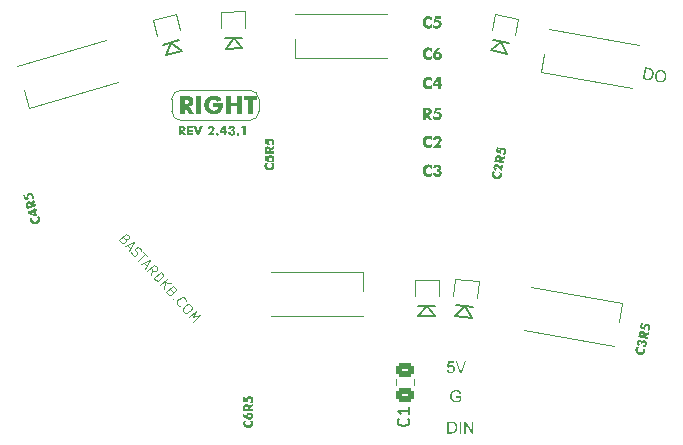
<source format=gbr>
%TF.GenerationSoftware,KiCad,Pcbnew,(6.99.0-4085-g6c752680d7)*%
%TF.CreationDate,2022-11-14T16:54:02+08:00*%
%TF.ProjectId,flex_thumbs_right,666c6578-5f74-4687-956d-62735f726967,rev?*%
%TF.SameCoordinates,Original*%
%TF.FileFunction,Legend,Top*%
%TF.FilePolarity,Positive*%
%FSLAX46Y46*%
G04 Gerber Fmt 4.6, Leading zero omitted, Abs format (unit mm)*
G04 Created by KiCad (PCBNEW (6.99.0-4085-g6c752680d7)) date 2022-11-14 16:54:02*
%MOMM*%
%LPD*%
G01*
G04 APERTURE LIST*
G04 Aperture macros list*
%AMRoundRect*
0 Rectangle with rounded corners*
0 $1 Rounding radius*
0 $2 $3 $4 $5 $6 $7 $8 $9 X,Y pos of 4 corners*
0 Add a 4 corners polygon primitive as box body*
4,1,4,$2,$3,$4,$5,$6,$7,$8,$9,$2,$3,0*
0 Add four circle primitives for the rounded corners*
1,1,$1+$1,$2,$3*
1,1,$1+$1,$4,$5*
1,1,$1+$1,$6,$7*
1,1,$1+$1,$8,$9*
0 Add four rect primitives between the rounded corners*
20,1,$1+$1,$2,$3,$4,$5,0*
20,1,$1+$1,$4,$5,$6,$7,0*
20,1,$1+$1,$6,$7,$8,$9,0*
20,1,$1+$1,$8,$9,$2,$3,0*%
%AMHorizOval*
0 Thick line with rounded ends*
0 $1 width*
0 $2 $3 position (X,Y) of the first rounded end (center of the circle)*
0 $4 $5 position (X,Y) of the second rounded end (center of the circle)*
0 Add line between two ends*
20,1,$1,$2,$3,$4,$5,0*
0 Add two circle primitives to create the rounded ends*
1,1,$1,$2,$3*
1,1,$1,$4,$5*%
%AMRotRect*
0 Rectangle, with rotation*
0 The origin of the aperture is its center*
0 $1 length*
0 $2 width*
0 $3 Rotation angle, in degrees counterclockwise*
0 Add horizontal line*
21,1,$1,$2,0,0,$3*%
G04 Aperture macros list end*
%ADD10C,0.120000*%
%ADD11C,0.160000*%
%ADD12C,0.150000*%
%ADD13C,0.200000*%
%ADD14C,0.300000*%
%ADD15R,1.524000X1.524000*%
%ADD16R,1.700000X1.000000*%
%ADD17RotRect,1.524000X1.524000X265.000000*%
%ADD18C,1.900000*%
%ADD19C,1.750000*%
%ADD20HorizOval,1.000000X0.295442X-0.052094X-0.295442X0.052094X0*%
%ADD21C,5.050000*%
%ADD22C,2.500000*%
%ADD23C,2.200000*%
%ADD24RoundRect,0.250000X-0.475000X0.337500X-0.475000X-0.337500X0.475000X-0.337500X0.475000X0.337500X0*%
%ADD25RotRect,1.524000X1.524000X258.000000*%
%ADD26O,1.600000X1.000000*%
%ADD27HorizOval,1.000000X0.288379X0.082691X-0.288379X-0.082691X0*%
%ADD28RotRect,1.700000X1.000000X350.000000*%
%ADD29RotRect,1.700000X1.000000X170.000000*%
%ADD30R,1.700000X1.700000*%
%ADD31O,1.700000X1.700000*%
%ADD32RotRect,1.524000X1.524000X271.000000*%
%ADD33RotRect,1.700000X1.000000X16.000000*%
%ADD34RotRect,1.524000X1.524000X285.000000*%
%ADD35RotRect,1.700000X1.700000X169.000000*%
G04 APERTURE END LIST*
D10*
X78989223Y-78668801D02*
X78989207Y-77649701D01*
X86391168Y-77659492D02*
G75*
G03*
X85595107Y-76878620I-800267J-19625D01*
G01*
X78989168Y-78668802D02*
G75*
G03*
X79785299Y-79449693I800235J19572D01*
G01*
X79770126Y-76878575D02*
G75*
G03*
X78989207Y-77649701I19422J-800649D01*
G01*
X85610294Y-79449671D02*
G75*
G03*
X86391188Y-78678624I-19422J800626D01*
G01*
X86391189Y-77659491D02*
X86391188Y-78678624D01*
X79785299Y-79449694D02*
X85610294Y-79449691D01*
X85595103Y-76878613D02*
X79770127Y-76878615D01*
D11*
G36*
X118358896Y-98613066D02*
G01*
X118597611Y-98663807D01*
X118590263Y-98668240D01*
X118583138Y-98672675D01*
X118576235Y-98677113D01*
X118569555Y-98681552D01*
X118563098Y-98685994D01*
X118553831Y-98692660D01*
X118545064Y-98699331D01*
X118536798Y-98706007D01*
X118529034Y-98712687D01*
X118521770Y-98719372D01*
X118515008Y-98726062D01*
X118508747Y-98732757D01*
X118506771Y-98734989D01*
X118501059Y-98742719D01*
X118495717Y-98750587D01*
X118490746Y-98758594D01*
X118486146Y-98766740D01*
X118481916Y-98775024D01*
X118478058Y-98783446D01*
X118474570Y-98792007D01*
X118471454Y-98800706D01*
X118468708Y-98809544D01*
X118466333Y-98818521D01*
X118464955Y-98824582D01*
X118462798Y-98835922D01*
X118461180Y-98847102D01*
X118460102Y-98858121D01*
X118459563Y-98868981D01*
X118459564Y-98879681D01*
X118460105Y-98890221D01*
X118461185Y-98900601D01*
X118462805Y-98910821D01*
X118464965Y-98920881D01*
X118467664Y-98930781D01*
X118470903Y-98940521D01*
X118474682Y-98950101D01*
X118479000Y-98959521D01*
X118483858Y-98968781D01*
X118489255Y-98977882D01*
X118495192Y-98986822D01*
X118500886Y-98994334D01*
X118506750Y-99001502D01*
X118512784Y-99008326D01*
X118518990Y-99014806D01*
X118525366Y-99020941D01*
X118531912Y-99026733D01*
X118534579Y-99028953D01*
X118541482Y-99034259D01*
X118548766Y-99039335D01*
X118556431Y-99044179D01*
X118564477Y-99048792D01*
X118572904Y-99053174D01*
X118581711Y-99057324D01*
X118585340Y-99058920D01*
X118592645Y-99061970D01*
X118600014Y-99064835D01*
X118607447Y-99067514D01*
X118614945Y-99070007D01*
X118622508Y-99072313D01*
X118630135Y-99074434D01*
X118637826Y-99076368D01*
X118645583Y-99078117D01*
X118657167Y-99080343D01*
X118668602Y-99082067D01*
X118679888Y-99083288D01*
X118691025Y-99084005D01*
X118702013Y-99084220D01*
X118712852Y-99083932D01*
X118723541Y-99083140D01*
X118734082Y-99081846D01*
X118744474Y-99080049D01*
X118754717Y-99077749D01*
X118764811Y-99074945D01*
X118774755Y-99071639D01*
X118784551Y-99067830D01*
X118794198Y-99063518D01*
X118803696Y-99058703D01*
X118813044Y-99053384D01*
X118821979Y-99047539D01*
X118830491Y-99041346D01*
X118838581Y-99034806D01*
X118846249Y-99027919D01*
X118853494Y-99020684D01*
X118860316Y-99013102D01*
X118866716Y-99005173D01*
X118872694Y-98996897D01*
X118878249Y-98988273D01*
X118883382Y-98979302D01*
X118888092Y-98969983D01*
X118892380Y-98960318D01*
X118896245Y-98950305D01*
X118899688Y-98939944D01*
X118902708Y-98929237D01*
X118905306Y-98918182D01*
X118907020Y-98909127D01*
X118908323Y-98900023D01*
X118909215Y-98890870D01*
X118909696Y-98881669D01*
X118909766Y-98872419D01*
X118909425Y-98863121D01*
X118908673Y-98853773D01*
X118907510Y-98844377D01*
X118905936Y-98834932D01*
X118903951Y-98825439D01*
X118902399Y-98819082D01*
X118899854Y-98810550D01*
X118896803Y-98801808D01*
X118893245Y-98792857D01*
X118889180Y-98783696D01*
X118884608Y-98774326D01*
X118879530Y-98764746D01*
X118873945Y-98754956D01*
X118867853Y-98744957D01*
X118863510Y-98738175D01*
X118858942Y-98731299D01*
X118854149Y-98724331D01*
X118849130Y-98717269D01*
X119088227Y-98768090D01*
X119089141Y-98775978D01*
X119090366Y-98787506D01*
X119091416Y-98798670D01*
X119092290Y-98809470D01*
X119092988Y-98819906D01*
X119093511Y-98829978D01*
X119093859Y-98839687D01*
X119094031Y-98849032D01*
X119094027Y-98858012D01*
X119093848Y-98866629D01*
X119093494Y-98874883D01*
X119095798Y-98885539D01*
X119097681Y-98896064D01*
X119099143Y-98906457D01*
X119100183Y-98916718D01*
X119100801Y-98926848D01*
X119100998Y-98936846D01*
X119100774Y-98946712D01*
X119100128Y-98956446D01*
X119099061Y-98966049D01*
X119097572Y-98975520D01*
X119096346Y-98981761D01*
X119094614Y-98989602D01*
X119092771Y-98997359D01*
X119090816Y-99005032D01*
X119088750Y-99012620D01*
X119085442Y-99023843D01*
X119081882Y-99034876D01*
X119078072Y-99045718D01*
X119074010Y-99056371D01*
X119069698Y-99066833D01*
X119065134Y-99077105D01*
X119060320Y-99087186D01*
X119055254Y-99097077D01*
X119049941Y-99106740D01*
X119044382Y-99116136D01*
X119038577Y-99125267D01*
X119032527Y-99134130D01*
X119026232Y-99142728D01*
X119019692Y-99151059D01*
X119012906Y-99159124D01*
X119005875Y-99166922D01*
X118998598Y-99174454D01*
X118991076Y-99181720D01*
X118985925Y-99186416D01*
X118975947Y-99195585D01*
X118965820Y-99204381D01*
X118955545Y-99212804D01*
X118945121Y-99220853D01*
X118934548Y-99228529D01*
X118923828Y-99235832D01*
X118912958Y-99242761D01*
X118901940Y-99249317D01*
X118890774Y-99255499D01*
X118879459Y-99261309D01*
X118867996Y-99266745D01*
X118856384Y-99271807D01*
X118844624Y-99276496D01*
X118832715Y-99280812D01*
X118820657Y-99284755D01*
X118808452Y-99288324D01*
X118795697Y-99291443D01*
X118782864Y-99294169D01*
X118769952Y-99296502D01*
X118756961Y-99298442D01*
X118743891Y-99299989D01*
X118730742Y-99301143D01*
X118717515Y-99301905D01*
X118704209Y-99302273D01*
X118690824Y-99302249D01*
X118677360Y-99301832D01*
X118663817Y-99301022D01*
X118650196Y-99299819D01*
X118636496Y-99298223D01*
X118622717Y-99296235D01*
X118608859Y-99293854D01*
X118594922Y-99291079D01*
X118583799Y-99288592D01*
X118572840Y-99285895D01*
X118562043Y-99282988D01*
X118551410Y-99279870D01*
X118540940Y-99276542D01*
X118530634Y-99273004D01*
X118520491Y-99269255D01*
X118510511Y-99265296D01*
X118500694Y-99261127D01*
X118491041Y-99256748D01*
X118481551Y-99252158D01*
X118472225Y-99247358D01*
X118463061Y-99242347D01*
X118454061Y-99237127D01*
X118445225Y-99231696D01*
X118436551Y-99226054D01*
X118428273Y-99220683D01*
X118420173Y-99215119D01*
X118412251Y-99209362D01*
X118404508Y-99203412D01*
X118396943Y-99197269D01*
X118389557Y-99190933D01*
X118382349Y-99184404D01*
X118375319Y-99177681D01*
X118368390Y-99170619D01*
X118361463Y-99163163D01*
X118356270Y-99157313D01*
X118351077Y-99151243D01*
X118345886Y-99144951D01*
X118340697Y-99138439D01*
X118335508Y-99131705D01*
X118330321Y-99124751D01*
X118325136Y-99117576D01*
X118319951Y-99110180D01*
X118314287Y-99101578D01*
X118308881Y-99092920D01*
X118303735Y-99084204D01*
X118298847Y-99075430D01*
X118294217Y-99066600D01*
X118289847Y-99057711D01*
X118285735Y-99048766D01*
X118281883Y-99039763D01*
X118278288Y-99030703D01*
X118274953Y-99021585D01*
X118271877Y-99012410D01*
X118269059Y-99003178D01*
X118266500Y-98993888D01*
X118264199Y-98984541D01*
X118262158Y-98975137D01*
X118260375Y-98965675D01*
X118258765Y-98956181D01*
X118257404Y-98946613D01*
X118256293Y-98936972D01*
X118255432Y-98927257D01*
X118254820Y-98917469D01*
X118254459Y-98907608D01*
X118254346Y-98897673D01*
X118254484Y-98887665D01*
X118254871Y-98877584D01*
X118255508Y-98867430D01*
X118256394Y-98857202D01*
X118257530Y-98846900D01*
X118258916Y-98836526D01*
X118260552Y-98826078D01*
X118262437Y-98815556D01*
X118264572Y-98804962D01*
X118266737Y-98795832D01*
X118269348Y-98786721D01*
X118272405Y-98777626D01*
X118275907Y-98768549D01*
X118279856Y-98759490D01*
X118284250Y-98750448D01*
X118289089Y-98741423D01*
X118294375Y-98732417D01*
X118300106Y-98723427D01*
X118306283Y-98714455D01*
X118310648Y-98708484D01*
X118314653Y-98699105D01*
X118318764Y-98689817D01*
X118322983Y-98680618D01*
X118327310Y-98671508D01*
X118331743Y-98662488D01*
X118336284Y-98653558D01*
X118340933Y-98644717D01*
X118345689Y-98635965D01*
X118350552Y-98627304D01*
X118355523Y-98618731D01*
X118358896Y-98613066D01*
G37*
G36*
X118876334Y-98638153D02*
G01*
X118918503Y-98439766D01*
X118931882Y-98442610D01*
X118941860Y-98444510D01*
X118951442Y-98445883D01*
X118960626Y-98446729D01*
X118969414Y-98447048D01*
X118977804Y-98446841D01*
X118985797Y-98446106D01*
X118995836Y-98444307D01*
X119005170Y-98441572D01*
X119013797Y-98437900D01*
X119017846Y-98435712D01*
X119025589Y-98430560D01*
X119032629Y-98424547D01*
X119038966Y-98417673D01*
X119044599Y-98409937D01*
X119049529Y-98401340D01*
X119053755Y-98391882D01*
X119056464Y-98384224D01*
X119058776Y-98376081D01*
X119060098Y-98370383D01*
X119061733Y-98361585D01*
X119062844Y-98353037D01*
X119063431Y-98344740D01*
X119063495Y-98336693D01*
X119062765Y-98326353D01*
X119061104Y-98316459D01*
X119058512Y-98307009D01*
X119054988Y-98298005D01*
X119050534Y-98289445D01*
X119045143Y-98281885D01*
X119038802Y-98274978D01*
X119031510Y-98268725D01*
X119023268Y-98263124D01*
X119014076Y-98258177D01*
X119006558Y-98254895D01*
X118998506Y-98251981D01*
X118989918Y-98249434D01*
X118980797Y-98247255D01*
X118970545Y-98245337D01*
X118960717Y-98244033D01*
X118951314Y-98243343D01*
X118942336Y-98243265D01*
X118933782Y-98243801D01*
X118925652Y-98244951D01*
X118917946Y-98246714D01*
X118908333Y-98250019D01*
X118899474Y-98254414D01*
X118893325Y-98258426D01*
X118885716Y-98264706D01*
X118878702Y-98272123D01*
X118873832Y-98278432D01*
X118869297Y-98285382D01*
X118865096Y-98292971D01*
X118861229Y-98301201D01*
X118857697Y-98310070D01*
X118854499Y-98319579D01*
X118851636Y-98329728D01*
X118849108Y-98340517D01*
X118846142Y-98354470D01*
X118845592Y-98362498D01*
X118845136Y-98364843D01*
X118709437Y-98335999D01*
X118711834Y-98324723D01*
X118713763Y-98314765D01*
X118715238Y-98305174D01*
X118716259Y-98295950D01*
X118716827Y-98287093D01*
X118716941Y-98278604D01*
X118716601Y-98270481D01*
X118715442Y-98260222D01*
X118713476Y-98250615D01*
X118710704Y-98241661D01*
X118709015Y-98237428D01*
X118705287Y-98229566D01*
X118700781Y-98222481D01*
X118695498Y-98216174D01*
X118689439Y-98210644D01*
X118682602Y-98205892D01*
X118674988Y-98201917D01*
X118666598Y-98198720D01*
X118657430Y-98196300D01*
X118647838Y-98194890D01*
X118638653Y-98194825D01*
X118629875Y-98196105D01*
X118621503Y-98198729D01*
X118613538Y-98202698D01*
X118605980Y-98208012D01*
X118603070Y-98210514D01*
X118595814Y-98217035D01*
X118590582Y-98222929D01*
X118585859Y-98229424D01*
X118581644Y-98236520D01*
X118577939Y-98244217D01*
X118574742Y-98252516D01*
X118572054Y-98261416D01*
X118570373Y-98268486D01*
X118568571Y-98278387D01*
X118567471Y-98287833D01*
X118567074Y-98296822D01*
X118567380Y-98305355D01*
X118568388Y-98313431D01*
X118570636Y-98322886D01*
X118573982Y-98331627D01*
X118575627Y-98334924D01*
X118580112Y-98342707D01*
X118585692Y-98349650D01*
X118592368Y-98355753D01*
X118600139Y-98361015D01*
X118607145Y-98364621D01*
X118614851Y-98367688D01*
X118623259Y-98370218D01*
X118583000Y-98559623D01*
X118569760Y-98556309D01*
X118557003Y-98552499D01*
X118544730Y-98548192D01*
X118532940Y-98543389D01*
X118521633Y-98538089D01*
X118510809Y-98532292D01*
X118500469Y-98525999D01*
X118490611Y-98519210D01*
X118481237Y-98511924D01*
X118472347Y-98504141D01*
X118463939Y-98495862D01*
X118456014Y-98487086D01*
X118448573Y-98477813D01*
X118441615Y-98468044D01*
X118435141Y-98457779D01*
X118429149Y-98447017D01*
X118423861Y-98436049D01*
X118419146Y-98424693D01*
X118415006Y-98412949D01*
X118411440Y-98400816D01*
X118408448Y-98388295D01*
X118406030Y-98375386D01*
X118404186Y-98362089D01*
X118402917Y-98348403D01*
X118402221Y-98334329D01*
X118402100Y-98319867D01*
X118402553Y-98305016D01*
X118403580Y-98289777D01*
X118405181Y-98274150D01*
X118406197Y-98266191D01*
X118407356Y-98258135D01*
X118408659Y-98249981D01*
X118410105Y-98241731D01*
X118411695Y-98233383D01*
X118413429Y-98224939D01*
X118416775Y-98210204D01*
X118420444Y-98195957D01*
X118424438Y-98182199D01*
X118428755Y-98168930D01*
X118433396Y-98156150D01*
X118438360Y-98143858D01*
X118443649Y-98132054D01*
X118449261Y-98120740D01*
X118455196Y-98109914D01*
X118461456Y-98099576D01*
X118468039Y-98089727D01*
X118474947Y-98080367D01*
X118482177Y-98071495D01*
X118489732Y-98063112D01*
X118497610Y-98055218D01*
X118505812Y-98047812D01*
X118514240Y-98040871D01*
X118522861Y-98034535D01*
X118531675Y-98028802D01*
X118540682Y-98023675D01*
X118549882Y-98019151D01*
X118559275Y-98015232D01*
X118568861Y-98011918D01*
X118578640Y-98009208D01*
X118588612Y-98007102D01*
X118598777Y-98005600D01*
X118609136Y-98004703D01*
X118619687Y-98004411D01*
X118630431Y-98004723D01*
X118641368Y-98005639D01*
X118652498Y-98007160D01*
X118663821Y-98009285D01*
X118674302Y-98011802D01*
X118684386Y-98014815D01*
X118694073Y-98018323D01*
X118703364Y-98022325D01*
X118712258Y-98026823D01*
X118720756Y-98031816D01*
X118728856Y-98037303D01*
X118736560Y-98043286D01*
X118743868Y-98049764D01*
X118750778Y-98056737D01*
X118755165Y-98061661D01*
X118761371Y-98069629D01*
X118767041Y-98077971D01*
X118772175Y-98086687D01*
X118776772Y-98095778D01*
X118780834Y-98105242D01*
X118784360Y-98115081D01*
X118787350Y-98125294D01*
X118789803Y-98135881D01*
X118791721Y-98146842D01*
X118793103Y-98158177D01*
X118793726Y-98165942D01*
X118797487Y-98157311D01*
X118801488Y-98148998D01*
X118805729Y-98141004D01*
X118810210Y-98133326D01*
X118814931Y-98125967D01*
X118819891Y-98118926D01*
X118825091Y-98112202D01*
X118830532Y-98105797D01*
X118836212Y-98099709D01*
X118842132Y-98093939D01*
X118848292Y-98088487D01*
X118854691Y-98083353D01*
X118861331Y-98078537D01*
X118868211Y-98074038D01*
X118875330Y-98069857D01*
X118882689Y-98065995D01*
X118890251Y-98062449D01*
X118897968Y-98059270D01*
X118905839Y-98056455D01*
X118913866Y-98054006D01*
X118922047Y-98051922D01*
X118930383Y-98050204D01*
X118938874Y-98048851D01*
X118947520Y-98047863D01*
X118956321Y-98047241D01*
X118965276Y-98046984D01*
X118974387Y-98047092D01*
X118983652Y-98047565D01*
X118993072Y-98048404D01*
X119002648Y-98049609D01*
X119012378Y-98051178D01*
X119022263Y-98053113D01*
X119036523Y-98056476D01*
X119050303Y-98060400D01*
X119063601Y-98064885D01*
X119076418Y-98069930D01*
X119088754Y-98075537D01*
X119100609Y-98081705D01*
X119111982Y-98088433D01*
X119122874Y-98095723D01*
X119133284Y-98103574D01*
X119143213Y-98111985D01*
X119152661Y-98120958D01*
X119161628Y-98130491D01*
X119170113Y-98140585D01*
X119178117Y-98151241D01*
X119185640Y-98162457D01*
X119192681Y-98174234D01*
X119199217Y-98186389D01*
X119205108Y-98198812D01*
X119210353Y-98211503D01*
X119214953Y-98224464D01*
X119218907Y-98237692D01*
X119222216Y-98251190D01*
X119224879Y-98264955D01*
X119226897Y-98278990D01*
X119228269Y-98293293D01*
X119228996Y-98307864D01*
X119229078Y-98322704D01*
X119228514Y-98337813D01*
X119227305Y-98353190D01*
X119226458Y-98360980D01*
X119225450Y-98368836D01*
X119224281Y-98376760D01*
X119222950Y-98384751D01*
X119221458Y-98392809D01*
X119219804Y-98400934D01*
X119217926Y-98409416D01*
X119215929Y-98417757D01*
X119213811Y-98425958D01*
X119211574Y-98434017D01*
X119209216Y-98441936D01*
X119206739Y-98449713D01*
X119204142Y-98457350D01*
X119201425Y-98464845D01*
X119198588Y-98472200D01*
X119192555Y-98486486D01*
X119186043Y-98500209D01*
X119179051Y-98513368D01*
X119171580Y-98525962D01*
X119163629Y-98537993D01*
X119155199Y-98549461D01*
X119146289Y-98560364D01*
X119136900Y-98570703D01*
X119127031Y-98580479D01*
X119116683Y-98589691D01*
X119105856Y-98598339D01*
X119100263Y-98602451D01*
X119088854Y-98610113D01*
X119077162Y-98617064D01*
X119065187Y-98623304D01*
X119052930Y-98628834D01*
X119040390Y-98633652D01*
X119027567Y-98637760D01*
X119014462Y-98641157D01*
X119001073Y-98643843D01*
X118987402Y-98645817D01*
X118973449Y-98647082D01*
X118959212Y-98647635D01*
X118944693Y-98647477D01*
X118929891Y-98646609D01*
X118914806Y-98645029D01*
X118899439Y-98642739D01*
X118891649Y-98641327D01*
X118883788Y-98639738D01*
X118876334Y-98638153D01*
G37*
G36*
X118818725Y-97266139D02*
G01*
X118829576Y-97266690D01*
X118840566Y-97267691D01*
X118851696Y-97269144D01*
X118862965Y-97271048D01*
X118870555Y-97272567D01*
X118881690Y-97275118D01*
X118892496Y-97277965D01*
X118902971Y-97281108D01*
X118913117Y-97284548D01*
X118922932Y-97288285D01*
X118932418Y-97292318D01*
X118941574Y-97296648D01*
X118950400Y-97301275D01*
X118958896Y-97306198D01*
X118967062Y-97311418D01*
X118974898Y-97316934D01*
X118982404Y-97322747D01*
X118989580Y-97328857D01*
X118996427Y-97335263D01*
X119002943Y-97341966D01*
X119009130Y-97348966D01*
X119014986Y-97356126D01*
X119020459Y-97363550D01*
X119025551Y-97371238D01*
X119030260Y-97379189D01*
X119034587Y-97387404D01*
X119038532Y-97395882D01*
X119042094Y-97404624D01*
X119045275Y-97413630D01*
X119048073Y-97422900D01*
X119050489Y-97432433D01*
X119052523Y-97442230D01*
X119054174Y-97452290D01*
X119055444Y-97462614D01*
X119056331Y-97473202D01*
X119056836Y-97484053D01*
X119056958Y-97495168D01*
X119417883Y-97348754D01*
X119366614Y-97589953D01*
X119021823Y-97704639D01*
X119328386Y-97769801D01*
X119285893Y-97969717D01*
X118503047Y-97803318D01*
X118538356Y-97637202D01*
X118704556Y-97637202D01*
X118915366Y-97682011D01*
X118923776Y-97642448D01*
X118925515Y-97633813D01*
X118927006Y-97625444D01*
X118928249Y-97617340D01*
X118929243Y-97609501D01*
X118930269Y-97598242D01*
X118930735Y-97587580D01*
X118930643Y-97577515D01*
X118929992Y-97568048D01*
X118928782Y-97559179D01*
X118927013Y-97550907D01*
X118924685Y-97543232D01*
X118921799Y-97536155D01*
X118916411Y-97527285D01*
X118910086Y-97519246D01*
X118902823Y-97512037D01*
X118894621Y-97505658D01*
X118887855Y-97501420D01*
X118880560Y-97497648D01*
X118872738Y-97494344D01*
X118864388Y-97491507D01*
X118855511Y-97489137D01*
X118852434Y-97488451D01*
X118841366Y-97486369D01*
X118830809Y-97484936D01*
X118820764Y-97484153D01*
X118811230Y-97484019D01*
X118802208Y-97484535D01*
X118793697Y-97485700D01*
X118785698Y-97487515D01*
X118778211Y-97489979D01*
X118769023Y-97494275D01*
X118760745Y-97499725D01*
X118752970Y-97506568D01*
X118747493Y-97512637D01*
X118742319Y-97519507D01*
X118737449Y-97527179D01*
X118732883Y-97535652D01*
X118728620Y-97544928D01*
X118724661Y-97555006D01*
X118721005Y-97565886D01*
X118718737Y-97573584D01*
X118716603Y-97581639D01*
X118714605Y-97590051D01*
X118713656Y-97594390D01*
X118704556Y-97637202D01*
X118538356Y-97637202D01*
X118550456Y-97580276D01*
X118552171Y-97572258D01*
X118553874Y-97564404D01*
X118555563Y-97556712D01*
X118558074Y-97545478D01*
X118560556Y-97534612D01*
X118563009Y-97524111D01*
X118565434Y-97513976D01*
X118567830Y-97504207D01*
X118570197Y-97494805D01*
X118572535Y-97485769D01*
X118574845Y-97477098D01*
X118576369Y-97471522D01*
X118578622Y-97463382D01*
X118580882Y-97455535D01*
X118583150Y-97447981D01*
X118586186Y-97438365D01*
X118589237Y-97429271D01*
X118592301Y-97420697D01*
X118595380Y-97412645D01*
X118598473Y-97405114D01*
X118600802Y-97399807D01*
X118605134Y-97391086D01*
X118609726Y-97382614D01*
X118614577Y-97374390D01*
X118619689Y-97366414D01*
X118625060Y-97358686D01*
X118630690Y-97351207D01*
X118636581Y-97343976D01*
X118642731Y-97336994D01*
X118649141Y-97330259D01*
X118655811Y-97323774D01*
X118660402Y-97319588D01*
X118668249Y-97313057D01*
X118676338Y-97306961D01*
X118684668Y-97301298D01*
X118693239Y-97296070D01*
X118702051Y-97291275D01*
X118711105Y-97286915D01*
X118720401Y-97282989D01*
X118729937Y-97279496D01*
X118739715Y-97276438D01*
X118749734Y-97273814D01*
X118756548Y-97272306D01*
X118766562Y-97270150D01*
X118776716Y-97268446D01*
X118787009Y-97267193D01*
X118797442Y-97266391D01*
X118808014Y-97266039D01*
X118818725Y-97266139D01*
G37*
G36*
X118758861Y-96599808D02*
G01*
X118917877Y-96633607D01*
X118854746Y-96930615D01*
X118951987Y-96967464D01*
X118952515Y-96958488D01*
X118953013Y-96950303D01*
X118953591Y-96941187D01*
X118954120Y-96933310D01*
X118954691Y-96925491D01*
X118955344Y-96917839D01*
X118956145Y-96909663D01*
X118957147Y-96900268D01*
X118958149Y-96891790D01*
X118959352Y-96882828D01*
X118960756Y-96874040D01*
X118961759Y-96868863D01*
X118965155Y-96854279D01*
X118969037Y-96840199D01*
X118973405Y-96826624D01*
X118978259Y-96813553D01*
X118983599Y-96800987D01*
X118989425Y-96788925D01*
X118995736Y-96777367D01*
X119002533Y-96766314D01*
X119009816Y-96755765D01*
X119017585Y-96745720D01*
X119025840Y-96736179D01*
X119034581Y-96727143D01*
X119043807Y-96718612D01*
X119053519Y-96710584D01*
X119063717Y-96703061D01*
X119074401Y-96696043D01*
X119085418Y-96689652D01*
X119096742Y-96683890D01*
X119108372Y-96678756D01*
X119120309Y-96674251D01*
X119132552Y-96670374D01*
X119145101Y-96667126D01*
X119157957Y-96664507D01*
X119171120Y-96662516D01*
X119184589Y-96661153D01*
X119198364Y-96660419D01*
X119212446Y-96660314D01*
X119226835Y-96660837D01*
X119241530Y-96661989D01*
X119256531Y-96663769D01*
X119271839Y-96666178D01*
X119279608Y-96667618D01*
X119287454Y-96669215D01*
X119295650Y-96671044D01*
X119303704Y-96673017D01*
X119311618Y-96675133D01*
X119319391Y-96677393D01*
X119327023Y-96679796D01*
X119334514Y-96682343D01*
X119341864Y-96685034D01*
X119356141Y-96690847D01*
X119369854Y-96697234D01*
X119383003Y-96704196D01*
X119395589Y-96711732D01*
X119407611Y-96719843D01*
X119419069Y-96728529D01*
X119429963Y-96737789D01*
X119440294Y-96747625D01*
X119450061Y-96758034D01*
X119459263Y-96769019D01*
X119467903Y-96780578D01*
X119475978Y-96792711D01*
X119479804Y-96798993D01*
X119486764Y-96812110D01*
X119493021Y-96825580D01*
X119498573Y-96839403D01*
X119503422Y-96853579D01*
X119507566Y-96868107D01*
X119511007Y-96882989D01*
X119513743Y-96898223D01*
X119514848Y-96905973D01*
X119515776Y-96913811D01*
X119516529Y-96921736D01*
X119517105Y-96929751D01*
X119517505Y-96937853D01*
X119517730Y-96946044D01*
X119517778Y-96954323D01*
X119517651Y-96962690D01*
X119517347Y-96971145D01*
X119516868Y-96979688D01*
X119516212Y-96988320D01*
X119515381Y-96997040D01*
X119514373Y-97005848D01*
X119513190Y-97014745D01*
X119511830Y-97023729D01*
X119510295Y-97032802D01*
X119508584Y-97041963D01*
X119506696Y-97051213D01*
X119504682Y-97060219D01*
X119502498Y-97069082D01*
X119500146Y-97077802D01*
X119497624Y-97086377D01*
X119494933Y-97094809D01*
X119492072Y-97103097D01*
X119489042Y-97111242D01*
X119485844Y-97119243D01*
X119482476Y-97127101D01*
X119478938Y-97134814D01*
X119475232Y-97142384D01*
X119471356Y-97149811D01*
X119467311Y-97157093D01*
X119463097Y-97164233D01*
X119458713Y-97171228D01*
X119454161Y-97178080D01*
X119450941Y-97185306D01*
X119447629Y-97192404D01*
X119442488Y-97202808D01*
X119437137Y-97212923D01*
X119431578Y-97222747D01*
X119425810Y-97232281D01*
X119419833Y-97241525D01*
X119413648Y-97250479D01*
X119407254Y-97259142D01*
X119400651Y-97267516D01*
X119393840Y-97275599D01*
X119391523Y-97278229D01*
X119203173Y-97223612D01*
X119208427Y-97207349D01*
X119217347Y-97203820D01*
X119226077Y-97199811D01*
X119234617Y-97195322D01*
X119242968Y-97190355D01*
X119251129Y-97184908D01*
X119259101Y-97178982D01*
X119266883Y-97172577D01*
X119274475Y-97165693D01*
X119281878Y-97158329D01*
X119289092Y-97150487D01*
X119293795Y-97144992D01*
X119300285Y-97136966D01*
X119306356Y-97128693D01*
X119312010Y-97120174D01*
X119317245Y-97111407D01*
X119322063Y-97102394D01*
X119326462Y-97093134D01*
X119330444Y-97083626D01*
X119334007Y-97073873D01*
X119337152Y-97063872D01*
X119339879Y-97053624D01*
X119341465Y-97046655D01*
X119343270Y-97037463D01*
X119344733Y-97028475D01*
X119345855Y-97019691D01*
X119346636Y-97011111D01*
X119347075Y-97002734D01*
X119347173Y-96994560D01*
X119346929Y-96986591D01*
X119345924Y-96975018D01*
X119344150Y-96963904D01*
X119341609Y-96953248D01*
X119338299Y-96943051D01*
X119334222Y-96933311D01*
X119329376Y-96924030D01*
X119324118Y-96915308D01*
X119318143Y-96907182D01*
X119311452Y-96899652D01*
X119304045Y-96892717D01*
X119295921Y-96886378D01*
X119287080Y-96880635D01*
X119277523Y-96875487D01*
X119267250Y-96870935D01*
X119256260Y-96866979D01*
X119248535Y-96864672D01*
X119240492Y-96862630D01*
X119236351Y-96861708D01*
X119228452Y-96860208D01*
X119220667Y-96859089D01*
X119209204Y-96858127D01*
X119197997Y-96858023D01*
X119187047Y-96858778D01*
X119176353Y-96860391D01*
X119165916Y-96862863D01*
X119155734Y-96866194D01*
X119145810Y-96870383D01*
X119136141Y-96875431D01*
X119126730Y-96881338D01*
X119123649Y-96883498D01*
X119114621Y-96890535D01*
X119106208Y-96898164D01*
X119098410Y-96906384D01*
X119091227Y-96915194D01*
X119084660Y-96924595D01*
X119078708Y-96934587D01*
X119075082Y-96941576D01*
X119071730Y-96948828D01*
X119068651Y-96956343D01*
X119065845Y-96964120D01*
X119063313Y-96972160D01*
X119061054Y-96980462D01*
X119059069Y-96989027D01*
X119057351Y-96997797D01*
X119055943Y-97006474D01*
X119054847Y-97015060D01*
X119054062Y-97023554D01*
X119053587Y-97031956D01*
X119053424Y-97040266D01*
X119053571Y-97048484D01*
X119054030Y-97056611D01*
X119054799Y-97064645D01*
X119055880Y-97072588D01*
X119056773Y-97077831D01*
X119058931Y-97087267D01*
X119061704Y-97096808D01*
X119065090Y-97106455D01*
X119068034Y-97113759D01*
X119071322Y-97121122D01*
X119074957Y-97128546D01*
X119078936Y-97136028D01*
X119083262Y-97143570D01*
X119087933Y-97151171D01*
X119091239Y-97156272D01*
X119069810Y-97179084D01*
X118668268Y-97026015D01*
X118758861Y-96599808D01*
G37*
D12*
G36*
X102708331Y-104939448D02*
G01*
X102722363Y-104939619D01*
X102735961Y-104939905D01*
X102749123Y-104940306D01*
X102761851Y-104940821D01*
X102774143Y-104941451D01*
X102786000Y-104942195D01*
X102797422Y-104943054D01*
X102808409Y-104944027D01*
X102818962Y-104945115D01*
X102829079Y-104946317D01*
X102838760Y-104947633D01*
X102852468Y-104949823D01*
X102865196Y-104952270D01*
X102873138Y-104954045D01*
X102883846Y-104956676D01*
X102894356Y-104959563D01*
X102904668Y-104962706D01*
X102914781Y-104966104D01*
X102924696Y-104969758D01*
X102934412Y-104973668D01*
X102943930Y-104977834D01*
X102953249Y-104982255D01*
X102962370Y-104986932D01*
X102971293Y-104991864D01*
X102980017Y-104997053D01*
X102988542Y-105002497D01*
X102996870Y-105008196D01*
X103004998Y-105014151D01*
X103012929Y-105020362D01*
X103020660Y-105026829D01*
X103030485Y-105035465D01*
X103039994Y-105044396D01*
X103049185Y-105053622D01*
X103058060Y-105063145D01*
X103066618Y-105072963D01*
X103074859Y-105083078D01*
X103082784Y-105093487D01*
X103090392Y-105104193D01*
X103097683Y-105115195D01*
X103104657Y-105126492D01*
X103111315Y-105138085D01*
X103117655Y-105149973D01*
X103123679Y-105162158D01*
X103129387Y-105174638D01*
X103134777Y-105187414D01*
X103139851Y-105200486D01*
X103144642Y-105213793D01*
X103149124Y-105227337D01*
X103153298Y-105241118D01*
X103157162Y-105255135D01*
X103160716Y-105269389D01*
X103163962Y-105283880D01*
X103166899Y-105298607D01*
X103169526Y-105313570D01*
X103171845Y-105328771D01*
X103173854Y-105344208D01*
X103175554Y-105359881D01*
X103176945Y-105375791D01*
X103178027Y-105391938D01*
X103178800Y-105408321D01*
X103179264Y-105424941D01*
X103179418Y-105441798D01*
X103179313Y-105456166D01*
X103178998Y-105470328D01*
X103178474Y-105484285D01*
X103177739Y-105498035D01*
X103176794Y-105511579D01*
X103175640Y-105524917D01*
X103174276Y-105538049D01*
X103172702Y-105550974D01*
X103170917Y-105563694D01*
X103168923Y-105576208D01*
X103166719Y-105588515D01*
X103164306Y-105600617D01*
X103161682Y-105612512D01*
X103158848Y-105624201D01*
X103155805Y-105635685D01*
X103152551Y-105646962D01*
X103149164Y-105658016D01*
X103145655Y-105668829D01*
X103142027Y-105679402D01*
X103138279Y-105689735D01*
X103134410Y-105699827D01*
X103130421Y-105709679D01*
X103126312Y-105719290D01*
X103122082Y-105728661D01*
X103117733Y-105737792D01*
X103113263Y-105746682D01*
X103108673Y-105755331D01*
X103101562Y-105767855D01*
X103094181Y-105779838D01*
X103086530Y-105791279D01*
X103083919Y-105794973D01*
X103076017Y-105805745D01*
X103067974Y-105816079D01*
X103059789Y-105825975D01*
X103051462Y-105835433D01*
X103042993Y-105844454D01*
X103034383Y-105853036D01*
X103025631Y-105861180D01*
X103016737Y-105868887D01*
X103007702Y-105876156D01*
X102998525Y-105882986D01*
X102992328Y-105887297D01*
X102982803Y-105893429D01*
X102972914Y-105899278D01*
X102962659Y-105904844D01*
X102952040Y-105910126D01*
X102941055Y-105915125D01*
X102929706Y-105919840D01*
X102917991Y-105924272D01*
X102905912Y-105928421D01*
X102893468Y-105932287D01*
X102880659Y-105935869D01*
X102871916Y-105938099D01*
X102858543Y-105941198D01*
X102844800Y-105943993D01*
X102830688Y-105946482D01*
X102816206Y-105948667D01*
X102806347Y-105949954D01*
X102796323Y-105951105D01*
X102786136Y-105952121D01*
X102775784Y-105953002D01*
X102765268Y-105953747D01*
X102754588Y-105954357D01*
X102743744Y-105954831D01*
X102732736Y-105955170D01*
X102721564Y-105955373D01*
X102710228Y-105955441D01*
X102346794Y-105955441D01*
X102346794Y-105838204D01*
X102480151Y-105838204D01*
X102695085Y-105838204D01*
X102707373Y-105838130D01*
X102719326Y-105837910D01*
X102730943Y-105837543D01*
X102742223Y-105837029D01*
X102753169Y-105836367D01*
X102763778Y-105835559D01*
X102774051Y-105834604D01*
X102783989Y-105833502D01*
X102798266Y-105831574D01*
X102811787Y-105829315D01*
X102824552Y-105826725D01*
X102836562Y-105823805D01*
X102847817Y-105820554D01*
X102851400Y-105819397D01*
X102861823Y-105815736D01*
X102871842Y-105811804D01*
X102881458Y-105807601D01*
X102890670Y-105803128D01*
X102899478Y-105798385D01*
X102907883Y-105793371D01*
X102918462Y-105786265D01*
X102928323Y-105778678D01*
X102937467Y-105770611D01*
X102941770Y-105766397D01*
X102950470Y-105757083D01*
X102958800Y-105747185D01*
X102966761Y-105736704D01*
X102974353Y-105725639D01*
X102981576Y-105713989D01*
X102988430Y-105701756D01*
X102994914Y-105688939D01*
X102999032Y-105680070D01*
X103002986Y-105670941D01*
X103006775Y-105661553D01*
X103010401Y-105651906D01*
X103013862Y-105641999D01*
X103015531Y-105636948D01*
X103018755Y-105626647D01*
X103021771Y-105616077D01*
X103024579Y-105605237D01*
X103027179Y-105594129D01*
X103029570Y-105582752D01*
X103031754Y-105571105D01*
X103033730Y-105559190D01*
X103035498Y-105547005D01*
X103037058Y-105534552D01*
X103038410Y-105521829D01*
X103039554Y-105508838D01*
X103040490Y-105495577D01*
X103041218Y-105482047D01*
X103041738Y-105468249D01*
X103042050Y-105454181D01*
X103042154Y-105439844D01*
X103042103Y-105429872D01*
X103041950Y-105420047D01*
X103041341Y-105400834D01*
X103040325Y-105382204D01*
X103038902Y-105364159D01*
X103037073Y-105346698D01*
X103034838Y-105329820D01*
X103032196Y-105313526D01*
X103029148Y-105297817D01*
X103025693Y-105282691D01*
X103021832Y-105268149D01*
X103017564Y-105254191D01*
X103012890Y-105240816D01*
X103007810Y-105228026D01*
X103002323Y-105215820D01*
X102996430Y-105204197D01*
X102990130Y-105193159D01*
X102983570Y-105182604D01*
X102976834Y-105172493D01*
X102969923Y-105162828D01*
X102962836Y-105153606D01*
X102955573Y-105144830D01*
X102948135Y-105136498D01*
X102940522Y-105128611D01*
X102932733Y-105121168D01*
X102924768Y-105114170D01*
X102916628Y-105107616D01*
X102908312Y-105101507D01*
X102899821Y-105095843D01*
X102891154Y-105090623D01*
X102882312Y-105085848D01*
X102873294Y-105081518D01*
X102864101Y-105077632D01*
X102853496Y-105073878D01*
X102841741Y-105070493D01*
X102828835Y-105067478D01*
X102814779Y-105064832D01*
X102804769Y-105063273D01*
X102794247Y-105061878D01*
X102783214Y-105060647D01*
X102771670Y-105059581D01*
X102759614Y-105058678D01*
X102747047Y-105057940D01*
X102733969Y-105057365D01*
X102720379Y-105056955D01*
X102706278Y-105056709D01*
X102691665Y-105056627D01*
X102480151Y-105056627D01*
X102480151Y-105838204D01*
X102346794Y-105838204D01*
X102346794Y-104939390D01*
X102693863Y-104939390D01*
X102708331Y-104939448D01*
G37*
G36*
X103379697Y-105955441D02*
G01*
X103379697Y-104939390D01*
X103513054Y-104939390D01*
X103513054Y-105955441D01*
X103379697Y-105955441D01*
G37*
G36*
X103744596Y-105955441D02*
G01*
X103744596Y-104939390D01*
X103881128Y-104939390D01*
X104410158Y-105737087D01*
X104410158Y-104939390D01*
X104537897Y-104939390D01*
X104537897Y-105955441D01*
X104401365Y-105955441D01*
X103872335Y-105157011D01*
X103872335Y-105955441D01*
X103744596Y-105955441D01*
G37*
D13*
G36*
X101000661Y-83238561D02*
G01*
X101000661Y-83543620D01*
X100993330Y-83535788D01*
X100986056Y-83528229D01*
X100978836Y-83520943D01*
X100971672Y-83513929D01*
X100964563Y-83507189D01*
X100954004Y-83497590D01*
X100943569Y-83488604D01*
X100933258Y-83480233D01*
X100923073Y-83472476D01*
X100913011Y-83465332D01*
X100903074Y-83458803D01*
X100893262Y-83452887D01*
X100890019Y-83451052D01*
X100879083Y-83446076D01*
X100868074Y-83441590D01*
X100856992Y-83437592D01*
X100845837Y-83434085D01*
X100834610Y-83431067D01*
X100823309Y-83428538D01*
X100811935Y-83426499D01*
X100800488Y-83424949D01*
X100788969Y-83423888D01*
X100777376Y-83423317D01*
X100769607Y-83423208D01*
X100755181Y-83423518D01*
X100741092Y-83424445D01*
X100727338Y-83425990D01*
X100713920Y-83428154D01*
X100700837Y-83430936D01*
X100688091Y-83434337D01*
X100675680Y-83438355D01*
X100663606Y-83442992D01*
X100651867Y-83448247D01*
X100640463Y-83454120D01*
X100629396Y-83460612D01*
X100618665Y-83467722D01*
X100608269Y-83475450D01*
X100598209Y-83483796D01*
X100588486Y-83492760D01*
X100579097Y-83502343D01*
X100571392Y-83511257D01*
X100564152Y-83520289D01*
X100557377Y-83529441D01*
X100551067Y-83538712D01*
X100545222Y-83548103D01*
X100539842Y-83557613D01*
X100537820Y-83561450D01*
X100533126Y-83571270D01*
X100528814Y-83581495D01*
X100524883Y-83592126D01*
X100521334Y-83603162D01*
X100518167Y-83614604D01*
X100515381Y-83626451D01*
X100514373Y-83631303D01*
X100512541Y-83641027D01*
X100510954Y-83650782D01*
X100509610Y-83660567D01*
X100508511Y-83670382D01*
X100507656Y-83680228D01*
X100507046Y-83690105D01*
X100506679Y-83700012D01*
X100506557Y-83709949D01*
X100506845Y-83724692D01*
X100507710Y-83739121D01*
X100509151Y-83753238D01*
X100511167Y-83767041D01*
X100513761Y-83780532D01*
X100516930Y-83793710D01*
X100520676Y-83806574D01*
X100524998Y-83819126D01*
X100529896Y-83831365D01*
X100535370Y-83843291D01*
X100541421Y-83854904D01*
X100548048Y-83866204D01*
X100555251Y-83877191D01*
X100563031Y-83887865D01*
X100571387Y-83898226D01*
X100580319Y-83908275D01*
X100589788Y-83917680D01*
X100599572Y-83926478D01*
X100609671Y-83934670D01*
X100620084Y-83942255D01*
X100630813Y-83949233D01*
X100641856Y-83955604D01*
X100653215Y-83961369D01*
X100664888Y-83966527D01*
X100676876Y-83971078D01*
X100689178Y-83975022D01*
X100701796Y-83978359D01*
X100714729Y-83981090D01*
X100727976Y-83983213D01*
X100741538Y-83984730D01*
X100755415Y-83985641D01*
X100769607Y-83985944D01*
X100781124Y-83985686D01*
X100792593Y-83984914D01*
X100804016Y-83983626D01*
X100815391Y-83981822D01*
X100826719Y-83979504D01*
X100838000Y-83976670D01*
X100849233Y-83973322D01*
X100860419Y-83969458D01*
X100871558Y-83965078D01*
X100882650Y-83960184D01*
X100890019Y-83956635D01*
X100899790Y-83951306D01*
X100909685Y-83945303D01*
X100919705Y-83938626D01*
X100929849Y-83931275D01*
X100940118Y-83923251D01*
X100950512Y-83914552D01*
X100961030Y-83905178D01*
X100971672Y-83895131D01*
X100978836Y-83888059D01*
X100986056Y-83880687D01*
X100993330Y-83873015D01*
X101000661Y-83865044D01*
X101000661Y-84170592D01*
X100991254Y-84173759D01*
X100977478Y-84178253D01*
X100964101Y-84182437D01*
X100951123Y-84186313D01*
X100938544Y-84189879D01*
X100926364Y-84193136D01*
X100914584Y-84196084D01*
X100903203Y-84198723D01*
X100892222Y-84201053D01*
X100881639Y-84203074D01*
X100871456Y-84204786D01*
X100859026Y-84210373D01*
X100846646Y-84215410D01*
X100834319Y-84219898D01*
X100822043Y-84223836D01*
X100809818Y-84227225D01*
X100797645Y-84230065D01*
X100785524Y-84232354D01*
X100773454Y-84234095D01*
X100761435Y-84235285D01*
X100749468Y-84235926D01*
X100741519Y-84236049D01*
X100731481Y-84235969D01*
X100721518Y-84235732D01*
X100711629Y-84235336D01*
X100701814Y-84234782D01*
X100687232Y-84233653D01*
X100672817Y-84232168D01*
X100658570Y-84230327D01*
X100644490Y-84228130D01*
X100630577Y-84225576D01*
X100616832Y-84222666D01*
X100603254Y-84219399D01*
X100589844Y-84215776D01*
X100576649Y-84211791D01*
X100563715Y-84207436D01*
X100551043Y-84202712D01*
X100538633Y-84197618D01*
X100526485Y-84192156D01*
X100514599Y-84186324D01*
X100502975Y-84180123D01*
X100491613Y-84173553D01*
X100480512Y-84166613D01*
X100469674Y-84159305D01*
X100462594Y-84154227D01*
X100448789Y-84144410D01*
X100435403Y-84134314D01*
X100422434Y-84123939D01*
X100409883Y-84113286D01*
X100397750Y-84102354D01*
X100386035Y-84091144D01*
X100374738Y-84079655D01*
X100363858Y-84067887D01*
X100353397Y-84055841D01*
X100343354Y-84043517D01*
X100333728Y-84030913D01*
X100324520Y-84018031D01*
X100315730Y-84004871D01*
X100307358Y-83991432D01*
X100299404Y-83977714D01*
X100291868Y-83963718D01*
X100284740Y-83948933D01*
X100278072Y-83933951D01*
X100271864Y-83918769D01*
X100266116Y-83903390D01*
X100260827Y-83887812D01*
X100255999Y-83872035D01*
X100251630Y-83856060D01*
X100247721Y-83839887D01*
X100244272Y-83823515D01*
X100241283Y-83806944D01*
X100238754Y-83790176D01*
X100236684Y-83773208D01*
X100235075Y-83756043D01*
X100233925Y-83738679D01*
X100233235Y-83721116D01*
X100233005Y-83703355D01*
X100233155Y-83689109D01*
X100233605Y-83675007D01*
X100234353Y-83661051D01*
X100235402Y-83647240D01*
X100236750Y-83633574D01*
X100238398Y-83620053D01*
X100240345Y-83606677D01*
X100242592Y-83593446D01*
X100245138Y-83580360D01*
X100247984Y-83567419D01*
X100251130Y-83554622D01*
X100254575Y-83541971D01*
X100258320Y-83529465D01*
X100262364Y-83517104D01*
X100266708Y-83504889D01*
X100271351Y-83492818D01*
X100275767Y-83481300D01*
X100280465Y-83469950D01*
X100285445Y-83458769D01*
X100290708Y-83447755D01*
X100296253Y-83436909D01*
X100302080Y-83426231D01*
X100308190Y-83415721D01*
X100314582Y-83405379D01*
X100321417Y-83395071D01*
X100328733Y-83384664D01*
X100334536Y-83376793D01*
X100340609Y-83368867D01*
X100346952Y-83360885D01*
X100353566Y-83352847D01*
X100360450Y-83344754D01*
X100367605Y-83336604D01*
X100375030Y-83328399D01*
X100382726Y-83320138D01*
X100391771Y-83310977D01*
X100400953Y-83302117D01*
X100410272Y-83293559D01*
X100419729Y-83285303D01*
X100429323Y-83277348D01*
X100439055Y-83269694D01*
X100448924Y-83262342D01*
X100458930Y-83255291D01*
X100469074Y-83248542D01*
X100479355Y-83242095D01*
X100489773Y-83235949D01*
X100500329Y-83230104D01*
X100511022Y-83224561D01*
X100521853Y-83219319D01*
X100532821Y-83214379D01*
X100543927Y-83209740D01*
X100555117Y-83205304D01*
X100566462Y-83201153D01*
X100577961Y-83197289D01*
X100589615Y-83193712D01*
X100601424Y-83190420D01*
X100613387Y-83187415D01*
X100625505Y-83184696D01*
X100637777Y-83182263D01*
X100650204Y-83180116D01*
X100662785Y-83178256D01*
X100675521Y-83176681D01*
X100688411Y-83175393D01*
X100701456Y-83174392D01*
X100714656Y-83173676D01*
X100728010Y-83173247D01*
X100741519Y-83173104D01*
X100753244Y-83173378D01*
X100765064Y-83174203D01*
X100776978Y-83175577D01*
X100788986Y-83177500D01*
X100801089Y-83179973D01*
X100813286Y-83182996D01*
X100825578Y-83186568D01*
X100837964Y-83190689D01*
X100850445Y-83195360D01*
X100863020Y-83200581D01*
X100871456Y-83204367D01*
X100883963Y-83206825D01*
X100896389Y-83209439D01*
X100908733Y-83212206D01*
X100920995Y-83215129D01*
X100933176Y-83218206D01*
X100945276Y-83221437D01*
X100957293Y-83224823D01*
X100969230Y-83228364D01*
X100981084Y-83232059D01*
X100992857Y-83235908D01*
X101000661Y-83238561D01*
G37*
G36*
X101104464Y-83877744D02*
G01*
X101357988Y-83877744D01*
X101357988Y-83894841D01*
X101358258Y-83907536D01*
X101359070Y-83919608D01*
X101360422Y-83931058D01*
X101362316Y-83941885D01*
X101364750Y-83952089D01*
X101367725Y-83961671D01*
X101372534Y-83973479D01*
X101378304Y-83984180D01*
X101385036Y-83993774D01*
X101388763Y-83998156D01*
X101397074Y-84006285D01*
X101406256Y-84013330D01*
X101416309Y-84019291D01*
X101427231Y-84024168D01*
X101439023Y-84027961D01*
X101451686Y-84030671D01*
X101461753Y-84031992D01*
X101472311Y-84032703D01*
X101479621Y-84032839D01*
X101490803Y-84032551D01*
X101501543Y-84031688D01*
X101511840Y-84030250D01*
X101521696Y-84028236D01*
X101534148Y-84024656D01*
X101545814Y-84020054D01*
X101556695Y-84014429D01*
X101566789Y-84007781D01*
X101576097Y-84000110D01*
X101583939Y-83991554D01*
X101590736Y-83982005D01*
X101596487Y-83971465D01*
X101601193Y-83959932D01*
X101604853Y-83947407D01*
X101606911Y-83937362D01*
X101608382Y-83926759D01*
X101609264Y-83915598D01*
X101609558Y-83903878D01*
X101609238Y-83890845D01*
X101608279Y-83878490D01*
X101606679Y-83866814D01*
X101604440Y-83855816D01*
X101601562Y-83845496D01*
X101598043Y-83835855D01*
X101593885Y-83826892D01*
X101587346Y-83815996D01*
X101579670Y-83806307D01*
X101573166Y-83799831D01*
X101563511Y-83792160D01*
X101552619Y-83785512D01*
X101543639Y-83781197D01*
X101533963Y-83777458D01*
X101523592Y-83774294D01*
X101512525Y-83771705D01*
X101500763Y-83769691D01*
X101488305Y-83768253D01*
X101475152Y-83767390D01*
X101461303Y-83767102D01*
X101443473Y-83767102D01*
X101433513Y-83768516D01*
X101430528Y-83768568D01*
X101430528Y-83595155D01*
X101444938Y-83595155D01*
X101457615Y-83594926D01*
X101469725Y-83594237D01*
X101481269Y-83593088D01*
X101492245Y-83591480D01*
X101502655Y-83589413D01*
X101512498Y-83586886D01*
X101524741Y-83582803D01*
X101535976Y-83577903D01*
X101546204Y-83572186D01*
X101550940Y-83569021D01*
X101559584Y-83562419D01*
X101567075Y-83555069D01*
X101573414Y-83546971D01*
X101578600Y-83538125D01*
X101582634Y-83528530D01*
X101585515Y-83518188D01*
X101587244Y-83507098D01*
X101587820Y-83495260D01*
X101587051Y-83483166D01*
X101584744Y-83471919D01*
X101580897Y-83461518D01*
X101575513Y-83451964D01*
X101568590Y-83443257D01*
X101560128Y-83435397D01*
X101556313Y-83432490D01*
X101546454Y-83425313D01*
X101537888Y-83420447D01*
X101528720Y-83416360D01*
X101518948Y-83413051D01*
X101508573Y-83410521D01*
X101497596Y-83408769D01*
X101486015Y-83407796D01*
X101476934Y-83407577D01*
X101464359Y-83407947D01*
X101452525Y-83409058D01*
X101441431Y-83410908D01*
X101431078Y-83413500D01*
X101421464Y-83416831D01*
X101410489Y-83422037D01*
X101400670Y-83428400D01*
X101397067Y-83431268D01*
X101388716Y-83438775D01*
X101381678Y-83447402D01*
X101375951Y-83457150D01*
X101371536Y-83468019D01*
X101368948Y-83477522D01*
X101367200Y-83487742D01*
X101366292Y-83498679D01*
X101124248Y-83498679D01*
X101124858Y-83481630D01*
X101126201Y-83465043D01*
X101128278Y-83448917D01*
X101131086Y-83433253D01*
X101134628Y-83418051D01*
X101138902Y-83403310D01*
X101143909Y-83389032D01*
X101149649Y-83375215D01*
X101156121Y-83361860D01*
X101163326Y-83348966D01*
X101171264Y-83336535D01*
X101179935Y-83324565D01*
X101189338Y-83313057D01*
X101199474Y-83302011D01*
X101210343Y-83291426D01*
X101221945Y-83281303D01*
X101233980Y-83271987D01*
X101246640Y-83263271D01*
X101259923Y-83255157D01*
X101273831Y-83247644D01*
X101288362Y-83240731D01*
X101303518Y-83234420D01*
X101319297Y-83228710D01*
X101335701Y-83223601D01*
X101352728Y-83219093D01*
X101370379Y-83215186D01*
X101388655Y-83211880D01*
X101407554Y-83209175D01*
X101427077Y-83207072D01*
X101437073Y-83206245D01*
X101447224Y-83205569D01*
X101457532Y-83205043D01*
X101467995Y-83204667D01*
X101478615Y-83204442D01*
X101489391Y-83204367D01*
X101508276Y-83204628D01*
X101526649Y-83205412D01*
X101544508Y-83206720D01*
X101561854Y-83208549D01*
X101578687Y-83210902D01*
X101595007Y-83213778D01*
X101610813Y-83217176D01*
X101626106Y-83221097D01*
X101640885Y-83225542D01*
X101655151Y-83230508D01*
X101668904Y-83235998D01*
X101682144Y-83242011D01*
X101694870Y-83248546D01*
X101707083Y-83255604D01*
X101718783Y-83263185D01*
X101729970Y-83271289D01*
X101740647Y-83279790D01*
X101750635Y-83288684D01*
X101759934Y-83297971D01*
X101768545Y-83307651D01*
X101776467Y-83317724D01*
X101783699Y-83328190D01*
X101790243Y-83339050D01*
X101796099Y-83350302D01*
X101801265Y-83361947D01*
X101805742Y-83373986D01*
X101809531Y-83386417D01*
X101812631Y-83399242D01*
X101815042Y-83412460D01*
X101816764Y-83426071D01*
X101817797Y-83440075D01*
X101818141Y-83454471D01*
X101817787Y-83467940D01*
X101816725Y-83481053D01*
X101814954Y-83493809D01*
X101812474Y-83506209D01*
X101809286Y-83518252D01*
X101805390Y-83529940D01*
X101800786Y-83541270D01*
X101795473Y-83552245D01*
X101789451Y-83562863D01*
X101782721Y-83573125D01*
X101777841Y-83579768D01*
X101769712Y-83589427D01*
X101760986Y-83598527D01*
X101751663Y-83607069D01*
X101741743Y-83615054D01*
X101731227Y-83622480D01*
X101720113Y-83629347D01*
X101708403Y-83635657D01*
X101696096Y-83641409D01*
X101683193Y-83646602D01*
X101669692Y-83651238D01*
X101660361Y-83654018D01*
X101671891Y-83656373D01*
X101683094Y-83659105D01*
X101693972Y-83662212D01*
X101704523Y-83665696D01*
X101714748Y-83669555D01*
X101724646Y-83673790D01*
X101734218Y-83678401D01*
X101743464Y-83683388D01*
X101752384Y-83688751D01*
X101760977Y-83694490D01*
X101769244Y-83700604D01*
X101777185Y-83707095D01*
X101784799Y-83713961D01*
X101792088Y-83721204D01*
X101799049Y-83728822D01*
X101805685Y-83736816D01*
X101811985Y-83745140D01*
X101817878Y-83753749D01*
X101823365Y-83762642D01*
X101828445Y-83771819D01*
X101833119Y-83781281D01*
X101837387Y-83791027D01*
X101841248Y-83801057D01*
X101844703Y-83811371D01*
X101847751Y-83821970D01*
X101850393Y-83832853D01*
X101852628Y-83844021D01*
X101854457Y-83855472D01*
X101855880Y-83867208D01*
X101856896Y-83879229D01*
X101857506Y-83891534D01*
X101857709Y-83904123D01*
X101857303Y-83922433D01*
X101856087Y-83940301D01*
X101854059Y-83957726D01*
X101851221Y-83974709D01*
X101847572Y-83991249D01*
X101843111Y-84007346D01*
X101837840Y-84023000D01*
X101831758Y-84038212D01*
X101824865Y-84052981D01*
X101817161Y-84067307D01*
X101808646Y-84081191D01*
X101799319Y-84094632D01*
X101789182Y-84107630D01*
X101778234Y-84120186D01*
X101766475Y-84132299D01*
X101753906Y-84143969D01*
X101740743Y-84155119D01*
X101727085Y-84165550D01*
X101712930Y-84175262D01*
X101698279Y-84184254D01*
X101683132Y-84192527D01*
X101667489Y-84200080D01*
X101651350Y-84206914D01*
X101634715Y-84213029D01*
X101617584Y-84218424D01*
X101599956Y-84223100D01*
X101581833Y-84227056D01*
X101563213Y-84230294D01*
X101544097Y-84232811D01*
X101534353Y-84233801D01*
X101524485Y-84234610D01*
X101514493Y-84235239D01*
X101504377Y-84235689D01*
X101494137Y-84235959D01*
X101483773Y-84236049D01*
X101472914Y-84235957D01*
X101462196Y-84235682D01*
X101451619Y-84235224D01*
X101441183Y-84234583D01*
X101430889Y-84233759D01*
X101420735Y-84232751D01*
X101410723Y-84231561D01*
X101400853Y-84230187D01*
X101391123Y-84228630D01*
X101372087Y-84224966D01*
X101353616Y-84220570D01*
X101335710Y-84215441D01*
X101318369Y-84209579D01*
X101301593Y-84202984D01*
X101285381Y-84195657D01*
X101269734Y-84187597D01*
X101254652Y-84178804D01*
X101240135Y-84169279D01*
X101226183Y-84159020D01*
X101212795Y-84148030D01*
X101206313Y-84142259D01*
X101193980Y-84130301D01*
X101182442Y-84117812D01*
X101171700Y-84104793D01*
X101161754Y-84091243D01*
X101152604Y-84077163D01*
X101144249Y-84062552D01*
X101136690Y-84047411D01*
X101129926Y-84031739D01*
X101123958Y-84015537D01*
X101118786Y-83998805D01*
X101114410Y-83981542D01*
X101110829Y-83963748D01*
X101108044Y-83945424D01*
X101106055Y-83926570D01*
X101104862Y-83907185D01*
X101104563Y-83897294D01*
X101104464Y-83887270D01*
X101104464Y-83877744D01*
G37*
G36*
X101000656Y-70680870D02*
G01*
X101000656Y-70985929D01*
X100993325Y-70978097D01*
X100986051Y-70970538D01*
X100978831Y-70963252D01*
X100971667Y-70956238D01*
X100964558Y-70949498D01*
X100953999Y-70939899D01*
X100943564Y-70930913D01*
X100933253Y-70922542D01*
X100923068Y-70914785D01*
X100913006Y-70907641D01*
X100903069Y-70901112D01*
X100893257Y-70895196D01*
X100890014Y-70893361D01*
X100879078Y-70888385D01*
X100868069Y-70883899D01*
X100856987Y-70879901D01*
X100845832Y-70876394D01*
X100834605Y-70873376D01*
X100823304Y-70870847D01*
X100811930Y-70868808D01*
X100800483Y-70867258D01*
X100788964Y-70866197D01*
X100777371Y-70865626D01*
X100769602Y-70865517D01*
X100755176Y-70865827D01*
X100741087Y-70866754D01*
X100727333Y-70868299D01*
X100713915Y-70870463D01*
X100700832Y-70873245D01*
X100688086Y-70876646D01*
X100675675Y-70880664D01*
X100663601Y-70885301D01*
X100651862Y-70890556D01*
X100640458Y-70896429D01*
X100629391Y-70902921D01*
X100618660Y-70910031D01*
X100608264Y-70917759D01*
X100598204Y-70926105D01*
X100588481Y-70935069D01*
X100579092Y-70944652D01*
X100571387Y-70953566D01*
X100564147Y-70962598D01*
X100557372Y-70971750D01*
X100551062Y-70981021D01*
X100545217Y-70990412D01*
X100539837Y-70999922D01*
X100537815Y-71003759D01*
X100533121Y-71013579D01*
X100528809Y-71023804D01*
X100524878Y-71034435D01*
X100521329Y-71045471D01*
X100518162Y-71056913D01*
X100515376Y-71068760D01*
X100514368Y-71073612D01*
X100512536Y-71083336D01*
X100510949Y-71093091D01*
X100509605Y-71102876D01*
X100508506Y-71112691D01*
X100507651Y-71122537D01*
X100507041Y-71132414D01*
X100506674Y-71142321D01*
X100506552Y-71152258D01*
X100506840Y-71167001D01*
X100507705Y-71181430D01*
X100509146Y-71195547D01*
X100511162Y-71209350D01*
X100513756Y-71222841D01*
X100516925Y-71236019D01*
X100520671Y-71248883D01*
X100524993Y-71261435D01*
X100529891Y-71273674D01*
X100535365Y-71285600D01*
X100541416Y-71297213D01*
X100548043Y-71308513D01*
X100555246Y-71319500D01*
X100563026Y-71330174D01*
X100571382Y-71340535D01*
X100580314Y-71350584D01*
X100589783Y-71359989D01*
X100599567Y-71368787D01*
X100609666Y-71376979D01*
X100620079Y-71384564D01*
X100630808Y-71391542D01*
X100641851Y-71397913D01*
X100653210Y-71403678D01*
X100664883Y-71408836D01*
X100676871Y-71413387D01*
X100689173Y-71417331D01*
X100701791Y-71420668D01*
X100714724Y-71423399D01*
X100727971Y-71425522D01*
X100741533Y-71427039D01*
X100755410Y-71427950D01*
X100769602Y-71428253D01*
X100781119Y-71427995D01*
X100792588Y-71427223D01*
X100804011Y-71425935D01*
X100815386Y-71424131D01*
X100826714Y-71421813D01*
X100837995Y-71418979D01*
X100849228Y-71415631D01*
X100860414Y-71411767D01*
X100871553Y-71407387D01*
X100882645Y-71402493D01*
X100890014Y-71398944D01*
X100899785Y-71393615D01*
X100909680Y-71387612D01*
X100919700Y-71380935D01*
X100929844Y-71373584D01*
X100940113Y-71365560D01*
X100950507Y-71356861D01*
X100961025Y-71347487D01*
X100971667Y-71337440D01*
X100978831Y-71330368D01*
X100986051Y-71322996D01*
X100993325Y-71315324D01*
X101000656Y-71307353D01*
X101000656Y-71612901D01*
X100991249Y-71616068D01*
X100977473Y-71620562D01*
X100964096Y-71624746D01*
X100951118Y-71628622D01*
X100938539Y-71632188D01*
X100926359Y-71635445D01*
X100914579Y-71638393D01*
X100903198Y-71641032D01*
X100892217Y-71643362D01*
X100881634Y-71645383D01*
X100871451Y-71647095D01*
X100859021Y-71652682D01*
X100846641Y-71657719D01*
X100834314Y-71662207D01*
X100822038Y-71666145D01*
X100809813Y-71669534D01*
X100797640Y-71672374D01*
X100785519Y-71674663D01*
X100773449Y-71676404D01*
X100761430Y-71677594D01*
X100749463Y-71678235D01*
X100741514Y-71678358D01*
X100731476Y-71678278D01*
X100721513Y-71678041D01*
X100711624Y-71677645D01*
X100701809Y-71677091D01*
X100687227Y-71675962D01*
X100672812Y-71674477D01*
X100658565Y-71672636D01*
X100644485Y-71670439D01*
X100630572Y-71667885D01*
X100616827Y-71664975D01*
X100603249Y-71661708D01*
X100589839Y-71658085D01*
X100576644Y-71654100D01*
X100563710Y-71649745D01*
X100551038Y-71645021D01*
X100538628Y-71639927D01*
X100526480Y-71634465D01*
X100514594Y-71628633D01*
X100502970Y-71622432D01*
X100491608Y-71615862D01*
X100480507Y-71608922D01*
X100469669Y-71601614D01*
X100462589Y-71596536D01*
X100448784Y-71586719D01*
X100435398Y-71576623D01*
X100422429Y-71566248D01*
X100409878Y-71555595D01*
X100397745Y-71544663D01*
X100386030Y-71533453D01*
X100374733Y-71521964D01*
X100363853Y-71510196D01*
X100353392Y-71498150D01*
X100343349Y-71485826D01*
X100333723Y-71473222D01*
X100324515Y-71460340D01*
X100315725Y-71447180D01*
X100307353Y-71433741D01*
X100299399Y-71420023D01*
X100291863Y-71406027D01*
X100284735Y-71391242D01*
X100278067Y-71376260D01*
X100271859Y-71361078D01*
X100266111Y-71345699D01*
X100260822Y-71330121D01*
X100255994Y-71314344D01*
X100251625Y-71298369D01*
X100247716Y-71282196D01*
X100244267Y-71265824D01*
X100241278Y-71249253D01*
X100238749Y-71232485D01*
X100236679Y-71215517D01*
X100235070Y-71198352D01*
X100233920Y-71180988D01*
X100233230Y-71163425D01*
X100233000Y-71145664D01*
X100233150Y-71131418D01*
X100233600Y-71117316D01*
X100234348Y-71103360D01*
X100235397Y-71089549D01*
X100236745Y-71075883D01*
X100238393Y-71062362D01*
X100240340Y-71048986D01*
X100242587Y-71035755D01*
X100245133Y-71022669D01*
X100247979Y-71009728D01*
X100251125Y-70996931D01*
X100254570Y-70984280D01*
X100258315Y-70971774D01*
X100262359Y-70959413D01*
X100266703Y-70947198D01*
X100271346Y-70935127D01*
X100275762Y-70923609D01*
X100280460Y-70912259D01*
X100285440Y-70901078D01*
X100290703Y-70890064D01*
X100296248Y-70879218D01*
X100302075Y-70868540D01*
X100308185Y-70858030D01*
X100314577Y-70847688D01*
X100321412Y-70837380D01*
X100328728Y-70826973D01*
X100334531Y-70819102D01*
X100340604Y-70811176D01*
X100346947Y-70803194D01*
X100353561Y-70795156D01*
X100360445Y-70787063D01*
X100367600Y-70778913D01*
X100375025Y-70770708D01*
X100382721Y-70762447D01*
X100391766Y-70753286D01*
X100400948Y-70744426D01*
X100410267Y-70735868D01*
X100419724Y-70727612D01*
X100429318Y-70719657D01*
X100439050Y-70712003D01*
X100448919Y-70704651D01*
X100458925Y-70697600D01*
X100469069Y-70690851D01*
X100479350Y-70684404D01*
X100489768Y-70678258D01*
X100500324Y-70672413D01*
X100511017Y-70666870D01*
X100521848Y-70661628D01*
X100532816Y-70656688D01*
X100543922Y-70652049D01*
X100555112Y-70647613D01*
X100566457Y-70643462D01*
X100577956Y-70639598D01*
X100589610Y-70636021D01*
X100601419Y-70632729D01*
X100613382Y-70629724D01*
X100625500Y-70627005D01*
X100637772Y-70624572D01*
X100650199Y-70622425D01*
X100662780Y-70620565D01*
X100675516Y-70618990D01*
X100688406Y-70617702D01*
X100701451Y-70616701D01*
X100714651Y-70615985D01*
X100728005Y-70615556D01*
X100741514Y-70615413D01*
X100753239Y-70615687D01*
X100765059Y-70616512D01*
X100776973Y-70617886D01*
X100788981Y-70619809D01*
X100801084Y-70622282D01*
X100813281Y-70625305D01*
X100825573Y-70628877D01*
X100837959Y-70632998D01*
X100850440Y-70637669D01*
X100863015Y-70642890D01*
X100871451Y-70646676D01*
X100883958Y-70649134D01*
X100896384Y-70651748D01*
X100908728Y-70654515D01*
X100920990Y-70657438D01*
X100933171Y-70660515D01*
X100945271Y-70663746D01*
X100957288Y-70667132D01*
X100969225Y-70670673D01*
X100981079Y-70674368D01*
X100992852Y-70678217D01*
X101000656Y-70680870D01*
G37*
G36*
X101794933Y-70646676D02*
G01*
X101794933Y-70849886D01*
X101415380Y-70849886D01*
X101395596Y-70978358D01*
X101406709Y-70976671D01*
X101416845Y-70975152D01*
X101428142Y-70973489D01*
X101437911Y-70972089D01*
X101447620Y-70970756D01*
X101457146Y-70969565D01*
X101467350Y-70968420D01*
X101479097Y-70967204D01*
X101489723Y-70966226D01*
X101500995Y-70965367D01*
X101512104Y-70964799D01*
X101518695Y-70964680D01*
X101537409Y-70965043D01*
X101555633Y-70966130D01*
X101573366Y-70967943D01*
X101590609Y-70970481D01*
X101607362Y-70973744D01*
X101623624Y-70977732D01*
X101639396Y-70982445D01*
X101654677Y-70987883D01*
X101669468Y-70994046D01*
X101683769Y-71000935D01*
X101697579Y-71008548D01*
X101710899Y-71016887D01*
X101723728Y-71025951D01*
X101736067Y-71035739D01*
X101747916Y-71046253D01*
X101759274Y-71057492D01*
X101769951Y-71069302D01*
X101779939Y-71081649D01*
X101789239Y-71094535D01*
X101797849Y-71107959D01*
X101805771Y-71121921D01*
X101813004Y-71136421D01*
X101819548Y-71151459D01*
X101825403Y-71167035D01*
X101830569Y-71183149D01*
X101835046Y-71199802D01*
X101838835Y-71216992D01*
X101841935Y-71234721D01*
X101844346Y-71252988D01*
X101846068Y-71271792D01*
X101847101Y-71291135D01*
X101847359Y-71301009D01*
X101847446Y-71311016D01*
X101847339Y-71321512D01*
X101847021Y-71331873D01*
X101846490Y-71342099D01*
X101845747Y-71352190D01*
X101844792Y-71362146D01*
X101843625Y-71371967D01*
X101842245Y-71381653D01*
X101838848Y-71400620D01*
X101834603Y-71419047D01*
X101829508Y-71436934D01*
X101823564Y-71454281D01*
X101816771Y-71471088D01*
X101809129Y-71487355D01*
X101800638Y-71503082D01*
X101791297Y-71518269D01*
X101781108Y-71532916D01*
X101770069Y-71547023D01*
X101758181Y-71560590D01*
X101745444Y-71573617D01*
X101738758Y-71579928D01*
X101724528Y-71591847D01*
X101709685Y-71602997D01*
X101694227Y-71613378D01*
X101678155Y-71622991D01*
X101661468Y-71631834D01*
X101644167Y-71639908D01*
X101626251Y-71647214D01*
X101617063Y-71650578D01*
X101607721Y-71653750D01*
X101598226Y-71656730D01*
X101588577Y-71659517D01*
X101578774Y-71662113D01*
X101568818Y-71664516D01*
X101558708Y-71666727D01*
X101548445Y-71668745D01*
X101538028Y-71670572D01*
X101527457Y-71672206D01*
X101516733Y-71673648D01*
X101505855Y-71674897D01*
X101494823Y-71675955D01*
X101483638Y-71676820D01*
X101472300Y-71677492D01*
X101460807Y-71677973D01*
X101449161Y-71678261D01*
X101437362Y-71678358D01*
X101425826Y-71678235D01*
X101414422Y-71677869D01*
X101403150Y-71677258D01*
X101392009Y-71676404D01*
X101381000Y-71675305D01*
X101370123Y-71673961D01*
X101359377Y-71672374D01*
X101348763Y-71670542D01*
X101338280Y-71668466D01*
X101327930Y-71666145D01*
X101317711Y-71663581D01*
X101307623Y-71660772D01*
X101297667Y-71657719D01*
X101287843Y-71654422D01*
X101278151Y-71650880D01*
X101268590Y-71647095D01*
X101258918Y-71645037D01*
X101249379Y-71642832D01*
X101235321Y-71639249D01*
X101221564Y-71635336D01*
X101208107Y-71631092D01*
X101194951Y-71626517D01*
X101182095Y-71621612D01*
X101169540Y-71616376D01*
X101157285Y-71610810D01*
X101145331Y-71604913D01*
X101133678Y-71598686D01*
X101129860Y-71596536D01*
X101147690Y-71352049D01*
X101168939Y-71354247D01*
X101175573Y-71364236D01*
X101182743Y-71373868D01*
X101190451Y-71383144D01*
X101198695Y-71392063D01*
X101207475Y-71400626D01*
X101216792Y-71408833D01*
X101226646Y-71416683D01*
X101237037Y-71424177D01*
X101247964Y-71431315D01*
X101259428Y-71438096D01*
X101267369Y-71442419D01*
X101278869Y-71448268D01*
X101290561Y-71453542D01*
X101302447Y-71458240D01*
X101314527Y-71462363D01*
X101326799Y-71465911D01*
X101339265Y-71468883D01*
X101351924Y-71471280D01*
X101364776Y-71473102D01*
X101377821Y-71474348D01*
X101391060Y-71475020D01*
X101399993Y-71475148D01*
X101411700Y-71474965D01*
X101423070Y-71474419D01*
X101434102Y-71473507D01*
X101444796Y-71472232D01*
X101455152Y-71470592D01*
X101465171Y-71468587D01*
X101474852Y-71466218D01*
X101488740Y-71461982D01*
X101501869Y-71456925D01*
X101514237Y-71451048D01*
X101525845Y-71444351D01*
X101536694Y-71436834D01*
X101546783Y-71428497D01*
X101556080Y-71419802D01*
X101564463Y-71410385D01*
X101571931Y-71400247D01*
X101578485Y-71389388D01*
X101584124Y-71377807D01*
X101588849Y-71365505D01*
X101592659Y-71352482D01*
X101595555Y-71338738D01*
X101597536Y-71324272D01*
X101598349Y-71314228D01*
X101598756Y-71303863D01*
X101598806Y-71298560D01*
X101598588Y-71288513D01*
X101597932Y-71278704D01*
X101596130Y-71264438D01*
X101593344Y-71250708D01*
X101589575Y-71237516D01*
X101584823Y-71224860D01*
X101579088Y-71212740D01*
X101572370Y-71201158D01*
X101564668Y-71190112D01*
X101555984Y-71179602D01*
X101546316Y-71169630D01*
X101542875Y-71166425D01*
X101531923Y-71157215D01*
X101520409Y-71148911D01*
X101508333Y-71141513D01*
X101495694Y-71135020D01*
X101482493Y-71129434D01*
X101468729Y-71124754D01*
X101459241Y-71122136D01*
X101449502Y-71119922D01*
X101439514Y-71118110D01*
X101429276Y-71116701D01*
X101418788Y-71115695D01*
X101408050Y-71115091D01*
X101397062Y-71114889D01*
X101385893Y-71115068D01*
X101374917Y-71115602D01*
X101364134Y-71116493D01*
X101353545Y-71117740D01*
X101343148Y-71119344D01*
X101332945Y-71121304D01*
X101322935Y-71123620D01*
X101313119Y-71126292D01*
X101303495Y-71129321D01*
X101294065Y-71132707D01*
X101287885Y-71135161D01*
X101276910Y-71140252D01*
X101265964Y-71146122D01*
X101255050Y-71152770D01*
X101246884Y-71158267D01*
X101238735Y-71164202D01*
X101230604Y-71170574D01*
X101222489Y-71177385D01*
X101214392Y-71184634D01*
X101206312Y-71192320D01*
X101200935Y-71197688D01*
X101167474Y-71177416D01*
X101250272Y-70646676D01*
X101794933Y-70646676D01*
G37*
D12*
G36*
X102305508Y-100579705D02*
G01*
X102435445Y-100568714D01*
X102437395Y-100580407D01*
X102439643Y-100591730D01*
X102442188Y-100602686D01*
X102445031Y-100613273D01*
X102448172Y-100623492D01*
X102451611Y-100633343D01*
X102455347Y-100642826D01*
X102459381Y-100651940D01*
X102465989Y-100664921D01*
X102473268Y-100677073D01*
X102481216Y-100688397D01*
X102489835Y-100698892D01*
X102499122Y-100708558D01*
X102502367Y-100711596D01*
X102512404Y-100720152D01*
X102522824Y-100727865D01*
X102533625Y-100734737D01*
X102544808Y-100740768D01*
X102556374Y-100745957D01*
X102568321Y-100750305D01*
X102580651Y-100753811D01*
X102593363Y-100756476D01*
X102606457Y-100758299D01*
X102619933Y-100759281D01*
X102629129Y-100759468D01*
X102640166Y-100759199D01*
X102650989Y-100758392D01*
X102661598Y-100757047D01*
X102671994Y-100755163D01*
X102682176Y-100752742D01*
X102692144Y-100749782D01*
X102701898Y-100746285D01*
X102711439Y-100742249D01*
X102720766Y-100737675D01*
X102729879Y-100732563D01*
X102738779Y-100726913D01*
X102747465Y-100720725D01*
X102755937Y-100713999D01*
X102764196Y-100706734D01*
X102772240Y-100698932D01*
X102780071Y-100690592D01*
X102787584Y-100681807D01*
X102794611Y-100672674D01*
X102801155Y-100663191D01*
X102807213Y-100653360D01*
X102812787Y-100643179D01*
X102817876Y-100632649D01*
X102822480Y-100621769D01*
X102826600Y-100610541D01*
X102830235Y-100598963D01*
X102833385Y-100587036D01*
X102836051Y-100574760D01*
X102838232Y-100562135D01*
X102839928Y-100549161D01*
X102841140Y-100535837D01*
X102841867Y-100522164D01*
X102842109Y-100508142D01*
X102841876Y-100494796D01*
X102841178Y-100481806D01*
X102840014Y-100469173D01*
X102838384Y-100456897D01*
X102836289Y-100444978D01*
X102833728Y-100433415D01*
X102830702Y-100422210D01*
X102827210Y-100411361D01*
X102823253Y-100400869D01*
X102818830Y-100390734D01*
X102813941Y-100380956D01*
X102808587Y-100371534D01*
X102802767Y-100362469D01*
X102796481Y-100353762D01*
X102789730Y-100345411D01*
X102782514Y-100337416D01*
X102774951Y-100329845D01*
X102767100Y-100322762D01*
X102758961Y-100316167D01*
X102750533Y-100310061D01*
X102741818Y-100304444D01*
X102732814Y-100299314D01*
X102723522Y-100294674D01*
X102713943Y-100290522D01*
X102704075Y-100286858D01*
X102693919Y-100283683D01*
X102683474Y-100280996D01*
X102672742Y-100278798D01*
X102661721Y-100277088D01*
X102650413Y-100275867D01*
X102638816Y-100275134D01*
X102626931Y-100274890D01*
X102615858Y-100275139D01*
X102604986Y-100275886D01*
X102594317Y-100277131D01*
X102583849Y-100278874D01*
X102573583Y-100281116D01*
X102563519Y-100283855D01*
X102553656Y-100287092D01*
X102543995Y-100290827D01*
X102534536Y-100295060D01*
X102525279Y-100299792D01*
X102519220Y-100303222D01*
X102510379Y-100308639D01*
X102501898Y-100314356D01*
X102493778Y-100320374D01*
X102486018Y-100326693D01*
X102478619Y-100333311D01*
X102471581Y-100340231D01*
X102464904Y-100347451D01*
X102458587Y-100354971D01*
X102452630Y-100362792D01*
X102447035Y-100370914D01*
X102443505Y-100376495D01*
X102327489Y-100361352D01*
X102424942Y-99845023D01*
X102925884Y-99845023D01*
X102925884Y-99962259D01*
X102523861Y-99962259D01*
X102469639Y-100232880D01*
X102481029Y-100225664D01*
X102492487Y-100218913D01*
X102504011Y-100212627D01*
X102515602Y-100206808D01*
X102527260Y-100201453D01*
X102538985Y-100196565D01*
X102550776Y-100192141D01*
X102562634Y-100188184D01*
X102574559Y-100184692D01*
X102586551Y-100181666D01*
X102598609Y-100179105D01*
X102610735Y-100177010D01*
X102622927Y-100175380D01*
X102635186Y-100174216D01*
X102647511Y-100173518D01*
X102659904Y-100173285D01*
X102676229Y-100173644D01*
X102692232Y-100174720D01*
X102707912Y-100176514D01*
X102723270Y-100179025D01*
X102738305Y-100182253D01*
X102753018Y-100186200D01*
X102767408Y-100190863D01*
X102781476Y-100196244D01*
X102795221Y-100202342D01*
X102808644Y-100209158D01*
X102821744Y-100216692D01*
X102834522Y-100224943D01*
X102846978Y-100233911D01*
X102859111Y-100243597D01*
X102870921Y-100254000D01*
X102882409Y-100265120D01*
X102893412Y-100276775D01*
X102903704Y-100288843D01*
X102913287Y-100301322D01*
X102922160Y-100314213D01*
X102930323Y-100327517D01*
X102937776Y-100341233D01*
X102944519Y-100355361D01*
X102950553Y-100369901D01*
X102955877Y-100384853D01*
X102960491Y-100400217D01*
X102964395Y-100415994D01*
X102967589Y-100432183D01*
X102970073Y-100448783D01*
X102971848Y-100465797D01*
X102972913Y-100483222D01*
X102973267Y-100501059D01*
X102972956Y-100518071D01*
X102972023Y-100534791D01*
X102970468Y-100551220D01*
X102968291Y-100567356D01*
X102965492Y-100583200D01*
X102962070Y-100598752D01*
X102958027Y-100614013D01*
X102953362Y-100628981D01*
X102948074Y-100643658D01*
X102942165Y-100658042D01*
X102935633Y-100672135D01*
X102928479Y-100685936D01*
X102920704Y-100699444D01*
X102912306Y-100712661D01*
X102903286Y-100725586D01*
X102893644Y-100738219D01*
X102881248Y-100753096D01*
X102868300Y-100767013D01*
X102854801Y-100779970D01*
X102840750Y-100791968D01*
X102826148Y-100803005D01*
X102810995Y-100813083D01*
X102795290Y-100822201D01*
X102779033Y-100830360D01*
X102762225Y-100837558D01*
X102744866Y-100843797D01*
X102726955Y-100849076D01*
X102708493Y-100853395D01*
X102689479Y-100856754D01*
X102679766Y-100858074D01*
X102669914Y-100859153D01*
X102659925Y-100859993D01*
X102649797Y-100860593D01*
X102639532Y-100860953D01*
X102629129Y-100861073D01*
X102612138Y-100860773D01*
X102595542Y-100859871D01*
X102579341Y-100858368D01*
X102563535Y-100856265D01*
X102548124Y-100853560D01*
X102533108Y-100850254D01*
X102518486Y-100846347D01*
X102504260Y-100841839D01*
X102490429Y-100836730D01*
X102476993Y-100831020D01*
X102463952Y-100824709D01*
X102451305Y-100817796D01*
X102439054Y-100810283D01*
X102427198Y-100802169D01*
X102415736Y-100793453D01*
X102404670Y-100784137D01*
X102394122Y-100774293D01*
X102384154Y-100764059D01*
X102374766Y-100753434D01*
X102365958Y-100742417D01*
X102357730Y-100731009D01*
X102350082Y-100719210D01*
X102343014Y-100707020D01*
X102336526Y-100694438D01*
X102330619Y-100681466D01*
X102325291Y-100668102D01*
X102320544Y-100654347D01*
X102316376Y-100640201D01*
X102312789Y-100625664D01*
X102309782Y-100610736D01*
X102307355Y-100595416D01*
X102305508Y-100579705D01*
G37*
G36*
X103422186Y-100845442D02*
G01*
X103031886Y-99829391D01*
X103176233Y-99829391D01*
X103438062Y-100568226D01*
X103441960Y-100579295D01*
X103445778Y-100590276D01*
X103449516Y-100601170D01*
X103453174Y-100611976D01*
X103456752Y-100622694D01*
X103460250Y-100633324D01*
X103463667Y-100643867D01*
X103467004Y-100654321D01*
X103470262Y-100664688D01*
X103473439Y-100674968D01*
X103476536Y-100685159D01*
X103479552Y-100695263D01*
X103482489Y-100705279D01*
X103485346Y-100715207D01*
X103488122Y-100725047D01*
X103490818Y-100734799D01*
X103493778Y-100724389D01*
X103496794Y-100713978D01*
X103499868Y-100703567D01*
X103503000Y-100693156D01*
X103506188Y-100682745D01*
X103509434Y-100672334D01*
X103512737Y-100661924D01*
X103516097Y-100651513D01*
X103519515Y-100641102D01*
X103522989Y-100630691D01*
X103526521Y-100620280D01*
X103530111Y-100609869D01*
X103533757Y-100599458D01*
X103537461Y-100589048D01*
X103541222Y-100578637D01*
X103545040Y-100568226D01*
X103817127Y-99829391D01*
X103953170Y-99829391D01*
X103558962Y-100845442D01*
X103422186Y-100845442D01*
G37*
D11*
G36*
X67009391Y-87736767D02*
G01*
X67243984Y-87669499D01*
X67239578Y-87676863D01*
X67235369Y-87684124D01*
X67231357Y-87691283D01*
X67227544Y-87698338D01*
X67223928Y-87705292D01*
X67218874Y-87715529D01*
X67214266Y-87725534D01*
X67210102Y-87735309D01*
X67206382Y-87744853D01*
X67203108Y-87754165D01*
X67200278Y-87763247D01*
X67197892Y-87772097D01*
X67197196Y-87774996D01*
X67195781Y-87784503D01*
X67194758Y-87793958D01*
X67194128Y-87803361D01*
X67193890Y-87812713D01*
X67194045Y-87822013D01*
X67194593Y-87831261D01*
X67195532Y-87840457D01*
X67196865Y-87849601D01*
X67198589Y-87858694D01*
X67200706Y-87867735D01*
X67202336Y-87873733D01*
X67205755Y-87884759D01*
X67209575Y-87895389D01*
X67213796Y-87905625D01*
X67218419Y-87915467D01*
X67223443Y-87924914D01*
X67228869Y-87933966D01*
X67234696Y-87942624D01*
X67240924Y-87950887D01*
X67247554Y-87958755D01*
X67254585Y-87966229D01*
X67262017Y-87973309D01*
X67269851Y-87979994D01*
X67278086Y-87986284D01*
X67286723Y-87992179D01*
X67295761Y-87997680D01*
X67305200Y-88002787D01*
X67313754Y-88006747D01*
X67322297Y-88010323D01*
X67330829Y-88013515D01*
X67339350Y-88016323D01*
X67347860Y-88018747D01*
X67356359Y-88020787D01*
X67359756Y-88021496D01*
X67368343Y-88022940D01*
X67377157Y-88024002D01*
X67386199Y-88024680D01*
X67395469Y-88024976D01*
X67404966Y-88024889D01*
X67414691Y-88024419D01*
X67418644Y-88024123D01*
X67426526Y-88023388D01*
X67434377Y-88022458D01*
X67442198Y-88021333D01*
X67449989Y-88020014D01*
X67457749Y-88018500D01*
X67465479Y-88016792D01*
X67473178Y-88014889D01*
X67480848Y-88012792D01*
X67492121Y-88009319D01*
X67503027Y-88005473D01*
X67513565Y-88001252D01*
X67523735Y-87996657D01*
X67533538Y-87991688D01*
X67542973Y-87986345D01*
X67552040Y-87980628D01*
X67560739Y-87974536D01*
X67569071Y-87968071D01*
X67577035Y-87961231D01*
X67584631Y-87954017D01*
X67591859Y-87946429D01*
X67598720Y-87938467D01*
X67605213Y-87930131D01*
X67611339Y-87921420D01*
X67617096Y-87912336D01*
X67622241Y-87902980D01*
X67626850Y-87893516D01*
X67630922Y-87883943D01*
X67634459Y-87874263D01*
X67637459Y-87864473D01*
X67639924Y-87854576D01*
X67641852Y-87844570D01*
X67643244Y-87834456D01*
X67644101Y-87824234D01*
X67644421Y-87813903D01*
X67644205Y-87803464D01*
X67643453Y-87792917D01*
X67642165Y-87782261D01*
X67640341Y-87771497D01*
X67637981Y-87760625D01*
X67635085Y-87749645D01*
X67632347Y-87740845D01*
X67629224Y-87732195D01*
X67625714Y-87723695D01*
X67621819Y-87715345D01*
X67617539Y-87707145D01*
X67612872Y-87699095D01*
X67607820Y-87691195D01*
X67602382Y-87683444D01*
X67596558Y-87675844D01*
X67590348Y-87668393D01*
X67585994Y-87663510D01*
X67579741Y-87657171D01*
X67572943Y-87650885D01*
X67565599Y-87644652D01*
X67557709Y-87638472D01*
X67549274Y-87632344D01*
X67540292Y-87626270D01*
X67530765Y-87620248D01*
X67520692Y-87614280D01*
X67513673Y-87610330D01*
X67506412Y-87606404D01*
X67498908Y-87602501D01*
X67491162Y-87598622D01*
X67726131Y-87531245D01*
X67730641Y-87537780D01*
X67737134Y-87547384D01*
X67743302Y-87556748D01*
X67749144Y-87565874D01*
X67754661Y-87574761D01*
X67759851Y-87583409D01*
X67764716Y-87591818D01*
X67769255Y-87599988D01*
X67773468Y-87607919D01*
X67777356Y-87615611D01*
X67780917Y-87623065D01*
X67787955Y-87631392D01*
X67794558Y-87639801D01*
X67800728Y-87648291D01*
X67806464Y-87656863D01*
X67811765Y-87665517D01*
X67816633Y-87674252D01*
X67821067Y-87683068D01*
X67825067Y-87691967D01*
X67828633Y-87700946D01*
X67831764Y-87710008D01*
X67833611Y-87716094D01*
X67835764Y-87723830D01*
X67837778Y-87731545D01*
X67839654Y-87739237D01*
X67841392Y-87746907D01*
X67843740Y-87758369D01*
X67845777Y-87769782D01*
X67847503Y-87781144D01*
X67848918Y-87792456D01*
X67850022Y-87803718D01*
X67850815Y-87814930D01*
X67851297Y-87826092D01*
X67851468Y-87837203D01*
X67851312Y-87848230D01*
X67850815Y-87859136D01*
X67849977Y-87869923D01*
X67848797Y-87880589D01*
X67847275Y-87891136D01*
X67845411Y-87901562D01*
X67843205Y-87911868D01*
X67840658Y-87922055D01*
X67837770Y-87932122D01*
X67834539Y-87942068D01*
X67832196Y-87948632D01*
X67827690Y-87961413D01*
X67822878Y-87973934D01*
X67817760Y-87986195D01*
X67812335Y-87998195D01*
X67806604Y-88009936D01*
X67800566Y-88021417D01*
X67794222Y-88032638D01*
X67787572Y-88043600D01*
X67780615Y-88054301D01*
X67773352Y-88064742D01*
X67765782Y-88074923D01*
X67757906Y-88084845D01*
X67749724Y-88094506D01*
X67741235Y-88103908D01*
X67732440Y-88113050D01*
X67723339Y-88121931D01*
X67713541Y-88130673D01*
X67703490Y-88139105D01*
X67693184Y-88147226D01*
X67682625Y-88155038D01*
X67671811Y-88162540D01*
X67660744Y-88169732D01*
X67649422Y-88176614D01*
X67637846Y-88183187D01*
X67626017Y-88189449D01*
X67613933Y-88195402D01*
X67601596Y-88201044D01*
X67589004Y-88206377D01*
X67576158Y-88211400D01*
X67563059Y-88216113D01*
X67549705Y-88220517D01*
X67536097Y-88224610D01*
X67525109Y-88227636D01*
X67514166Y-88230400D01*
X67503268Y-88232901D01*
X67492416Y-88235141D01*
X67481609Y-88237117D01*
X67470848Y-88238832D01*
X67460132Y-88240284D01*
X67449462Y-88241474D01*
X67438837Y-88242401D01*
X67428258Y-88243066D01*
X67417724Y-88243469D01*
X67407235Y-88243609D01*
X67396792Y-88243487D01*
X67386395Y-88243103D01*
X67376043Y-88242456D01*
X67365736Y-88241547D01*
X67355906Y-88240691D01*
X67346142Y-88239581D01*
X67336445Y-88238217D01*
X67326814Y-88236598D01*
X67317251Y-88234726D01*
X67307755Y-88232599D01*
X67298325Y-88230218D01*
X67288962Y-88227583D01*
X67279528Y-88224600D01*
X67269912Y-88221269D01*
X67262580Y-88218542D01*
X67255145Y-88215620D01*
X67247608Y-88212502D01*
X67239969Y-88209188D01*
X67232227Y-88205679D01*
X67224382Y-88201973D01*
X67216435Y-88198073D01*
X67208385Y-88193976D01*
X67199345Y-88189041D01*
X67190508Y-88183933D01*
X67181871Y-88178654D01*
X67173437Y-88173202D01*
X67165204Y-88167578D01*
X67157172Y-88161782D01*
X67149342Y-88155814D01*
X67141714Y-88149674D01*
X67134287Y-88143362D01*
X67127061Y-88136877D01*
X67120037Y-88130221D01*
X67113215Y-88123392D01*
X67106594Y-88116391D01*
X67100175Y-88109218D01*
X67093958Y-88101873D01*
X67087942Y-88094355D01*
X67082062Y-88086728D01*
X67076369Y-88078919D01*
X67070862Y-88070928D01*
X67065541Y-88062755D01*
X67060406Y-88054400D01*
X67055457Y-88045863D01*
X67050693Y-88037144D01*
X67046116Y-88028243D01*
X67041725Y-88019160D01*
X67037520Y-88009895D01*
X67033501Y-88000448D01*
X67029668Y-87990819D01*
X67026021Y-87981008D01*
X67022561Y-87971015D01*
X67019286Y-87960840D01*
X67016197Y-87950484D01*
X67013823Y-87941406D01*
X67011850Y-87932135D01*
X67010280Y-87922670D01*
X67009111Y-87913012D01*
X67008344Y-87903159D01*
X67007978Y-87893113D01*
X67008015Y-87882873D01*
X67008453Y-87872439D01*
X67009293Y-87861811D01*
X67010535Y-87850989D01*
X67011586Y-87843667D01*
X67010719Y-87833507D01*
X67009988Y-87823375D01*
X67009395Y-87813272D01*
X67008938Y-87803198D01*
X67008618Y-87793152D01*
X67008435Y-87783135D01*
X67008389Y-87773146D01*
X67008480Y-87763187D01*
X67008707Y-87753256D01*
X67009072Y-87743353D01*
X67009391Y-87736767D01*
G37*
G36*
X67414860Y-86981628D02*
G01*
X67583151Y-86933371D01*
X67633508Y-87108988D01*
X67465217Y-87157244D01*
X67565608Y-87507350D01*
X67409338Y-87552160D01*
X66886379Y-87392132D01*
X66855895Y-87285822D01*
X66996964Y-87285822D01*
X67005500Y-87286971D01*
X67013847Y-87288254D01*
X67022004Y-87289671D01*
X67029971Y-87291222D01*
X67037748Y-87292906D01*
X67046830Y-87295104D01*
X67048317Y-87295489D01*
X67056300Y-87297416D01*
X67065475Y-87299740D01*
X67073304Y-87301751D01*
X67082503Y-87304132D01*
X67090301Y-87306159D01*
X67098871Y-87308395D01*
X67108210Y-87310838D01*
X67363074Y-87390818D01*
X67308946Y-87202054D01*
X67086374Y-87265876D01*
X67078578Y-87268057D01*
X67070571Y-87270189D01*
X67062351Y-87272273D01*
X67053919Y-87274309D01*
X67045274Y-87276296D01*
X67036417Y-87278236D01*
X67032815Y-87278998D01*
X67025202Y-87281059D01*
X67016840Y-87283008D01*
X67009038Y-87284466D01*
X67000806Y-87285531D01*
X66996964Y-87285822D01*
X66855895Y-87285822D01*
X66817764Y-87152842D01*
X67258589Y-87026438D01*
X67234192Y-86941353D01*
X67391589Y-86896220D01*
X67414860Y-86981628D01*
G37*
G36*
X67418830Y-86360317D02*
G01*
X67168239Y-86623449D01*
X67469511Y-86537060D01*
X67525846Y-86733525D01*
X66756515Y-86954128D01*
X66693662Y-86734936D01*
X66691413Y-86727052D01*
X66689228Y-86719317D01*
X66687109Y-86711732D01*
X66684052Y-86700635D01*
X66681142Y-86689875D01*
X66678378Y-86679452D01*
X66675761Y-86669365D01*
X66673290Y-86659615D01*
X66670966Y-86650202D01*
X66668789Y-86641125D01*
X66666758Y-86632385D01*
X66665485Y-86626746D01*
X66663652Y-86618501D01*
X66661964Y-86610512D01*
X66661840Y-86609891D01*
X66833786Y-86609891D01*
X66834377Y-86620083D01*
X66835612Y-86630839D01*
X66837492Y-86642162D01*
X66839104Y-86650024D01*
X66841002Y-86658138D01*
X66843186Y-86666503D01*
X66844385Y-86670780D01*
X66856450Y-86712853D01*
X67063621Y-86653447D01*
X67052472Y-86614568D01*
X67049954Y-86606127D01*
X67047341Y-86598037D01*
X67044634Y-86590298D01*
X67041832Y-86582911D01*
X67037451Y-86572487D01*
X67032858Y-86562854D01*
X67028051Y-86554011D01*
X67023032Y-86545958D01*
X67017800Y-86538695D01*
X67012354Y-86532222D01*
X67006696Y-86526538D01*
X67000825Y-86521645D01*
X66991904Y-86516342D01*
X66982545Y-86512213D01*
X66972747Y-86509258D01*
X66962511Y-86507477D01*
X66954547Y-86506911D01*
X66946336Y-86507006D01*
X66937878Y-86507760D01*
X66929173Y-86509175D01*
X66920222Y-86511251D01*
X66917184Y-86512089D01*
X66906434Y-86515447D01*
X66896440Y-86519138D01*
X66887203Y-86523162D01*
X66878722Y-86527520D01*
X66870998Y-86532211D01*
X66864031Y-86537235D01*
X66857820Y-86542593D01*
X66852366Y-86548284D01*
X66846271Y-86556390D01*
X66841520Y-86565089D01*
X66837868Y-86574781D01*
X66835881Y-86582711D01*
X66834538Y-86591205D01*
X66833840Y-86600266D01*
X66833786Y-86609891D01*
X66661840Y-86609891D01*
X66660420Y-86602778D01*
X66658587Y-86592862D01*
X66657011Y-86583400D01*
X66655692Y-86574391D01*
X66654630Y-86565836D01*
X66653825Y-86557734D01*
X66653390Y-86551956D01*
X66653121Y-86542222D01*
X66653197Y-86532585D01*
X66653620Y-86523046D01*
X66654389Y-86513604D01*
X66655503Y-86504260D01*
X66656964Y-86495012D01*
X66658770Y-86485862D01*
X66660922Y-86476810D01*
X66663420Y-86467855D01*
X66666264Y-86458997D01*
X66668353Y-86453145D01*
X66672215Y-86443695D01*
X66676495Y-86434515D01*
X66681192Y-86425605D01*
X66686305Y-86416964D01*
X66691835Y-86408594D01*
X66697783Y-86400493D01*
X66704146Y-86392663D01*
X66710927Y-86385102D01*
X66718125Y-86377811D01*
X66725739Y-86370790D01*
X66731047Y-86366260D01*
X66738878Y-86359655D01*
X66747043Y-86353384D01*
X66755543Y-86347445D01*
X66764378Y-86341839D01*
X66773547Y-86336565D01*
X66783052Y-86331625D01*
X66792891Y-86327017D01*
X66803065Y-86322742D01*
X66813574Y-86318799D01*
X66824417Y-86315190D01*
X66831832Y-86312968D01*
X66842862Y-86309992D01*
X66853739Y-86307433D01*
X66864464Y-86305290D01*
X66875037Y-86303565D01*
X66885458Y-86302256D01*
X66895727Y-86301364D01*
X66905844Y-86300889D01*
X66915808Y-86300830D01*
X66925621Y-86301189D01*
X66935282Y-86301964D01*
X66944791Y-86303156D01*
X66954147Y-86304764D01*
X66963352Y-86306790D01*
X66972404Y-86309232D01*
X66981305Y-86312091D01*
X66990053Y-86315367D01*
X66998585Y-86318940D01*
X67006904Y-86322925D01*
X67015008Y-86327323D01*
X67022899Y-86332132D01*
X67030576Y-86337354D01*
X67038040Y-86342988D01*
X67045290Y-86349034D01*
X67052326Y-86355493D01*
X67059148Y-86362364D01*
X67065757Y-86369647D01*
X67072152Y-86377342D01*
X67078333Y-86385450D01*
X67084301Y-86393969D01*
X67090055Y-86402901D01*
X67095595Y-86412246D01*
X67100922Y-86422002D01*
X67350861Y-86123282D01*
X67418830Y-86360317D01*
G37*
G36*
X66417371Y-85771393D02*
G01*
X66573641Y-85726584D01*
X66657337Y-86018464D01*
X66760495Y-86005348D01*
X66756747Y-85997174D01*
X66753344Y-85989714D01*
X66749575Y-85981394D01*
X66746344Y-85974190D01*
X66743177Y-85967018D01*
X66740161Y-85959955D01*
X66737031Y-85952360D01*
X66733505Y-85943595D01*
X66730410Y-85935639D01*
X66727264Y-85927160D01*
X66724378Y-85918742D01*
X66722833Y-85913700D01*
X66718985Y-85899229D01*
X66715803Y-85884975D01*
X66713286Y-85870938D01*
X66711436Y-85857119D01*
X66710251Y-85843516D01*
X66709732Y-85830131D01*
X66709878Y-85816963D01*
X66710691Y-85804012D01*
X66712169Y-85791279D01*
X66714312Y-85778763D01*
X66717122Y-85766464D01*
X66720597Y-85754382D01*
X66724738Y-85742517D01*
X66729545Y-85730870D01*
X66735018Y-85719440D01*
X66741156Y-85708227D01*
X66747883Y-85697412D01*
X66755176Y-85687008D01*
X66763035Y-85677015D01*
X66771459Y-85667434D01*
X66780449Y-85658263D01*
X66790005Y-85649504D01*
X66800126Y-85641155D01*
X66810813Y-85633218D01*
X66822066Y-85625692D01*
X66833885Y-85618576D01*
X66846269Y-85611872D01*
X66859219Y-85605579D01*
X66872735Y-85599697D01*
X66886816Y-85594226D01*
X66901463Y-85589166D01*
X66908999Y-85586790D01*
X66916676Y-85584517D01*
X66924771Y-85582284D01*
X66932809Y-85580245D01*
X66940789Y-85578398D01*
X66948713Y-85576744D01*
X66956580Y-85575283D01*
X66964390Y-85574015D01*
X66972143Y-85572941D01*
X66987478Y-85571370D01*
X67002584Y-85570572D01*
X67017463Y-85570546D01*
X67032114Y-85571291D01*
X67046536Y-85572809D01*
X67060731Y-85575099D01*
X67074698Y-85578161D01*
X67088436Y-85581995D01*
X67101947Y-85586601D01*
X67115229Y-85591979D01*
X67128284Y-85598129D01*
X67141110Y-85605051D01*
X67147438Y-85608802D01*
X67159741Y-85617116D01*
X67171589Y-85626072D01*
X67182981Y-85635670D01*
X67193917Y-85645910D01*
X67204397Y-85656792D01*
X67214422Y-85668317D01*
X67223990Y-85680483D01*
X67228603Y-85686807D01*
X67233103Y-85693291D01*
X67237488Y-85699936D01*
X67241759Y-85706742D01*
X67245917Y-85713708D01*
X67249960Y-85720834D01*
X67253890Y-85728122D01*
X67257705Y-85735569D01*
X67261407Y-85743177D01*
X67264994Y-85750946D01*
X67268468Y-85758875D01*
X67271828Y-85766965D01*
X67275073Y-85775215D01*
X67278205Y-85783625D01*
X67281223Y-85792197D01*
X67284126Y-85800928D01*
X67286916Y-85809820D01*
X67289592Y-85818873D01*
X67292042Y-85827771D01*
X67294275Y-85836622D01*
X67296291Y-85845425D01*
X67298090Y-85854181D01*
X67299673Y-85862889D01*
X67301038Y-85871550D01*
X67302187Y-85880164D01*
X67303119Y-85888730D01*
X67303834Y-85897249D01*
X67304332Y-85905721D01*
X67304613Y-85914145D01*
X67304677Y-85922521D01*
X67304525Y-85930851D01*
X67304156Y-85939132D01*
X67303569Y-85947367D01*
X67302766Y-85955554D01*
X67303317Y-85963446D01*
X67303724Y-85971268D01*
X67304069Y-85982868D01*
X67304093Y-85994311D01*
X67303797Y-86005595D01*
X67303180Y-86016721D01*
X67302243Y-86027689D01*
X67300985Y-86038498D01*
X67299407Y-86049150D01*
X67297508Y-86059643D01*
X67295289Y-86069978D01*
X67294478Y-86073387D01*
X67102533Y-86113588D01*
X67099538Y-86096762D01*
X67105756Y-86089458D01*
X67111582Y-86081820D01*
X67117016Y-86073848D01*
X67122057Y-86065541D01*
X67126706Y-86056901D01*
X67130963Y-86047926D01*
X67134827Y-86038617D01*
X67138299Y-86028974D01*
X67141378Y-86018997D01*
X67144065Y-86008686D01*
X67145638Y-86001626D01*
X67147600Y-85991493D01*
X67149077Y-85981338D01*
X67150069Y-85971162D01*
X67150576Y-85960963D01*
X67150599Y-85950743D01*
X67150136Y-85940502D01*
X67149188Y-85930238D01*
X67147754Y-85919953D01*
X67145836Y-85909647D01*
X67143433Y-85899318D01*
X67141562Y-85892420D01*
X67138840Y-85883457D01*
X67135913Y-85874834D01*
X67132779Y-85866552D01*
X67129440Y-85858609D01*
X67125895Y-85851006D01*
X67122145Y-85843744D01*
X67118188Y-85836822D01*
X67111867Y-85827076D01*
X67105084Y-85818095D01*
X67097837Y-85809879D01*
X67090127Y-85802429D01*
X67081954Y-85795744D01*
X67073319Y-85789824D01*
X67064582Y-85784592D01*
X67055492Y-85780222D01*
X67046049Y-85776715D01*
X67036253Y-85774069D01*
X67026104Y-85772286D01*
X67015601Y-85771365D01*
X67004746Y-85771307D01*
X66993538Y-85772111D01*
X66981977Y-85773777D01*
X66974074Y-85775367D01*
X66966013Y-85777340D01*
X66961924Y-85778470D01*
X66954246Y-85780854D01*
X66946847Y-85783521D01*
X66936274Y-85788052D01*
X66926330Y-85793222D01*
X66917016Y-85799029D01*
X66908331Y-85805475D01*
X66900276Y-85812557D01*
X66892850Y-85820278D01*
X66886054Y-85828636D01*
X66879887Y-85837632D01*
X66874350Y-85847266D01*
X66872644Y-85850619D01*
X66867977Y-85861072D01*
X66864130Y-85871757D01*
X66861103Y-85882676D01*
X66858898Y-85893827D01*
X66857513Y-85905210D01*
X66856949Y-85916827D01*
X66857028Y-85924700D01*
X66857473Y-85932678D01*
X66858282Y-85940758D01*
X66859456Y-85948942D01*
X66860995Y-85957229D01*
X66862898Y-85965620D01*
X66865166Y-85974115D01*
X66867766Y-85982664D01*
X66870598Y-85990987D01*
X66873660Y-85999083D01*
X66876954Y-86006951D01*
X66880480Y-86014592D01*
X66884237Y-86022007D01*
X66888226Y-86029193D01*
X66892446Y-86036153D01*
X66896897Y-86042886D01*
X66901580Y-86049391D01*
X66904830Y-86053602D01*
X66911165Y-86060920D01*
X66918093Y-86068043D01*
X66925612Y-86074970D01*
X66931640Y-86080038D01*
X66938000Y-86084995D01*
X66944694Y-86089843D01*
X66951721Y-86094582D01*
X66959081Y-86099210D01*
X66966773Y-86103729D01*
X66972087Y-86106680D01*
X66963876Y-86136883D01*
X66537474Y-86190243D01*
X66417371Y-85771393D01*
G37*
D13*
G36*
X101000654Y-80798460D02*
G01*
X101000654Y-81103519D01*
X100993323Y-81095687D01*
X100986049Y-81088128D01*
X100978829Y-81080842D01*
X100971665Y-81073828D01*
X100964556Y-81067088D01*
X100953997Y-81057489D01*
X100943562Y-81048503D01*
X100933251Y-81040132D01*
X100923066Y-81032375D01*
X100913004Y-81025231D01*
X100903067Y-81018702D01*
X100893255Y-81012786D01*
X100890012Y-81010951D01*
X100879076Y-81005975D01*
X100868067Y-81001489D01*
X100856985Y-80997491D01*
X100845830Y-80993984D01*
X100834603Y-80990966D01*
X100823302Y-80988437D01*
X100811928Y-80986398D01*
X100800481Y-80984848D01*
X100788962Y-80983787D01*
X100777369Y-80983216D01*
X100769600Y-80983107D01*
X100755174Y-80983417D01*
X100741085Y-80984344D01*
X100727331Y-80985889D01*
X100713913Y-80988053D01*
X100700830Y-80990835D01*
X100688084Y-80994236D01*
X100675673Y-80998254D01*
X100663599Y-81002891D01*
X100651860Y-81008146D01*
X100640456Y-81014019D01*
X100629389Y-81020511D01*
X100618658Y-81027621D01*
X100608262Y-81035349D01*
X100598202Y-81043695D01*
X100588479Y-81052659D01*
X100579090Y-81062242D01*
X100571385Y-81071156D01*
X100564145Y-81080188D01*
X100557370Y-81089340D01*
X100551060Y-81098611D01*
X100545215Y-81108002D01*
X100539835Y-81117512D01*
X100537813Y-81121349D01*
X100533119Y-81131169D01*
X100528807Y-81141394D01*
X100524876Y-81152025D01*
X100521327Y-81163061D01*
X100518160Y-81174503D01*
X100515374Y-81186350D01*
X100514366Y-81191202D01*
X100512534Y-81200926D01*
X100510947Y-81210681D01*
X100509603Y-81220466D01*
X100508504Y-81230281D01*
X100507649Y-81240127D01*
X100507039Y-81250004D01*
X100506672Y-81259911D01*
X100506550Y-81269848D01*
X100506838Y-81284591D01*
X100507703Y-81299020D01*
X100509144Y-81313137D01*
X100511160Y-81326940D01*
X100513754Y-81340431D01*
X100516923Y-81353609D01*
X100520669Y-81366473D01*
X100524991Y-81379025D01*
X100529889Y-81391264D01*
X100535363Y-81403190D01*
X100541414Y-81414803D01*
X100548041Y-81426103D01*
X100555244Y-81437090D01*
X100563024Y-81447764D01*
X100571380Y-81458125D01*
X100580312Y-81468174D01*
X100589781Y-81477579D01*
X100599565Y-81486377D01*
X100609664Y-81494569D01*
X100620077Y-81502154D01*
X100630806Y-81509132D01*
X100641849Y-81515503D01*
X100653208Y-81521268D01*
X100664881Y-81526426D01*
X100676869Y-81530977D01*
X100689171Y-81534921D01*
X100701789Y-81538258D01*
X100714722Y-81540989D01*
X100727969Y-81543112D01*
X100741531Y-81544629D01*
X100755408Y-81545540D01*
X100769600Y-81545843D01*
X100781117Y-81545585D01*
X100792586Y-81544813D01*
X100804009Y-81543525D01*
X100815384Y-81541721D01*
X100826712Y-81539403D01*
X100837993Y-81536569D01*
X100849226Y-81533221D01*
X100860412Y-81529357D01*
X100871551Y-81524977D01*
X100882643Y-81520083D01*
X100890012Y-81516534D01*
X100899783Y-81511205D01*
X100909678Y-81505202D01*
X100919698Y-81498525D01*
X100929842Y-81491174D01*
X100940111Y-81483150D01*
X100950505Y-81474451D01*
X100961023Y-81465077D01*
X100971665Y-81455030D01*
X100978829Y-81447958D01*
X100986049Y-81440586D01*
X100993323Y-81432914D01*
X101000654Y-81424943D01*
X101000654Y-81730491D01*
X100991247Y-81733658D01*
X100977471Y-81738152D01*
X100964094Y-81742336D01*
X100951116Y-81746212D01*
X100938537Y-81749778D01*
X100926357Y-81753035D01*
X100914577Y-81755983D01*
X100903196Y-81758622D01*
X100892215Y-81760952D01*
X100881632Y-81762973D01*
X100871449Y-81764685D01*
X100859019Y-81770272D01*
X100846639Y-81775309D01*
X100834312Y-81779797D01*
X100822036Y-81783735D01*
X100809811Y-81787124D01*
X100797638Y-81789964D01*
X100785517Y-81792253D01*
X100773447Y-81793994D01*
X100761428Y-81795184D01*
X100749461Y-81795825D01*
X100741512Y-81795948D01*
X100731474Y-81795868D01*
X100721511Y-81795631D01*
X100711622Y-81795235D01*
X100701807Y-81794681D01*
X100687225Y-81793552D01*
X100672810Y-81792067D01*
X100658563Y-81790226D01*
X100644483Y-81788029D01*
X100630570Y-81785475D01*
X100616825Y-81782565D01*
X100603247Y-81779298D01*
X100589837Y-81775675D01*
X100576642Y-81771690D01*
X100563708Y-81767335D01*
X100551036Y-81762611D01*
X100538626Y-81757517D01*
X100526478Y-81752055D01*
X100514592Y-81746223D01*
X100502968Y-81740022D01*
X100491606Y-81733452D01*
X100480505Y-81726512D01*
X100469667Y-81719204D01*
X100462587Y-81714126D01*
X100448782Y-81704309D01*
X100435396Y-81694213D01*
X100422427Y-81683838D01*
X100409876Y-81673185D01*
X100397743Y-81662253D01*
X100386028Y-81651043D01*
X100374731Y-81639554D01*
X100363851Y-81627786D01*
X100353390Y-81615740D01*
X100343347Y-81603416D01*
X100333721Y-81590812D01*
X100324513Y-81577930D01*
X100315723Y-81564770D01*
X100307351Y-81551331D01*
X100299397Y-81537613D01*
X100291861Y-81523617D01*
X100284733Y-81508832D01*
X100278065Y-81493850D01*
X100271857Y-81478668D01*
X100266109Y-81463289D01*
X100260820Y-81447711D01*
X100255992Y-81431934D01*
X100251623Y-81415959D01*
X100247714Y-81399786D01*
X100244265Y-81383414D01*
X100241276Y-81366843D01*
X100238747Y-81350075D01*
X100236677Y-81333107D01*
X100235068Y-81315942D01*
X100233918Y-81298578D01*
X100233228Y-81281015D01*
X100232998Y-81263254D01*
X100233148Y-81249008D01*
X100233598Y-81234906D01*
X100234346Y-81220950D01*
X100235395Y-81207139D01*
X100236743Y-81193473D01*
X100238391Y-81179952D01*
X100240338Y-81166576D01*
X100242585Y-81153345D01*
X100245131Y-81140259D01*
X100247977Y-81127318D01*
X100251123Y-81114521D01*
X100254568Y-81101870D01*
X100258313Y-81089364D01*
X100262357Y-81077003D01*
X100266701Y-81064788D01*
X100271344Y-81052717D01*
X100275760Y-81041199D01*
X100280458Y-81029849D01*
X100285438Y-81018668D01*
X100290701Y-81007654D01*
X100296246Y-80996808D01*
X100302073Y-80986130D01*
X100308183Y-80975620D01*
X100314575Y-80965278D01*
X100321410Y-80954970D01*
X100328726Y-80944563D01*
X100334529Y-80936692D01*
X100340602Y-80928766D01*
X100346945Y-80920784D01*
X100353559Y-80912746D01*
X100360443Y-80904653D01*
X100367598Y-80896503D01*
X100375023Y-80888298D01*
X100382719Y-80880037D01*
X100391764Y-80870876D01*
X100400946Y-80862016D01*
X100410265Y-80853458D01*
X100419722Y-80845202D01*
X100429316Y-80837247D01*
X100439048Y-80829593D01*
X100448917Y-80822241D01*
X100458923Y-80815190D01*
X100469067Y-80808441D01*
X100479348Y-80801994D01*
X100489766Y-80795848D01*
X100500322Y-80790003D01*
X100511015Y-80784460D01*
X100521846Y-80779218D01*
X100532814Y-80774278D01*
X100543920Y-80769639D01*
X100555110Y-80765203D01*
X100566455Y-80761052D01*
X100577954Y-80757188D01*
X100589608Y-80753611D01*
X100601417Y-80750319D01*
X100613380Y-80747314D01*
X100625498Y-80744595D01*
X100637770Y-80742162D01*
X100650197Y-80740015D01*
X100662778Y-80738155D01*
X100675514Y-80736580D01*
X100688404Y-80735292D01*
X100701449Y-80734291D01*
X100714649Y-80733575D01*
X100728003Y-80733146D01*
X100741512Y-80733003D01*
X100753237Y-80733277D01*
X100765057Y-80734102D01*
X100776971Y-80735476D01*
X100788979Y-80737399D01*
X100801082Y-80739872D01*
X100813279Y-80742895D01*
X100825571Y-80746467D01*
X100837957Y-80750588D01*
X100850438Y-80755259D01*
X100863013Y-80760480D01*
X100871449Y-80764266D01*
X100883956Y-80766724D01*
X100896382Y-80769338D01*
X100908726Y-80772105D01*
X100920988Y-80775028D01*
X100933169Y-80778105D01*
X100945269Y-80781336D01*
X100957286Y-80784722D01*
X100969223Y-80788263D01*
X100981077Y-80791958D01*
X100992850Y-80795807D01*
X101000654Y-80798460D01*
G37*
G36*
X101837918Y-81764685D02*
G01*
X101073682Y-81764685D01*
X101522845Y-81242249D01*
X101530802Y-81232689D01*
X101538278Y-81223424D01*
X101545273Y-81214456D01*
X101551788Y-81205784D01*
X101557821Y-81197409D01*
X101563374Y-81189329D01*
X101570030Y-81179018D01*
X101575830Y-81169233D01*
X101580776Y-81159975D01*
X101582929Y-81155543D01*
X101587565Y-81145605D01*
X101591584Y-81135942D01*
X101594984Y-81126554D01*
X101598365Y-81115206D01*
X101600780Y-81104286D01*
X101602229Y-81093796D01*
X101602712Y-81083735D01*
X101602209Y-81071077D01*
X101600697Y-81058991D01*
X101598178Y-81047477D01*
X101594652Y-81036536D01*
X101590118Y-81026167D01*
X101584577Y-81016370D01*
X101578028Y-81007146D01*
X101570472Y-80998495D01*
X101561351Y-80991225D01*
X101551696Y-80984924D01*
X101541507Y-80979593D01*
X101530783Y-80975231D01*
X101519525Y-80971838D01*
X101507732Y-80969415D01*
X101495406Y-80967961D01*
X101482545Y-80967476D01*
X101470769Y-80967824D01*
X101459530Y-80968867D01*
X101448827Y-80970606D01*
X101438661Y-80973040D01*
X101429032Y-80976170D01*
X101419939Y-80979995D01*
X101408651Y-80986178D01*
X101398316Y-80993596D01*
X101388936Y-81002252D01*
X101384603Y-81007043D01*
X101378274Y-81014898D01*
X101372568Y-81023349D01*
X101367484Y-81032397D01*
X101363022Y-81042042D01*
X101359183Y-81052284D01*
X101355967Y-81063123D01*
X101353373Y-81074558D01*
X101351402Y-81086590D01*
X101350053Y-81099219D01*
X101349327Y-81112444D01*
X101349188Y-81121593D01*
X101349188Y-81133561D01*
X101108609Y-81133561D01*
X101108609Y-81126722D01*
X101108707Y-81116334D01*
X101108999Y-81106082D01*
X101109487Y-81095966D01*
X101110170Y-81085987D01*
X101111048Y-81076144D01*
X101113389Y-81056868D01*
X101116511Y-81038138D01*
X101120413Y-81019953D01*
X101125096Y-81002314D01*
X101130559Y-80985221D01*
X101136802Y-80968674D01*
X101143826Y-80952672D01*
X101151630Y-80937216D01*
X101160215Y-80922306D01*
X101169580Y-80907941D01*
X101179726Y-80894122D01*
X101190652Y-80880849D01*
X101202358Y-80868122D01*
X101208504Y-80861963D01*
X101221012Y-80850132D01*
X101234112Y-80839065D01*
X101247803Y-80828761D01*
X101262085Y-80819220D01*
X101276959Y-80810443D01*
X101292425Y-80802429D01*
X101308482Y-80795178D01*
X101325130Y-80788690D01*
X101342370Y-80782966D01*
X101360202Y-80778004D01*
X101378625Y-80773807D01*
X101397640Y-80770372D01*
X101407369Y-80768941D01*
X101417246Y-80767700D01*
X101427271Y-80766651D01*
X101437444Y-80765792D01*
X101447764Y-80765124D01*
X101458233Y-80764647D01*
X101468850Y-80764361D01*
X101479614Y-80764266D01*
X101490064Y-80764349D01*
X101500379Y-80764597D01*
X101510559Y-80765011D01*
X101520605Y-80765590D01*
X101530515Y-80766335D01*
X101540290Y-80767245D01*
X101559435Y-80769563D01*
X101578041Y-80772542D01*
X101596106Y-80776184D01*
X101613632Y-80780488D01*
X101630617Y-80785454D01*
X101647062Y-80791082D01*
X101662968Y-80797372D01*
X101678333Y-80804324D01*
X101693158Y-80811939D01*
X101707444Y-80820216D01*
X101721189Y-80829154D01*
X101734394Y-80838755D01*
X101747060Y-80849018D01*
X101759216Y-80859775D01*
X101770587Y-80870981D01*
X101781175Y-80882635D01*
X101790978Y-80894737D01*
X101799997Y-80907288D01*
X101808231Y-80920287D01*
X101815682Y-80933735D01*
X101822348Y-80947631D01*
X101828229Y-80961976D01*
X101833327Y-80976769D01*
X101837640Y-80992010D01*
X101841170Y-81007700D01*
X101843914Y-81023838D01*
X101845875Y-81040424D01*
X101847051Y-81057459D01*
X101847444Y-81074943D01*
X101847160Y-81087578D01*
X101846310Y-81100205D01*
X101844893Y-81112823D01*
X101842910Y-81125432D01*
X101840360Y-81138033D01*
X101837243Y-81150626D01*
X101833559Y-81163209D01*
X101829309Y-81175784D01*
X101824491Y-81188351D01*
X101819108Y-81200909D01*
X101815204Y-81209276D01*
X101808861Y-81221731D01*
X101801831Y-81234366D01*
X101796763Y-81242890D01*
X101791390Y-81251494D01*
X101785711Y-81260178D01*
X101779727Y-81268942D01*
X101773438Y-81277786D01*
X101766843Y-81286711D01*
X101759944Y-81295715D01*
X101752738Y-81304800D01*
X101745228Y-81313965D01*
X101737412Y-81323210D01*
X101729291Y-81332535D01*
X101720865Y-81341940D01*
X101712133Y-81351426D01*
X101531638Y-81545843D01*
X101837918Y-81545843D01*
X101837918Y-81764685D01*
G37*
D11*
G36*
X86891362Y-83069598D02*
G01*
X87135409Y-83069598D01*
X87129144Y-83075462D01*
X87123096Y-83081282D01*
X87117267Y-83087057D01*
X87111657Y-83092788D01*
X87106264Y-83098475D01*
X87098585Y-83106923D01*
X87091397Y-83115271D01*
X87084700Y-83123519D01*
X87078494Y-83131668D01*
X87072779Y-83139717D01*
X87067555Y-83147667D01*
X87062823Y-83155517D01*
X87061355Y-83158111D01*
X87057374Y-83166860D01*
X87053785Y-83175667D01*
X87050587Y-83184532D01*
X87047781Y-83193456D01*
X87045366Y-83202438D01*
X87043343Y-83211479D01*
X87041712Y-83220578D01*
X87040472Y-83229735D01*
X87039624Y-83238951D01*
X87039167Y-83248225D01*
X87039080Y-83254441D01*
X87039327Y-83265981D01*
X87040069Y-83277253D01*
X87041305Y-83288256D01*
X87043037Y-83298990D01*
X87045262Y-83309456D01*
X87047982Y-83319653D01*
X87051197Y-83329582D01*
X87054907Y-83339242D01*
X87059111Y-83348633D01*
X87063809Y-83357755D01*
X87069003Y-83366609D01*
X87074690Y-83375194D01*
X87080873Y-83383511D01*
X87087550Y-83391559D01*
X87094721Y-83399338D01*
X87102388Y-83406848D01*
X87109518Y-83413012D01*
X87116744Y-83418805D01*
X87124066Y-83424225D01*
X87131483Y-83429273D01*
X87138995Y-83433949D01*
X87146603Y-83438252D01*
X87149673Y-83439870D01*
X87157529Y-83443625D01*
X87165709Y-83447075D01*
X87174214Y-83450220D01*
X87183043Y-83453059D01*
X87192196Y-83455593D01*
X87201674Y-83457822D01*
X87205556Y-83458628D01*
X87213335Y-83460093D01*
X87221138Y-83461363D01*
X87228966Y-83462438D01*
X87236819Y-83463317D01*
X87244696Y-83464001D01*
X87252597Y-83464489D01*
X87260523Y-83464783D01*
X87268473Y-83464880D01*
X87280267Y-83464650D01*
X87291810Y-83463958D01*
X87303103Y-83462806D01*
X87314146Y-83461192D01*
X87324939Y-83459118D01*
X87335481Y-83456582D01*
X87345773Y-83453586D01*
X87355814Y-83450128D01*
X87365605Y-83446209D01*
X87375146Y-83441830D01*
X87384436Y-83436989D01*
X87393476Y-83431688D01*
X87402266Y-83425925D01*
X87410805Y-83419701D01*
X87419094Y-83413017D01*
X87427133Y-83405871D01*
X87434657Y-83398296D01*
X87441696Y-83390469D01*
X87448249Y-83382389D01*
X87454317Y-83374059D01*
X87459900Y-83365476D01*
X87464997Y-83356641D01*
X87469608Y-83347554D01*
X87473734Y-83338216D01*
X87477375Y-83328626D01*
X87480530Y-83318783D01*
X87483200Y-83308689D01*
X87485385Y-83298343D01*
X87487084Y-83287745D01*
X87488297Y-83276896D01*
X87489026Y-83265794D01*
X87489268Y-83254441D01*
X87489062Y-83245227D01*
X87488444Y-83236051D01*
X87487414Y-83226913D01*
X87485971Y-83217813D01*
X87484116Y-83208751D01*
X87481849Y-83199726D01*
X87479170Y-83190740D01*
X87476079Y-83181791D01*
X87472576Y-83172879D01*
X87468660Y-83164006D01*
X87465821Y-83158111D01*
X87461558Y-83150294D01*
X87456756Y-83142378D01*
X87451414Y-83134362D01*
X87445533Y-83126247D01*
X87439114Y-83118032D01*
X87432154Y-83109717D01*
X87424656Y-83101302D01*
X87416618Y-83092788D01*
X87410960Y-83087057D01*
X87405062Y-83081282D01*
X87398925Y-83075462D01*
X87392548Y-83069598D01*
X87636986Y-83069598D01*
X87639520Y-83077123D01*
X87643115Y-83088144D01*
X87646463Y-83098846D01*
X87649563Y-83109228D01*
X87652416Y-83119291D01*
X87655022Y-83129035D01*
X87657381Y-83138459D01*
X87659492Y-83147564D01*
X87661356Y-83156349D01*
X87662972Y-83164815D01*
X87664342Y-83172961D01*
X87668811Y-83182906D01*
X87672841Y-83192809D01*
X87676432Y-83202671D01*
X87679582Y-83212492D01*
X87682293Y-83222272D01*
X87684565Y-83232010D01*
X87686397Y-83241707D01*
X87687789Y-83251363D01*
X87688741Y-83260978D01*
X87689254Y-83270551D01*
X87689352Y-83276911D01*
X87689289Y-83284941D01*
X87689099Y-83292912D01*
X87688782Y-83300823D01*
X87688338Y-83308675D01*
X87687436Y-83320341D01*
X87686248Y-83331872D01*
X87684775Y-83343270D01*
X87683017Y-83354534D01*
X87680974Y-83365664D01*
X87678646Y-83376660D01*
X87676033Y-83387523D01*
X87673134Y-83398251D01*
X87669946Y-83408807D01*
X87666462Y-83419154D01*
X87662683Y-83429292D01*
X87658608Y-83439219D01*
X87654238Y-83448938D01*
X87649572Y-83458447D01*
X87644612Y-83467746D01*
X87639355Y-83476836D01*
X87633804Y-83485716D01*
X87627957Y-83494387D01*
X87623895Y-83500051D01*
X87616041Y-83511095D01*
X87607964Y-83521804D01*
X87599664Y-83532179D01*
X87591142Y-83542220D01*
X87582396Y-83551926D01*
X87573428Y-83561298D01*
X87564237Y-83570336D01*
X87554823Y-83579039D01*
X87545186Y-83587408D01*
X87535326Y-83595443D01*
X87525244Y-83603144D01*
X87514938Y-83610510D01*
X87504410Y-83617542D01*
X87493658Y-83624240D01*
X87482684Y-83630603D01*
X87471487Y-83636632D01*
X87459660Y-83642334D01*
X87447674Y-83647669D01*
X87435529Y-83652635D01*
X87423225Y-83657234D01*
X87410762Y-83661464D01*
X87398141Y-83665327D01*
X87385361Y-83668822D01*
X87372422Y-83671949D01*
X87359325Y-83674708D01*
X87346069Y-83677100D01*
X87332654Y-83679123D01*
X87319080Y-83680779D01*
X87305347Y-83682066D01*
X87291456Y-83682986D01*
X87277406Y-83683538D01*
X87263197Y-83683722D01*
X87251800Y-83683602D01*
X87240519Y-83683242D01*
X87229354Y-83682643D01*
X87218305Y-83681804D01*
X87207372Y-83680726D01*
X87196555Y-83679408D01*
X87185854Y-83677850D01*
X87175270Y-83676053D01*
X87164801Y-83674015D01*
X87154448Y-83671739D01*
X87144211Y-83669222D01*
X87134090Y-83666466D01*
X87124085Y-83663470D01*
X87114197Y-83660235D01*
X87104424Y-83656760D01*
X87094767Y-83653045D01*
X87085553Y-83649513D01*
X87076473Y-83645754D01*
X87067528Y-83641770D01*
X87058717Y-83637560D01*
X87050040Y-83633124D01*
X87041498Y-83628462D01*
X87033090Y-83623574D01*
X87024816Y-83618460D01*
X87016570Y-83612992D01*
X87008244Y-83607139D01*
X87001948Y-83602498D01*
X86995607Y-83597639D01*
X86989221Y-83592564D01*
X86982791Y-83587273D01*
X86976316Y-83581766D01*
X86969797Y-83576042D01*
X86963232Y-83570102D01*
X86956623Y-83563945D01*
X86949295Y-83556709D01*
X86942207Y-83549364D01*
X86935361Y-83541908D01*
X86928755Y-83534343D01*
X86922391Y-83526668D01*
X86916268Y-83518882D01*
X86910387Y-83510987D01*
X86904746Y-83502982D01*
X86899347Y-83494867D01*
X86894189Y-83486642D01*
X86889272Y-83478307D01*
X86884596Y-83469863D01*
X86880162Y-83461308D01*
X86875968Y-83452644D01*
X86872016Y-83443869D01*
X86868305Y-83434985D01*
X86864756Y-83426033D01*
X86861436Y-83416957D01*
X86858345Y-83407757D01*
X86855482Y-83398434D01*
X86852849Y-83388987D01*
X86850445Y-83379417D01*
X86848270Y-83369722D01*
X86846323Y-83359905D01*
X86844606Y-83349963D01*
X86843118Y-83339898D01*
X86841858Y-83329709D01*
X86840828Y-83319397D01*
X86840026Y-83308961D01*
X86839454Y-83298401D01*
X86839111Y-83287718D01*
X86838996Y-83276911D01*
X86839216Y-83267531D01*
X86839875Y-83258075D01*
X86840974Y-83248544D01*
X86842513Y-83238937D01*
X86844492Y-83229255D01*
X86846910Y-83219497D01*
X86849767Y-83209664D01*
X86853064Y-83199755D01*
X86856801Y-83189770D01*
X86860978Y-83179710D01*
X86864007Y-83172961D01*
X86865973Y-83162955D01*
X86868064Y-83153015D01*
X86870278Y-83143140D01*
X86872616Y-83133330D01*
X86875078Y-83123585D01*
X86877663Y-83113906D01*
X86880372Y-83104291D01*
X86883204Y-83094742D01*
X86886160Y-83085259D01*
X86889240Y-83075840D01*
X86891362Y-83069598D01*
G37*
G36*
X86864007Y-82434175D02*
G01*
X87026575Y-82434175D01*
X87026575Y-82737818D01*
X87129352Y-82753645D01*
X87128003Y-82744755D01*
X87126787Y-82736646D01*
X87125457Y-82727609D01*
X87124337Y-82719793D01*
X87123270Y-82712026D01*
X87122318Y-82704406D01*
X87121402Y-82696242D01*
X87120429Y-82686844D01*
X87119646Y-82678343D01*
X87118959Y-82669326D01*
X87118505Y-82660439D01*
X87118410Y-82655166D01*
X87118700Y-82640195D01*
X87119570Y-82625616D01*
X87121020Y-82611429D01*
X87123051Y-82597635D01*
X87125661Y-82584233D01*
X87128851Y-82571223D01*
X87132622Y-82558606D01*
X87136972Y-82546381D01*
X87141903Y-82534548D01*
X87147414Y-82523107D01*
X87153505Y-82512059D01*
X87160175Y-82501403D01*
X87167426Y-82491140D01*
X87175257Y-82481268D01*
X87183669Y-82471790D01*
X87192660Y-82462703D01*
X87202107Y-82454161D01*
X87211985Y-82446171D01*
X87222294Y-82438731D01*
X87233033Y-82431843D01*
X87244203Y-82425506D01*
X87255803Y-82419719D01*
X87267833Y-82414484D01*
X87280294Y-82409800D01*
X87293185Y-82405667D01*
X87306507Y-82402085D01*
X87320260Y-82399054D01*
X87334443Y-82396574D01*
X87349056Y-82394645D01*
X87364100Y-82393268D01*
X87379574Y-82392441D01*
X87387473Y-82392235D01*
X87395479Y-82392166D01*
X87403876Y-82392251D01*
X87412165Y-82392505D01*
X87420345Y-82392930D01*
X87428418Y-82393524D01*
X87436383Y-82394288D01*
X87444240Y-82395222D01*
X87451989Y-82396326D01*
X87467162Y-82399044D01*
X87481904Y-82402440D01*
X87496213Y-82406516D01*
X87510091Y-82411271D01*
X87523536Y-82416705D01*
X87536550Y-82422819D01*
X87549132Y-82429612D01*
X87561281Y-82437084D01*
X87572999Y-82445236D01*
X87584284Y-82454067D01*
X87595138Y-82463577D01*
X87605559Y-82473767D01*
X87610608Y-82479116D01*
X87620143Y-82490499D01*
X87629064Y-82502374D01*
X87637369Y-82514740D01*
X87645059Y-82527598D01*
X87652133Y-82540948D01*
X87658593Y-82554789D01*
X87664437Y-82569121D01*
X87667128Y-82576472D01*
X87669666Y-82583945D01*
X87672050Y-82591541D01*
X87674280Y-82599261D01*
X87676356Y-82607103D01*
X87678279Y-82615068D01*
X87680047Y-82623156D01*
X87681662Y-82631366D01*
X87683123Y-82639700D01*
X87684430Y-82648157D01*
X87685584Y-82656736D01*
X87686584Y-82665438D01*
X87687430Y-82674263D01*
X87688122Y-82683212D01*
X87688660Y-82692282D01*
X87689044Y-82701476D01*
X87689275Y-82710793D01*
X87689352Y-82720233D01*
X87689254Y-82729461D01*
X87688961Y-82738584D01*
X87688473Y-82747602D01*
X87687789Y-82756515D01*
X87686910Y-82765322D01*
X87685835Y-82774024D01*
X87684565Y-82782621D01*
X87683099Y-82791112D01*
X87681438Y-82799498D01*
X87679582Y-82807778D01*
X87677531Y-82815954D01*
X87675284Y-82824024D01*
X87672841Y-82831988D01*
X87670203Y-82839848D01*
X87667370Y-82847601D01*
X87664342Y-82855250D01*
X87662695Y-82862988D01*
X87660931Y-82870619D01*
X87658065Y-82881865D01*
X87654934Y-82892871D01*
X87651539Y-82903636D01*
X87647880Y-82914161D01*
X87643955Y-82924446D01*
X87639767Y-82934490D01*
X87635314Y-82944294D01*
X87630596Y-82953857D01*
X87625614Y-82963180D01*
X87623895Y-82966234D01*
X87428305Y-82951970D01*
X87430064Y-82934971D01*
X87438055Y-82929664D01*
X87445760Y-82923927D01*
X87453181Y-82917762D01*
X87460316Y-82911166D01*
X87467167Y-82904142D01*
X87473732Y-82896688D01*
X87480012Y-82888805D01*
X87486008Y-82880493D01*
X87491718Y-82871751D01*
X87497143Y-82862580D01*
X87500601Y-82856227D01*
X87505280Y-82847027D01*
X87509499Y-82837673D01*
X87513258Y-82828164D01*
X87516556Y-82818501D01*
X87519394Y-82808683D01*
X87521772Y-82798710D01*
X87523690Y-82788583D01*
X87525148Y-82778301D01*
X87526145Y-82767865D01*
X87526682Y-82757274D01*
X87526784Y-82750128D01*
X87526638Y-82740762D01*
X87526201Y-82731666D01*
X87525472Y-82722841D01*
X87524451Y-82714285D01*
X87523139Y-82706000D01*
X87521536Y-82697985D01*
X87519641Y-82690240D01*
X87516251Y-82679130D01*
X87512206Y-82668627D01*
X87507504Y-82658732D01*
X87502147Y-82649446D01*
X87496133Y-82640767D01*
X87489464Y-82632696D01*
X87482507Y-82625258D01*
X87474974Y-82618552D01*
X87466864Y-82612577D01*
X87458176Y-82607334D01*
X87448912Y-82602823D01*
X87439070Y-82599043D01*
X87428652Y-82595995D01*
X87417656Y-82593678D01*
X87406084Y-82592093D01*
X87398048Y-82591443D01*
X87389756Y-82591118D01*
X87385514Y-82591077D01*
X87377476Y-82591252D01*
X87369629Y-82591776D01*
X87358216Y-82593218D01*
X87347233Y-82595447D01*
X87336678Y-82598462D01*
X87326554Y-82602263D01*
X87316858Y-82606851D01*
X87307592Y-82612226D01*
X87298755Y-82618387D01*
X87290348Y-82625335D01*
X87282370Y-82633069D01*
X87279806Y-82635822D01*
X87272438Y-82644584D01*
X87265794Y-82653795D01*
X87259876Y-82663456D01*
X87254682Y-82673567D01*
X87250213Y-82684128D01*
X87246469Y-82695139D01*
X87244375Y-82702730D01*
X87242604Y-82710520D01*
X87241154Y-82718511D01*
X87240027Y-82726701D01*
X87239222Y-82735092D01*
X87238738Y-82743682D01*
X87238577Y-82752473D01*
X87238720Y-82761408D01*
X87239148Y-82770189D01*
X87239860Y-82778815D01*
X87240858Y-82787286D01*
X87242141Y-82795603D01*
X87243709Y-82803766D01*
X87245562Y-82811774D01*
X87247700Y-82819627D01*
X87250123Y-82827326D01*
X87252831Y-82834870D01*
X87254795Y-82839814D01*
X87258868Y-82848594D01*
X87263563Y-82857351D01*
X87268882Y-82866082D01*
X87273279Y-82872615D01*
X87278027Y-82879134D01*
X87283125Y-82885639D01*
X87288574Y-82892131D01*
X87294373Y-82898609D01*
X87300522Y-82905073D01*
X87304816Y-82909374D01*
X87288598Y-82936143D01*
X86864007Y-82869905D01*
X86864007Y-82434175D01*
G37*
G36*
X87664342Y-81859325D02*
G01*
X87350929Y-82043191D01*
X87664342Y-82043191D01*
X87664342Y-82247574D01*
X86864007Y-82247574D01*
X86864007Y-82043191D01*
X87026575Y-82043191D01*
X87242094Y-82043191D01*
X87242094Y-82002745D01*
X87242001Y-81993937D01*
X87241719Y-81985440D01*
X87241250Y-81977255D01*
X87240592Y-81969381D01*
X87239255Y-81958154D01*
X87237494Y-81947628D01*
X87235312Y-81937803D01*
X87232706Y-81928678D01*
X87229679Y-81920254D01*
X87226229Y-81912531D01*
X87222356Y-81905508D01*
X87218061Y-81899186D01*
X87210947Y-81891630D01*
X87203089Y-81885081D01*
X87194485Y-81879540D01*
X87185137Y-81875006D01*
X87177637Y-81872267D01*
X87169718Y-81870094D01*
X87161379Y-81868489D01*
X87152622Y-81867450D01*
X87143446Y-81866977D01*
X87140294Y-81866946D01*
X87129035Y-81867210D01*
X87118411Y-81868004D01*
X87108422Y-81869326D01*
X87099069Y-81871177D01*
X87090351Y-81873558D01*
X87082269Y-81876467D01*
X87074822Y-81879905D01*
X87068010Y-81883872D01*
X87059917Y-81889984D01*
X87052953Y-81897037D01*
X87046770Y-81905347D01*
X87042675Y-81912421D01*
X87039042Y-81920217D01*
X87035874Y-81928734D01*
X87033169Y-81937972D01*
X87030928Y-81947931D01*
X87029151Y-81958612D01*
X87027837Y-81970014D01*
X87027219Y-81978016D01*
X87026806Y-81986338D01*
X87026600Y-81994981D01*
X87026575Y-81999423D01*
X87026575Y-82043191D01*
X86864007Y-82043191D01*
X86864007Y-82019549D01*
X86864017Y-82011350D01*
X86864049Y-82003313D01*
X86864103Y-81995437D01*
X86864223Y-81983928D01*
X86864391Y-81972782D01*
X86864608Y-81962001D01*
X86864872Y-81951584D01*
X86865185Y-81941530D01*
X86865545Y-81931841D01*
X86865954Y-81922516D01*
X86866411Y-81913555D01*
X86866742Y-81907783D01*
X86867253Y-81899353D01*
X86867832Y-81891208D01*
X86868480Y-81883347D01*
X86869451Y-81873310D01*
X86870544Y-81863780D01*
X86871759Y-81854757D01*
X86873096Y-81846241D01*
X86874556Y-81838231D01*
X86875730Y-81832556D01*
X86878154Y-81823125D01*
X86880884Y-81813883D01*
X86883920Y-81804830D01*
X86887262Y-81795966D01*
X86890909Y-81787290D01*
X86894861Y-81778804D01*
X86899120Y-81770506D01*
X86903684Y-81762398D01*
X86908554Y-81754478D01*
X86913729Y-81746747D01*
X86917349Y-81741698D01*
X86923667Y-81733679D01*
X86930312Y-81726034D01*
X86937282Y-81718763D01*
X86944579Y-81711867D01*
X86952202Y-81705345D01*
X86960152Y-81699198D01*
X86968428Y-81693424D01*
X86977030Y-81688026D01*
X86985958Y-81683001D01*
X86995213Y-81678351D01*
X87001564Y-81675459D01*
X87010912Y-81671269D01*
X87020489Y-81667491D01*
X87030297Y-81664125D01*
X87040335Y-81661171D01*
X87050603Y-81658630D01*
X87061101Y-81656500D01*
X87071829Y-81654783D01*
X87082787Y-81653478D01*
X87093975Y-81652585D01*
X87105394Y-81652104D01*
X87113134Y-81652012D01*
X87124556Y-81652191D01*
X87135718Y-81652730D01*
X87146618Y-81653626D01*
X87157257Y-81654882D01*
X87167635Y-81656496D01*
X87177752Y-81658469D01*
X87187608Y-81660801D01*
X87197203Y-81663492D01*
X87206537Y-81666541D01*
X87215609Y-81669949D01*
X87224421Y-81673715D01*
X87232972Y-81677841D01*
X87241262Y-81682325D01*
X87249290Y-81687168D01*
X87257058Y-81692369D01*
X87264565Y-81697930D01*
X87271781Y-81703716D01*
X87278679Y-81709840D01*
X87285258Y-81716301D01*
X87291517Y-81723099D01*
X87297457Y-81730235D01*
X87303079Y-81737708D01*
X87308381Y-81745518D01*
X87313365Y-81753666D01*
X87318029Y-81762151D01*
X87322374Y-81770974D01*
X87326400Y-81780134D01*
X87330107Y-81789631D01*
X87333495Y-81799465D01*
X87336565Y-81809637D01*
X87339315Y-81820147D01*
X87341746Y-81830993D01*
X87664342Y-81612738D01*
X87664342Y-81859325D01*
G37*
G36*
X86864007Y-81017176D02*
G01*
X87026575Y-81017176D01*
X87026575Y-81320819D01*
X87129352Y-81336646D01*
X87128003Y-81327755D01*
X87126787Y-81319646D01*
X87125457Y-81310609D01*
X87124337Y-81302794D01*
X87123270Y-81295027D01*
X87122318Y-81287406D01*
X87121402Y-81279243D01*
X87120429Y-81269845D01*
X87119646Y-81261344D01*
X87118959Y-81252327D01*
X87118505Y-81243439D01*
X87118410Y-81238167D01*
X87118700Y-81223196D01*
X87119570Y-81208617D01*
X87121020Y-81194430D01*
X87123051Y-81180636D01*
X87125661Y-81167234D01*
X87128851Y-81154224D01*
X87132622Y-81141606D01*
X87136972Y-81129381D01*
X87141903Y-81117548D01*
X87147414Y-81106108D01*
X87153505Y-81095060D01*
X87160175Y-81084404D01*
X87167426Y-81074140D01*
X87175257Y-81064269D01*
X87183669Y-81054790D01*
X87192660Y-81045704D01*
X87202107Y-81037162D01*
X87211985Y-81029171D01*
X87222294Y-81021732D01*
X87233033Y-81014844D01*
X87244203Y-81008506D01*
X87255803Y-81002720D01*
X87267833Y-80997485D01*
X87280294Y-80992801D01*
X87293185Y-80988668D01*
X87306507Y-80985086D01*
X87320260Y-80982055D01*
X87334443Y-80979575D01*
X87349056Y-80977646D01*
X87364100Y-80976268D01*
X87379574Y-80975442D01*
X87387473Y-80975235D01*
X87395479Y-80975166D01*
X87403876Y-80975251D01*
X87412165Y-80975506D01*
X87420345Y-80975931D01*
X87428418Y-80976525D01*
X87436383Y-80977289D01*
X87444240Y-80978223D01*
X87451989Y-80979327D01*
X87467162Y-80982044D01*
X87481904Y-80985441D01*
X87496213Y-80989517D01*
X87510091Y-80994272D01*
X87523536Y-80999706D01*
X87536550Y-81005820D01*
X87549132Y-81012613D01*
X87561281Y-81020085D01*
X87572999Y-81028237D01*
X87584284Y-81037068D01*
X87595138Y-81046578D01*
X87605559Y-81056767D01*
X87610608Y-81062117D01*
X87620143Y-81073500D01*
X87629064Y-81085375D01*
X87637369Y-81097741D01*
X87645059Y-81110599D01*
X87652133Y-81123948D01*
X87658593Y-81137789D01*
X87664437Y-81152122D01*
X87667128Y-81159472D01*
X87669666Y-81166946D01*
X87672050Y-81174542D01*
X87674280Y-81182261D01*
X87676356Y-81190103D01*
X87678279Y-81198068D01*
X87680047Y-81206156D01*
X87681662Y-81214367D01*
X87683123Y-81222701D01*
X87684430Y-81231157D01*
X87685584Y-81239737D01*
X87686584Y-81248439D01*
X87687430Y-81257264D01*
X87688122Y-81266212D01*
X87688660Y-81275283D01*
X87689044Y-81284477D01*
X87689275Y-81293794D01*
X87689352Y-81303233D01*
X87689254Y-81312462D01*
X87688961Y-81321585D01*
X87688473Y-81330603D01*
X87687789Y-81339516D01*
X87686910Y-81348323D01*
X87685835Y-81357025D01*
X87684565Y-81365621D01*
X87683099Y-81374113D01*
X87681438Y-81382499D01*
X87679582Y-81390779D01*
X87677531Y-81398954D01*
X87675284Y-81407024D01*
X87672841Y-81414989D01*
X87670203Y-81422848D01*
X87667370Y-81430602D01*
X87664342Y-81438251D01*
X87662695Y-81445989D01*
X87660931Y-81453620D01*
X87658065Y-81464866D01*
X87654934Y-81475872D01*
X87651539Y-81486637D01*
X87647880Y-81497162D01*
X87643955Y-81507447D01*
X87639767Y-81517491D01*
X87635314Y-81527294D01*
X87630596Y-81536858D01*
X87625614Y-81546181D01*
X87623895Y-81549235D01*
X87428305Y-81534971D01*
X87430064Y-81517972D01*
X87438055Y-81512665D01*
X87445760Y-81506928D01*
X87453181Y-81500762D01*
X87460316Y-81494167D01*
X87467167Y-81487143D01*
X87473732Y-81479689D01*
X87480012Y-81471806D01*
X87486008Y-81463493D01*
X87491718Y-81454751D01*
X87497143Y-81445580D01*
X87500601Y-81439228D01*
X87505280Y-81430028D01*
X87509499Y-81420674D01*
X87513258Y-81411165D01*
X87516556Y-81401501D01*
X87519394Y-81391683D01*
X87521772Y-81381711D01*
X87523690Y-81371584D01*
X87525148Y-81361302D01*
X87526145Y-81350866D01*
X87526682Y-81340275D01*
X87526784Y-81333129D01*
X87526638Y-81323763D01*
X87526201Y-81314667D01*
X87525472Y-81305841D01*
X87524451Y-81297286D01*
X87523139Y-81289001D01*
X87521536Y-81280986D01*
X87519641Y-81273241D01*
X87516251Y-81262130D01*
X87512206Y-81251628D01*
X87507504Y-81241733D01*
X87502147Y-81232446D01*
X87496133Y-81223768D01*
X87489464Y-81215697D01*
X87482507Y-81208259D01*
X87474974Y-81201553D01*
X87466864Y-81195578D01*
X87458176Y-81190335D01*
X87448912Y-81185824D01*
X87439070Y-81182044D01*
X87428652Y-81178996D01*
X87417656Y-81176679D01*
X87406084Y-81175094D01*
X87398048Y-81174443D01*
X87389756Y-81174118D01*
X87385514Y-81174078D01*
X87377476Y-81174252D01*
X87369629Y-81174777D01*
X87358216Y-81176219D01*
X87347233Y-81178447D01*
X87336678Y-81181462D01*
X87326554Y-81185264D01*
X87316858Y-81189852D01*
X87307592Y-81195227D01*
X87298755Y-81201388D01*
X87290348Y-81208336D01*
X87282370Y-81216070D01*
X87279806Y-81218823D01*
X87272438Y-81227584D01*
X87265794Y-81236795D01*
X87259876Y-81246457D01*
X87254682Y-81256568D01*
X87250213Y-81267129D01*
X87246469Y-81278140D01*
X87244375Y-81285730D01*
X87242604Y-81293521D01*
X87241154Y-81301511D01*
X87240027Y-81309702D01*
X87239222Y-81318092D01*
X87238738Y-81326683D01*
X87238577Y-81335473D01*
X87238720Y-81344409D01*
X87239148Y-81353189D01*
X87239860Y-81361816D01*
X87240858Y-81370287D01*
X87242141Y-81378604D01*
X87243709Y-81386767D01*
X87245562Y-81394775D01*
X87247700Y-81402628D01*
X87250123Y-81410327D01*
X87252831Y-81417871D01*
X87254795Y-81422815D01*
X87258868Y-81431595D01*
X87263563Y-81440351D01*
X87268882Y-81449083D01*
X87273279Y-81455616D01*
X87278027Y-81462135D01*
X87283125Y-81468640D01*
X87288574Y-81475131D01*
X87294373Y-81481609D01*
X87300522Y-81488073D01*
X87304816Y-81492375D01*
X87288598Y-81519144D01*
X86864007Y-81452905D01*
X86864007Y-81017176D01*
G37*
D12*
G36*
X119395286Y-75015263D02*
G01*
X119409524Y-75017832D01*
X119423313Y-75020438D01*
X119436655Y-75023081D01*
X119449548Y-75025761D01*
X119461992Y-75028478D01*
X119473988Y-75031233D01*
X119485536Y-75034025D01*
X119496636Y-75036854D01*
X119507287Y-75039720D01*
X119517490Y-75042624D01*
X119527244Y-75045564D01*
X119536550Y-75048542D01*
X119549669Y-75053079D01*
X119561779Y-75057699D01*
X119569292Y-75060826D01*
X119579381Y-75065277D01*
X119589230Y-75069945D01*
X119598839Y-75074830D01*
X119608209Y-75079933D01*
X119617338Y-75085254D01*
X119626228Y-75090791D01*
X119634878Y-75096546D01*
X119643288Y-75102519D01*
X119651458Y-75108708D01*
X119659389Y-75115115D01*
X119667079Y-75121740D01*
X119674530Y-75128581D01*
X119681741Y-75135640D01*
X119688712Y-75142917D01*
X119695443Y-75150410D01*
X119701935Y-75158121D01*
X119710111Y-75168332D01*
X119717924Y-75178778D01*
X119725374Y-75189461D01*
X119732460Y-75200380D01*
X119739183Y-75211535D01*
X119745543Y-75222927D01*
X119751539Y-75234555D01*
X119757173Y-75246419D01*
X119762442Y-75258519D01*
X119767349Y-75270856D01*
X119771892Y-75283429D01*
X119776072Y-75296238D01*
X119779889Y-75309283D01*
X119783342Y-75322565D01*
X119786432Y-75336083D01*
X119789159Y-75349837D01*
X119791567Y-75363774D01*
X119793629Y-75377891D01*
X119795346Y-75392187D01*
X119796717Y-75406662D01*
X119797743Y-75421317D01*
X119798423Y-75436151D01*
X119798758Y-75451164D01*
X119798747Y-75466357D01*
X119798391Y-75481729D01*
X119797689Y-75497280D01*
X119796642Y-75513011D01*
X119795249Y-75528921D01*
X119793510Y-75545010D01*
X119791426Y-75561278D01*
X119788997Y-75577726D01*
X119786222Y-75594354D01*
X119783624Y-75608486D01*
X119780854Y-75622378D01*
X119777914Y-75636031D01*
X119774803Y-75649445D01*
X119771521Y-75662619D01*
X119768068Y-75675554D01*
X119764444Y-75688249D01*
X119760649Y-75700705D01*
X119756683Y-75712922D01*
X119752547Y-75724899D01*
X119748239Y-75736637D01*
X119743761Y-75748136D01*
X119739111Y-75759395D01*
X119734291Y-75770414D01*
X119729299Y-75781195D01*
X119724137Y-75791736D01*
X119718881Y-75802033D01*
X119713549Y-75812073D01*
X119708139Y-75821856D01*
X119702654Y-75831380D01*
X119697091Y-75840647D01*
X119691452Y-75849657D01*
X119685736Y-75858409D01*
X119679944Y-75866903D01*
X119674075Y-75875139D01*
X119668129Y-75883118D01*
X119662107Y-75890839D01*
X119652930Y-75901938D01*
X119643580Y-75912457D01*
X119634058Y-75922396D01*
X119630846Y-75925580D01*
X119621193Y-75934816D01*
X119611478Y-75943597D01*
X119601698Y-75951921D01*
X119591855Y-75959790D01*
X119581949Y-75967202D01*
X119571979Y-75974159D01*
X119561946Y-75980660D01*
X119551849Y-75986705D01*
X119541689Y-75992294D01*
X119531465Y-75997428D01*
X119524614Y-76000597D01*
X119514169Y-76004982D01*
X119503414Y-76009025D01*
X119492349Y-76012725D01*
X119480974Y-76016083D01*
X119469288Y-76019098D01*
X119457292Y-76021772D01*
X119444986Y-76024102D01*
X119432370Y-76026090D01*
X119419443Y-76027736D01*
X119406207Y-76029040D01*
X119397210Y-76029718D01*
X119383501Y-76030448D01*
X119369482Y-76030813D01*
X119355152Y-76030814D01*
X119340511Y-76030451D01*
X119330578Y-76030006D01*
X119320507Y-76029400D01*
X119310298Y-76028632D01*
X119299950Y-76027701D01*
X119289465Y-76026609D01*
X119278841Y-76025355D01*
X119268080Y-76023939D01*
X119257180Y-76022361D01*
X119246142Y-76020621D01*
X119234967Y-76018719D01*
X118877055Y-75955609D01*
X118893330Y-75863311D01*
X119028743Y-75863311D01*
X119240411Y-75900634D01*
X119252526Y-75902696D01*
X119264335Y-75904554D01*
X119275839Y-75906210D01*
X119287038Y-75907662D01*
X119297932Y-75908911D01*
X119308520Y-75909958D01*
X119318804Y-75910801D01*
X119328782Y-75911442D01*
X119343176Y-75912022D01*
X119356884Y-75912145D01*
X119369906Y-75911812D01*
X119382240Y-75911021D01*
X119393888Y-75909774D01*
X119397618Y-75909257D01*
X119408518Y-75907461D01*
X119419068Y-75905328D01*
X119429267Y-75902860D01*
X119439116Y-75900054D01*
X119448614Y-75896913D01*
X119457762Y-75893434D01*
X119469414Y-75888273D01*
X119480443Y-75882514D01*
X119490849Y-75876157D01*
X119495818Y-75872754D01*
X119506003Y-75865092D01*
X119515926Y-75856792D01*
X119525586Y-75847852D01*
X119534984Y-75838273D01*
X119544120Y-75828055D01*
X119552994Y-75817198D01*
X119561605Y-75805702D01*
X119567201Y-75797682D01*
X119572680Y-75789379D01*
X119578042Y-75780792D01*
X119583288Y-75771920D01*
X119588417Y-75762765D01*
X119590938Y-75758080D01*
X119595901Y-75748496D01*
X119600707Y-75738610D01*
X119605354Y-75728423D01*
X119609843Y-75717935D01*
X119614174Y-75707145D01*
X119618348Y-75696055D01*
X119622363Y-75684664D01*
X119626219Y-75672972D01*
X119629918Y-75660978D01*
X119633459Y-75648684D01*
X119636841Y-75636088D01*
X119640066Y-75623191D01*
X119643132Y-75609994D01*
X119646040Y-75596495D01*
X119648790Y-75582695D01*
X119651382Y-75568594D01*
X119653064Y-75558765D01*
X119654620Y-75549062D01*
X119657356Y-75530035D01*
X119659590Y-75511512D01*
X119661323Y-75493494D01*
X119662554Y-75475980D01*
X119663283Y-75458971D01*
X119663511Y-75442466D01*
X119663237Y-75426466D01*
X119662461Y-75410970D01*
X119661184Y-75395978D01*
X119659405Y-75381491D01*
X119657124Y-75367509D01*
X119654342Y-75354030D01*
X119651058Y-75341057D01*
X119647273Y-75328587D01*
X119642985Y-75316622D01*
X119638358Y-75305089D01*
X119633480Y-75293962D01*
X119628352Y-75283243D01*
X119622974Y-75272932D01*
X119617346Y-75263027D01*
X119611468Y-75253530D01*
X119605340Y-75244441D01*
X119598961Y-75235759D01*
X119592333Y-75227484D01*
X119585454Y-75219616D01*
X119578326Y-75212156D01*
X119570947Y-75205103D01*
X119563318Y-75198458D01*
X119555440Y-75192220D01*
X119547311Y-75186389D01*
X119538932Y-75180966D01*
X119529140Y-75175428D01*
X119518151Y-75170053D01*
X119505965Y-75164843D01*
X119492582Y-75159796D01*
X119482995Y-75156522D01*
X119472875Y-75153322D01*
X119462224Y-75150194D01*
X119451040Y-75147139D01*
X119439324Y-75144156D01*
X119427076Y-75141247D01*
X119414296Y-75138410D01*
X119400984Y-75135646D01*
X119387140Y-75132955D01*
X119372763Y-75130337D01*
X119164463Y-75093608D01*
X119028743Y-75863311D01*
X118893330Y-75863311D01*
X119053490Y-74954995D01*
X119395286Y-75015263D01*
G37*
G36*
X120396903Y-75182933D02*
G01*
X120409350Y-75183289D01*
X120421898Y-75183946D01*
X120434548Y-75184904D01*
X120447300Y-75186162D01*
X120460154Y-75187721D01*
X120473110Y-75189582D01*
X120486168Y-75191743D01*
X120503185Y-75195008D01*
X120519898Y-75198752D01*
X120536308Y-75202973D01*
X120552415Y-75207671D01*
X120568219Y-75212847D01*
X120583720Y-75218500D01*
X120598918Y-75224630D01*
X120613812Y-75231238D01*
X120628403Y-75238324D01*
X120642692Y-75245887D01*
X120656677Y-75253927D01*
X120670359Y-75262445D01*
X120683737Y-75271440D01*
X120696813Y-75280913D01*
X120709586Y-75290863D01*
X120722055Y-75301291D01*
X120734161Y-75312130D01*
X120745784Y-75323304D01*
X120756923Y-75334814D01*
X120767579Y-75346659D01*
X120777752Y-75358839D01*
X120787441Y-75371354D01*
X120796646Y-75384205D01*
X120805368Y-75397391D01*
X120813607Y-75410911D01*
X120821362Y-75424768D01*
X120828634Y-75438959D01*
X120835423Y-75453486D01*
X120841728Y-75468347D01*
X120847549Y-75483544D01*
X120852887Y-75499077D01*
X120857742Y-75514944D01*
X120862142Y-75531038D01*
X120866045Y-75547301D01*
X120869452Y-75563732D01*
X120872362Y-75580331D01*
X120874775Y-75597098D01*
X120876692Y-75614033D01*
X120878113Y-75631137D01*
X120879036Y-75648408D01*
X120879463Y-75665848D01*
X120879394Y-75683456D01*
X120878828Y-75701233D01*
X120877765Y-75719177D01*
X120876205Y-75737290D01*
X120874149Y-75755571D01*
X120871597Y-75774020D01*
X120868548Y-75792637D01*
X120864991Y-75811413D01*
X120861000Y-75829857D01*
X120856577Y-75847968D01*
X120851719Y-75865747D01*
X120846428Y-75883194D01*
X120840703Y-75900309D01*
X120834545Y-75917092D01*
X120827954Y-75933542D01*
X120820928Y-75949660D01*
X120813469Y-75965446D01*
X120805577Y-75980900D01*
X120797251Y-75996021D01*
X120788491Y-76010810D01*
X120779298Y-76025267D01*
X120769672Y-76039392D01*
X120759611Y-76053185D01*
X120749211Y-76066525D01*
X120738495Y-76079343D01*
X120727461Y-76091638D01*
X120716111Y-76103410D01*
X120704445Y-76114659D01*
X120692461Y-76125385D01*
X120680161Y-76135589D01*
X120667545Y-76145270D01*
X120654612Y-76154428D01*
X120641362Y-76163063D01*
X120627795Y-76171176D01*
X120613912Y-76178765D01*
X120599712Y-76185832D01*
X120585196Y-76192376D01*
X120570363Y-76198398D01*
X120555213Y-76203896D01*
X120539879Y-76208881D01*
X120524492Y-76213360D01*
X120509053Y-76217334D01*
X120493562Y-76220803D01*
X120478018Y-76223766D01*
X120462422Y-76226224D01*
X120446774Y-76228177D01*
X120431073Y-76229625D01*
X120415320Y-76230567D01*
X120399515Y-76231005D01*
X120383657Y-76230937D01*
X120367747Y-76230363D01*
X120351784Y-76229285D01*
X120335770Y-76227701D01*
X120319702Y-76225612D01*
X120303583Y-76223018D01*
X120286246Y-76219688D01*
X120269234Y-76215868D01*
X120252547Y-76211560D01*
X120236185Y-76206762D01*
X120220146Y-76201476D01*
X120204433Y-76195700D01*
X120189044Y-76189435D01*
X120173979Y-76182680D01*
X120159240Y-76175437D01*
X120144824Y-76167704D01*
X120130734Y-76159483D01*
X120116968Y-76150772D01*
X120103526Y-76141572D01*
X120090409Y-76131882D01*
X120077617Y-76121704D01*
X120065149Y-76111036D01*
X120053121Y-76099942D01*
X120041576Y-76088535D01*
X120030515Y-76076813D01*
X120019937Y-76064777D01*
X120009843Y-76052428D01*
X120000232Y-76039765D01*
X119991105Y-76026788D01*
X119982462Y-76013497D01*
X119974302Y-75999892D01*
X119966625Y-75985973D01*
X119959432Y-75971740D01*
X119952723Y-75957194D01*
X119946497Y-75942333D01*
X119940755Y-75927159D01*
X119935496Y-75911671D01*
X119930721Y-75895869D01*
X119926449Y-75879901D01*
X119922640Y-75863904D01*
X119919292Y-75847878D01*
X119916407Y-75831823D01*
X119913985Y-75815739D01*
X119912025Y-75799626D01*
X119910527Y-75783485D01*
X119909491Y-75767314D01*
X119909214Y-75759491D01*
X120043735Y-75759491D01*
X120043782Y-75769688D01*
X120044044Y-75779769D01*
X120044521Y-75789732D01*
X120045213Y-75799579D01*
X120046119Y-75809309D01*
X120048577Y-75828420D01*
X120051894Y-75847064D01*
X120056070Y-75865242D01*
X120061105Y-75882953D01*
X120067000Y-75900197D01*
X120073753Y-75916975D01*
X120081366Y-75933286D01*
X120089839Y-75949131D01*
X120099170Y-75964509D01*
X120109194Y-75979280D01*
X120119742Y-75993305D01*
X120130816Y-76006584D01*
X120142414Y-76019116D01*
X120154537Y-76030902D01*
X120167186Y-76041941D01*
X120180359Y-76052235D01*
X120194057Y-76061781D01*
X120208280Y-76070581D01*
X120223028Y-76078635D01*
X120238301Y-76085943D01*
X120254099Y-76092504D01*
X120270422Y-76098318D01*
X120287270Y-76103386D01*
X120304643Y-76107708D01*
X120322541Y-76111283D01*
X120340929Y-76114102D01*
X120359053Y-76116028D01*
X120376912Y-76117060D01*
X120394506Y-76117199D01*
X120411835Y-76116444D01*
X120428899Y-76114796D01*
X120445698Y-76112255D01*
X120462233Y-76108820D01*
X120478503Y-76104491D01*
X120494507Y-76099270D01*
X120510247Y-76093154D01*
X120525723Y-76086146D01*
X120540933Y-76078244D01*
X120555878Y-76069448D01*
X120570559Y-76059759D01*
X120584974Y-76049177D01*
X120598944Y-76037738D01*
X120612288Y-76025479D01*
X120625004Y-76012401D01*
X120637094Y-75998503D01*
X120648558Y-75983786D01*
X120659395Y-75968249D01*
X120669605Y-75951892D01*
X120674475Y-75943406D01*
X120679188Y-75934716D01*
X120683745Y-75925820D01*
X120688145Y-75916720D01*
X120692389Y-75907414D01*
X120696475Y-75897904D01*
X120700405Y-75888189D01*
X120704179Y-75878269D01*
X120707796Y-75868143D01*
X120711256Y-75857814D01*
X120714559Y-75847279D01*
X120717706Y-75836539D01*
X120720696Y-75825594D01*
X120723530Y-75814445D01*
X120726207Y-75803090D01*
X120728727Y-75791531D01*
X120731091Y-75779766D01*
X120733298Y-75767797D01*
X120735810Y-75752616D01*
X120737959Y-75737622D01*
X120739747Y-75722813D01*
X120741173Y-75708190D01*
X120742236Y-75693754D01*
X120742937Y-75679504D01*
X120743276Y-75665439D01*
X120743253Y-75651561D01*
X120742867Y-75637869D01*
X120742119Y-75624363D01*
X120741009Y-75611043D01*
X120739537Y-75597909D01*
X120737703Y-75584962D01*
X120735506Y-75572200D01*
X120732948Y-75559624D01*
X120730027Y-75547235D01*
X120726748Y-75535073D01*
X120723116Y-75523180D01*
X120719130Y-75511556D01*
X120714790Y-75500201D01*
X120710097Y-75489115D01*
X120705050Y-75478298D01*
X120699650Y-75467750D01*
X120693896Y-75457470D01*
X120687789Y-75447460D01*
X120681328Y-75437719D01*
X120674514Y-75428247D01*
X120667346Y-75419044D01*
X120659824Y-75410110D01*
X120651949Y-75401444D01*
X120643720Y-75393048D01*
X120635138Y-75384921D01*
X120626275Y-75377082D01*
X120617195Y-75369609D01*
X120607897Y-75362502D01*
X120598381Y-75355762D01*
X120588647Y-75349389D01*
X120578696Y-75343382D01*
X120568527Y-75337742D01*
X120558141Y-75332469D01*
X120547536Y-75327562D01*
X120536714Y-75323021D01*
X120525675Y-75318847D01*
X120514417Y-75315040D01*
X120502942Y-75311599D01*
X120491249Y-75308525D01*
X120479339Y-75305818D01*
X120467211Y-75303477D01*
X120449858Y-75300806D01*
X120432676Y-75298945D01*
X120415665Y-75297893D01*
X120398826Y-75297650D01*
X120382158Y-75298216D01*
X120365661Y-75299591D01*
X120349336Y-75301775D01*
X120333181Y-75304769D01*
X120317198Y-75308571D01*
X120301386Y-75313183D01*
X120285745Y-75318603D01*
X120270276Y-75324833D01*
X120254977Y-75331872D01*
X120239850Y-75339720D01*
X120224894Y-75348377D01*
X120210110Y-75357843D01*
X120195749Y-75368264D01*
X120181993Y-75379833D01*
X120168843Y-75392552D01*
X120156298Y-75406420D01*
X120144358Y-75421437D01*
X120138615Y-75429377D01*
X120133024Y-75437604D01*
X120127584Y-75446118D01*
X120122295Y-75454919D01*
X120117158Y-75464008D01*
X120112172Y-75473384D01*
X120107337Y-75483047D01*
X120102653Y-75492998D01*
X120098121Y-75503235D01*
X120093740Y-75513760D01*
X120089511Y-75524573D01*
X120085433Y-75535673D01*
X120081506Y-75547060D01*
X120077731Y-75558734D01*
X120074107Y-75570695D01*
X120070634Y-75582944D01*
X120067312Y-75595480D01*
X120064142Y-75608304D01*
X120061124Y-75621415D01*
X120058256Y-75634813D01*
X120055540Y-75648498D01*
X120052975Y-75662470D01*
X120051089Y-75673717D01*
X120049418Y-75684847D01*
X120047962Y-75695861D01*
X120046720Y-75706757D01*
X120045694Y-75717537D01*
X120044882Y-75728201D01*
X120044285Y-75738748D01*
X120043902Y-75749178D01*
X120043735Y-75759491D01*
X119909214Y-75759491D01*
X119908918Y-75751114D01*
X119908807Y-75734886D01*
X119909159Y-75718629D01*
X119909973Y-75702343D01*
X119911249Y-75686027D01*
X119912988Y-75669683D01*
X119915189Y-75653310D01*
X119917853Y-75636909D01*
X119920699Y-75621523D01*
X119923767Y-75606393D01*
X119927057Y-75591520D01*
X119930568Y-75576904D01*
X119934301Y-75562544D01*
X119938256Y-75548441D01*
X119942432Y-75534594D01*
X119946830Y-75521004D01*
X119951450Y-75507671D01*
X119956292Y-75494594D01*
X119961355Y-75481774D01*
X119966639Y-75469210D01*
X119972146Y-75456903D01*
X119977874Y-75444853D01*
X119983823Y-75433059D01*
X119989995Y-75421521D01*
X119996388Y-75410241D01*
X120003002Y-75399216D01*
X120009839Y-75388449D01*
X120016897Y-75377938D01*
X120024176Y-75367683D01*
X120031677Y-75357685D01*
X120039400Y-75347944D01*
X120047345Y-75338459D01*
X120055511Y-75329231D01*
X120063899Y-75320260D01*
X120072509Y-75311545D01*
X120081340Y-75303086D01*
X120090393Y-75294884D01*
X120099668Y-75286939D01*
X120109164Y-75279250D01*
X120118882Y-75271818D01*
X120128779Y-75264652D01*
X120138778Y-75257788D01*
X120148880Y-75251224D01*
X120159083Y-75244960D01*
X120169388Y-75238998D01*
X120179795Y-75233337D01*
X120190305Y-75227976D01*
X120200916Y-75222916D01*
X120211629Y-75218157D01*
X120222444Y-75213699D01*
X120233361Y-75209542D01*
X120244380Y-75205686D01*
X120255500Y-75202131D01*
X120266723Y-75198876D01*
X120278048Y-75195922D01*
X120289475Y-75193270D01*
X120301003Y-75190918D01*
X120312634Y-75188867D01*
X120324367Y-75187116D01*
X120336201Y-75185667D01*
X120348138Y-75184519D01*
X120360176Y-75183671D01*
X120372317Y-75183124D01*
X120384559Y-75182878D01*
X120396903Y-75182933D01*
G37*
D11*
G36*
X85092487Y-104874501D02*
G01*
X85336534Y-104874501D01*
X85330269Y-104880365D01*
X85324221Y-104886185D01*
X85318392Y-104891960D01*
X85312782Y-104897691D01*
X85307389Y-104903378D01*
X85299710Y-104911826D01*
X85292522Y-104920174D01*
X85285825Y-104928422D01*
X85279619Y-104936571D01*
X85273904Y-104944620D01*
X85268680Y-104952570D01*
X85263948Y-104960420D01*
X85262480Y-104963014D01*
X85258499Y-104971763D01*
X85254910Y-104980570D01*
X85251712Y-104989435D01*
X85248906Y-104998359D01*
X85246491Y-105007341D01*
X85244468Y-105016382D01*
X85242837Y-105025481D01*
X85241597Y-105034638D01*
X85240749Y-105043854D01*
X85240292Y-105053128D01*
X85240205Y-105059344D01*
X85240452Y-105070884D01*
X85241194Y-105082156D01*
X85242430Y-105093159D01*
X85244162Y-105103893D01*
X85246387Y-105114359D01*
X85249107Y-105124556D01*
X85252322Y-105134485D01*
X85256032Y-105144145D01*
X85260236Y-105153536D01*
X85264934Y-105162658D01*
X85270128Y-105171512D01*
X85275815Y-105180097D01*
X85281998Y-105188414D01*
X85288675Y-105196462D01*
X85295846Y-105204241D01*
X85303513Y-105211751D01*
X85310643Y-105217915D01*
X85317869Y-105223708D01*
X85325191Y-105229128D01*
X85332608Y-105234176D01*
X85340120Y-105238852D01*
X85347728Y-105243155D01*
X85350798Y-105244773D01*
X85358654Y-105248528D01*
X85366834Y-105251978D01*
X85375339Y-105255123D01*
X85384168Y-105257962D01*
X85393321Y-105260496D01*
X85402799Y-105262725D01*
X85406681Y-105263531D01*
X85414460Y-105264996D01*
X85422263Y-105266266D01*
X85430091Y-105267341D01*
X85437944Y-105268220D01*
X85445821Y-105268904D01*
X85453722Y-105269392D01*
X85461648Y-105269686D01*
X85469598Y-105269783D01*
X85481392Y-105269553D01*
X85492935Y-105268861D01*
X85504228Y-105267709D01*
X85515271Y-105266095D01*
X85526064Y-105264021D01*
X85536606Y-105261485D01*
X85546898Y-105258489D01*
X85556939Y-105255031D01*
X85566730Y-105251112D01*
X85576271Y-105246733D01*
X85585561Y-105241892D01*
X85594601Y-105236591D01*
X85603391Y-105230828D01*
X85611930Y-105224604D01*
X85620219Y-105217920D01*
X85628258Y-105210774D01*
X85635782Y-105203199D01*
X85642821Y-105195372D01*
X85649374Y-105187292D01*
X85655442Y-105178962D01*
X85661025Y-105170379D01*
X85666122Y-105161544D01*
X85670733Y-105152457D01*
X85674859Y-105143119D01*
X85678500Y-105133529D01*
X85681655Y-105123686D01*
X85684325Y-105113592D01*
X85686510Y-105103246D01*
X85688209Y-105092648D01*
X85689422Y-105081799D01*
X85690151Y-105070697D01*
X85690393Y-105059344D01*
X85690187Y-105050130D01*
X85689569Y-105040954D01*
X85688539Y-105031816D01*
X85687096Y-105022716D01*
X85685241Y-105013654D01*
X85682974Y-105004629D01*
X85680295Y-104995643D01*
X85677204Y-104986694D01*
X85673701Y-104977782D01*
X85669785Y-104968909D01*
X85666946Y-104963014D01*
X85662683Y-104955197D01*
X85657881Y-104947281D01*
X85652539Y-104939265D01*
X85646658Y-104931150D01*
X85640239Y-104922935D01*
X85633279Y-104914620D01*
X85625781Y-104906205D01*
X85617743Y-104897691D01*
X85612085Y-104891960D01*
X85606187Y-104886185D01*
X85600050Y-104880365D01*
X85593673Y-104874501D01*
X85838111Y-104874501D01*
X85840645Y-104882026D01*
X85844240Y-104893047D01*
X85847588Y-104903749D01*
X85850688Y-104914131D01*
X85853541Y-104924194D01*
X85856147Y-104933938D01*
X85858506Y-104943362D01*
X85860617Y-104952467D01*
X85862481Y-104961252D01*
X85864097Y-104969718D01*
X85865467Y-104977864D01*
X85869936Y-104987809D01*
X85873966Y-104997712D01*
X85877557Y-105007574D01*
X85880707Y-105017395D01*
X85883418Y-105027175D01*
X85885690Y-105036913D01*
X85887522Y-105046610D01*
X85888914Y-105056266D01*
X85889866Y-105065881D01*
X85890379Y-105075454D01*
X85890477Y-105081814D01*
X85890414Y-105089844D01*
X85890224Y-105097815D01*
X85889907Y-105105726D01*
X85889463Y-105113578D01*
X85888561Y-105125244D01*
X85887373Y-105136775D01*
X85885900Y-105148173D01*
X85884142Y-105159437D01*
X85882099Y-105170567D01*
X85879771Y-105181563D01*
X85877158Y-105192426D01*
X85874259Y-105203154D01*
X85871071Y-105213710D01*
X85867587Y-105224057D01*
X85863808Y-105234195D01*
X85859733Y-105244122D01*
X85855363Y-105253841D01*
X85850697Y-105263350D01*
X85845737Y-105272649D01*
X85840480Y-105281739D01*
X85834929Y-105290619D01*
X85829082Y-105299290D01*
X85825020Y-105304954D01*
X85817166Y-105315998D01*
X85809089Y-105326707D01*
X85800789Y-105337082D01*
X85792267Y-105347123D01*
X85783521Y-105356829D01*
X85774553Y-105366201D01*
X85765362Y-105375239D01*
X85755948Y-105383942D01*
X85746311Y-105392311D01*
X85736451Y-105400346D01*
X85726369Y-105408047D01*
X85716063Y-105415413D01*
X85705535Y-105422445D01*
X85694783Y-105429143D01*
X85683809Y-105435506D01*
X85672612Y-105441535D01*
X85660785Y-105447237D01*
X85648799Y-105452572D01*
X85636654Y-105457538D01*
X85624350Y-105462137D01*
X85611887Y-105466367D01*
X85599266Y-105470230D01*
X85586486Y-105473725D01*
X85573547Y-105476852D01*
X85560450Y-105479611D01*
X85547194Y-105482003D01*
X85533779Y-105484026D01*
X85520205Y-105485682D01*
X85506472Y-105486969D01*
X85492581Y-105487889D01*
X85478531Y-105488441D01*
X85464322Y-105488625D01*
X85452925Y-105488505D01*
X85441644Y-105488145D01*
X85430479Y-105487546D01*
X85419430Y-105486707D01*
X85408497Y-105485629D01*
X85397680Y-105484311D01*
X85386979Y-105482753D01*
X85376395Y-105480956D01*
X85365926Y-105478918D01*
X85355573Y-105476642D01*
X85345336Y-105474125D01*
X85335215Y-105471369D01*
X85325210Y-105468373D01*
X85315322Y-105465138D01*
X85305549Y-105461663D01*
X85295892Y-105457948D01*
X85286678Y-105454416D01*
X85277598Y-105450657D01*
X85268653Y-105446673D01*
X85259842Y-105442463D01*
X85251165Y-105438027D01*
X85242623Y-105433365D01*
X85234215Y-105428477D01*
X85225941Y-105423363D01*
X85217695Y-105417895D01*
X85209369Y-105412042D01*
X85203073Y-105407401D01*
X85196732Y-105402542D01*
X85190346Y-105397467D01*
X85183916Y-105392176D01*
X85177441Y-105386669D01*
X85170922Y-105380945D01*
X85164357Y-105375005D01*
X85157748Y-105368848D01*
X85150420Y-105361612D01*
X85143332Y-105354267D01*
X85136486Y-105346811D01*
X85129880Y-105339246D01*
X85123516Y-105331571D01*
X85117393Y-105323785D01*
X85111512Y-105315890D01*
X85105871Y-105307885D01*
X85100472Y-105299770D01*
X85095314Y-105291545D01*
X85090397Y-105283210D01*
X85085721Y-105274766D01*
X85081287Y-105266211D01*
X85077093Y-105257547D01*
X85073141Y-105248772D01*
X85069430Y-105239888D01*
X85065881Y-105230936D01*
X85062561Y-105221860D01*
X85059470Y-105212660D01*
X85056607Y-105203337D01*
X85053974Y-105193890D01*
X85051570Y-105184320D01*
X85049395Y-105174625D01*
X85047448Y-105164808D01*
X85045731Y-105154866D01*
X85044243Y-105144801D01*
X85042983Y-105134612D01*
X85041953Y-105124300D01*
X85041151Y-105113864D01*
X85040579Y-105103304D01*
X85040236Y-105092621D01*
X85040121Y-105081814D01*
X85040341Y-105072434D01*
X85041000Y-105062978D01*
X85042099Y-105053447D01*
X85043638Y-105043840D01*
X85045617Y-105034158D01*
X85048035Y-105024400D01*
X85050892Y-105014567D01*
X85054189Y-105004658D01*
X85057926Y-104994673D01*
X85062103Y-104984613D01*
X85065132Y-104977864D01*
X85067098Y-104967858D01*
X85069189Y-104957918D01*
X85071403Y-104948043D01*
X85073741Y-104938233D01*
X85076203Y-104928488D01*
X85078788Y-104918809D01*
X85081497Y-104909194D01*
X85084329Y-104899645D01*
X85087285Y-104890162D01*
X85090365Y-104880743D01*
X85092487Y-104874501D01*
G37*
G36*
X85605272Y-104178001D02*
G01*
X85613445Y-104178243D01*
X85621515Y-104178646D01*
X85629482Y-104179211D01*
X85637345Y-104179938D01*
X85652762Y-104181875D01*
X85667764Y-104184458D01*
X85682353Y-104187686D01*
X85696528Y-104191561D01*
X85710290Y-104196081D01*
X85723638Y-104201247D01*
X85736572Y-104207058D01*
X85749093Y-104213515D01*
X85761199Y-104220618D01*
X85772893Y-104228367D01*
X85784172Y-104236761D01*
X85795038Y-104245801D01*
X85805490Y-104255487D01*
X85810561Y-104260572D01*
X85820238Y-104271431D01*
X85829291Y-104282709D01*
X85837720Y-104294408D01*
X85845524Y-104306526D01*
X85852704Y-104319064D01*
X85859260Y-104332022D01*
X85865191Y-104345400D01*
X85870498Y-104359197D01*
X85875180Y-104373414D01*
X85879239Y-104388051D01*
X85882673Y-104403108D01*
X85884155Y-104410794D01*
X85885482Y-104418585D01*
X85886653Y-104426480D01*
X85887667Y-104434481D01*
X85888526Y-104442587D01*
X85889228Y-104450797D01*
X85889775Y-104459113D01*
X85890165Y-104467533D01*
X85890399Y-104476059D01*
X85890477Y-104484689D01*
X85890400Y-104493376D01*
X85890170Y-104501949D01*
X85889787Y-104510407D01*
X85889250Y-104518752D01*
X85888559Y-104526982D01*
X85887715Y-104535098D01*
X85886718Y-104543101D01*
X85885568Y-104550989D01*
X85884264Y-104558763D01*
X85881195Y-104573968D01*
X85877513Y-104588718D01*
X85873218Y-104603010D01*
X85868308Y-104616847D01*
X85862786Y-104630227D01*
X85856649Y-104643150D01*
X85849899Y-104655617D01*
X85842535Y-104667628D01*
X85834557Y-104679182D01*
X85825966Y-104690280D01*
X85816761Y-104700921D01*
X85811928Y-104706071D01*
X85805725Y-104712415D01*
X85799228Y-104718552D01*
X85792438Y-104724481D01*
X85785355Y-104730202D01*
X85777979Y-104735716D01*
X85770309Y-104741022D01*
X85762347Y-104746120D01*
X85754092Y-104751011D01*
X85745577Y-104755640D01*
X85736934Y-104759951D01*
X85728162Y-104763944D01*
X85719263Y-104767620D01*
X85710235Y-104770978D01*
X85701079Y-104774019D01*
X85691795Y-104776742D01*
X85682382Y-104779148D01*
X85672783Y-104781255D01*
X85662940Y-104783080D01*
X85652853Y-104784625D01*
X85642522Y-104785889D01*
X85634613Y-104786653D01*
X85626566Y-104787259D01*
X85618383Y-104787706D01*
X85610062Y-104787996D01*
X85601603Y-104788128D01*
X85598753Y-104788136D01*
X85589842Y-104788027D01*
X85580939Y-104787700D01*
X85572043Y-104787154D01*
X85563155Y-104786390D01*
X85554274Y-104785408D01*
X85545402Y-104784207D01*
X85536536Y-104782788D01*
X85527679Y-104781151D01*
X85518829Y-104779295D01*
X85509986Y-104777222D01*
X85501152Y-104774930D01*
X85492324Y-104772419D01*
X85483505Y-104769691D01*
X85474693Y-104766744D01*
X85465889Y-104763578D01*
X85457092Y-104760195D01*
X85447844Y-104756608D01*
X85438075Y-104752538D01*
X85427786Y-104747986D01*
X85416976Y-104742951D01*
X85405645Y-104737435D01*
X85393794Y-104731435D01*
X85381422Y-104724954D01*
X85368530Y-104717990D01*
X85355117Y-104710543D01*
X85348216Y-104706639D01*
X85341184Y-104702615D01*
X85334022Y-104698469D01*
X85326730Y-104694204D01*
X85319308Y-104689817D01*
X85311756Y-104685310D01*
X85304073Y-104680682D01*
X85296261Y-104675934D01*
X85288318Y-104671065D01*
X85280245Y-104666076D01*
X85272042Y-104660966D01*
X85263709Y-104655735D01*
X85255246Y-104650384D01*
X85246653Y-104644912D01*
X85072557Y-104532756D01*
X85072557Y-104309616D01*
X85354706Y-104496608D01*
X85352551Y-104488539D01*
X85352084Y-104486643D01*
X85482689Y-104486643D01*
X85482972Y-104497018D01*
X85483823Y-104506967D01*
X85485239Y-104516490D01*
X85487223Y-104525587D01*
X85489773Y-104534259D01*
X85492890Y-104542504D01*
X85496574Y-104550324D01*
X85500824Y-104557718D01*
X85505641Y-104564685D01*
X85511025Y-104571227D01*
X85514929Y-104575352D01*
X85521505Y-104581114D01*
X85528482Y-104586309D01*
X85535862Y-104590937D01*
X85543643Y-104594998D01*
X85551826Y-104598493D01*
X85560411Y-104601421D01*
X85569398Y-104603782D01*
X85578786Y-104605577D01*
X85588577Y-104606805D01*
X85598769Y-104607466D01*
X85605788Y-104607592D01*
X85616073Y-104607309D01*
X85625974Y-104606459D01*
X85635490Y-104605042D01*
X85644622Y-104603058D01*
X85653369Y-104600508D01*
X85661731Y-104597391D01*
X85669709Y-104593707D01*
X85677302Y-104589457D01*
X85684510Y-104584640D01*
X85691334Y-104579256D01*
X85695669Y-104575352D01*
X85701431Y-104569094D01*
X85706625Y-104562410D01*
X85711254Y-104555300D01*
X85715315Y-104547765D01*
X85718810Y-104539803D01*
X85721738Y-104531416D01*
X85724099Y-104522602D01*
X85725894Y-104513363D01*
X85727122Y-104503698D01*
X85727783Y-104493607D01*
X85727909Y-104486643D01*
X85727626Y-104476303D01*
X85726775Y-104466385D01*
X85725359Y-104456890D01*
X85723375Y-104447817D01*
X85720825Y-104439167D01*
X85717708Y-104430940D01*
X85714024Y-104423134D01*
X85709774Y-104415751D01*
X85704957Y-104408791D01*
X85699573Y-104402253D01*
X85695669Y-104398129D01*
X85689102Y-104392368D01*
X85682150Y-104387173D01*
X85674814Y-104382545D01*
X85667092Y-104378483D01*
X85658987Y-104374988D01*
X85650496Y-104372060D01*
X85641621Y-104369699D01*
X85632361Y-104367904D01*
X85622717Y-104366676D01*
X85612687Y-104366015D01*
X85605788Y-104365889D01*
X85595327Y-104366173D01*
X85585269Y-104367023D01*
X85575612Y-104368440D01*
X85566358Y-104370423D01*
X85557505Y-104372973D01*
X85549054Y-104376090D01*
X85541005Y-104379774D01*
X85533357Y-104384024D01*
X85526112Y-104388841D01*
X85519268Y-104394225D01*
X85514929Y-104398129D01*
X85509168Y-104404386D01*
X85503973Y-104411064D01*
X85499344Y-104418165D01*
X85495283Y-104425689D01*
X85491788Y-104433635D01*
X85488860Y-104442004D01*
X85486499Y-104450795D01*
X85484704Y-104460008D01*
X85483476Y-104469644D01*
X85482815Y-104479703D01*
X85482689Y-104486643D01*
X85352084Y-104486643D01*
X85350630Y-104480744D01*
X85348684Y-104471998D01*
X85347056Y-104463626D01*
X85345913Y-104456748D01*
X85344619Y-104447708D01*
X85343762Y-104439721D01*
X85343140Y-104431514D01*
X85342750Y-104423088D01*
X85342595Y-104414442D01*
X85342591Y-104412979D01*
X85342873Y-104400211D01*
X85343718Y-104387746D01*
X85345126Y-104375585D01*
X85347098Y-104363728D01*
X85349632Y-104352174D01*
X85352731Y-104340925D01*
X85356392Y-104329979D01*
X85360617Y-104319337D01*
X85365404Y-104308998D01*
X85370756Y-104298964D01*
X85376670Y-104289233D01*
X85383148Y-104279806D01*
X85390189Y-104270683D01*
X85397793Y-104261863D01*
X85405961Y-104253348D01*
X85414692Y-104245136D01*
X85423922Y-104236996D01*
X85433441Y-104229382D01*
X85443248Y-104222293D01*
X85453343Y-104215729D01*
X85463727Y-104209690D01*
X85474400Y-104204176D01*
X85485361Y-104199187D01*
X85496611Y-104194724D01*
X85508149Y-104190785D01*
X85519976Y-104187372D01*
X85532091Y-104184484D01*
X85544495Y-104182121D01*
X85557187Y-104180283D01*
X85570168Y-104178970D01*
X85583437Y-104178183D01*
X85596995Y-104177920D01*
X85605272Y-104178001D01*
G37*
G36*
X85865467Y-103664228D02*
G01*
X85552054Y-103848094D01*
X85865467Y-103848094D01*
X85865467Y-104052477D01*
X85065132Y-104052477D01*
X85065132Y-103848094D01*
X85227700Y-103848094D01*
X85443219Y-103848094D01*
X85443219Y-103807648D01*
X85443126Y-103798840D01*
X85442844Y-103790343D01*
X85442375Y-103782158D01*
X85441717Y-103774284D01*
X85440380Y-103763057D01*
X85438619Y-103752531D01*
X85436437Y-103742706D01*
X85433831Y-103733581D01*
X85430804Y-103725157D01*
X85427354Y-103717434D01*
X85423481Y-103710411D01*
X85419186Y-103704089D01*
X85412072Y-103696533D01*
X85404214Y-103689984D01*
X85395610Y-103684443D01*
X85386262Y-103679909D01*
X85378762Y-103677170D01*
X85370843Y-103674997D01*
X85362504Y-103673392D01*
X85353747Y-103672353D01*
X85344571Y-103671880D01*
X85341419Y-103671849D01*
X85330160Y-103672113D01*
X85319536Y-103672907D01*
X85309547Y-103674229D01*
X85300194Y-103676080D01*
X85291476Y-103678461D01*
X85283394Y-103681370D01*
X85275947Y-103684808D01*
X85269135Y-103688775D01*
X85261042Y-103694887D01*
X85254078Y-103701940D01*
X85247895Y-103710250D01*
X85243800Y-103717324D01*
X85240167Y-103725120D01*
X85236999Y-103733637D01*
X85234294Y-103742875D01*
X85232053Y-103752834D01*
X85230276Y-103763515D01*
X85228962Y-103774917D01*
X85228344Y-103782919D01*
X85227931Y-103791241D01*
X85227725Y-103799884D01*
X85227700Y-103804326D01*
X85227700Y-103848094D01*
X85065132Y-103848094D01*
X85065132Y-103824452D01*
X85065142Y-103816253D01*
X85065174Y-103808216D01*
X85065228Y-103800340D01*
X85065348Y-103788831D01*
X85065516Y-103777685D01*
X85065733Y-103766904D01*
X85065997Y-103756487D01*
X85066310Y-103746433D01*
X85066670Y-103736744D01*
X85067079Y-103727419D01*
X85067536Y-103718458D01*
X85067867Y-103712686D01*
X85068378Y-103704256D01*
X85068957Y-103696111D01*
X85069605Y-103688250D01*
X85070576Y-103678213D01*
X85071669Y-103668683D01*
X85072884Y-103659660D01*
X85074221Y-103651144D01*
X85075681Y-103643134D01*
X85076855Y-103637459D01*
X85079279Y-103628028D01*
X85082009Y-103618786D01*
X85085045Y-103609733D01*
X85088387Y-103600869D01*
X85092034Y-103592193D01*
X85095986Y-103583707D01*
X85100245Y-103575409D01*
X85104809Y-103567301D01*
X85109679Y-103559381D01*
X85114854Y-103551650D01*
X85118474Y-103546601D01*
X85124792Y-103538582D01*
X85131437Y-103530937D01*
X85138407Y-103523666D01*
X85145704Y-103516770D01*
X85153327Y-103510248D01*
X85161277Y-103504101D01*
X85169553Y-103498327D01*
X85178155Y-103492929D01*
X85187083Y-103487904D01*
X85196338Y-103483254D01*
X85202689Y-103480362D01*
X85212037Y-103476172D01*
X85221614Y-103472394D01*
X85231422Y-103469028D01*
X85241460Y-103466074D01*
X85251728Y-103463533D01*
X85262226Y-103461403D01*
X85272954Y-103459686D01*
X85283912Y-103458381D01*
X85295100Y-103457488D01*
X85306519Y-103457007D01*
X85314259Y-103456915D01*
X85325681Y-103457094D01*
X85336843Y-103457633D01*
X85347743Y-103458529D01*
X85358382Y-103459785D01*
X85368760Y-103461399D01*
X85378877Y-103463372D01*
X85388733Y-103465704D01*
X85398328Y-103468395D01*
X85407662Y-103471444D01*
X85416734Y-103474852D01*
X85425546Y-103478618D01*
X85434097Y-103482744D01*
X85442387Y-103487228D01*
X85450415Y-103492071D01*
X85458183Y-103497272D01*
X85465690Y-103502833D01*
X85472906Y-103508619D01*
X85479804Y-103514743D01*
X85486383Y-103521204D01*
X85492642Y-103528002D01*
X85498582Y-103535138D01*
X85504204Y-103542611D01*
X85509506Y-103550421D01*
X85514490Y-103558569D01*
X85519154Y-103567054D01*
X85523499Y-103575877D01*
X85527525Y-103585037D01*
X85531232Y-103594534D01*
X85534620Y-103604368D01*
X85537690Y-103614540D01*
X85540440Y-103625050D01*
X85542871Y-103635896D01*
X85865467Y-103417641D01*
X85865467Y-103664228D01*
G37*
G36*
X85065132Y-102822079D02*
G01*
X85227700Y-102822079D01*
X85227700Y-103125722D01*
X85330477Y-103141549D01*
X85329128Y-103132658D01*
X85327912Y-103124549D01*
X85326582Y-103115512D01*
X85325462Y-103107697D01*
X85324395Y-103099930D01*
X85323443Y-103092309D01*
X85322527Y-103084146D01*
X85321554Y-103074748D01*
X85320771Y-103066247D01*
X85320084Y-103057230D01*
X85319630Y-103048342D01*
X85319535Y-103043070D01*
X85319825Y-103028099D01*
X85320695Y-103013520D01*
X85322145Y-102999333D01*
X85324176Y-102985539D01*
X85326786Y-102972137D01*
X85329976Y-102959127D01*
X85333747Y-102946509D01*
X85338097Y-102934284D01*
X85343028Y-102922451D01*
X85348539Y-102911011D01*
X85354630Y-102899963D01*
X85361300Y-102889307D01*
X85368551Y-102879043D01*
X85376382Y-102869172D01*
X85384794Y-102859693D01*
X85393785Y-102850607D01*
X85403232Y-102842065D01*
X85413110Y-102834074D01*
X85423419Y-102826635D01*
X85434158Y-102819747D01*
X85445328Y-102813409D01*
X85456928Y-102807623D01*
X85468958Y-102802388D01*
X85481419Y-102797704D01*
X85494310Y-102793571D01*
X85507632Y-102789989D01*
X85521385Y-102786958D01*
X85535568Y-102784478D01*
X85550181Y-102782549D01*
X85565225Y-102781171D01*
X85580699Y-102780345D01*
X85588598Y-102780138D01*
X85596604Y-102780069D01*
X85605001Y-102780154D01*
X85613290Y-102780409D01*
X85621470Y-102780834D01*
X85629543Y-102781428D01*
X85637508Y-102782192D01*
X85645365Y-102783126D01*
X85653114Y-102784230D01*
X85668287Y-102786947D01*
X85683029Y-102790344D01*
X85697338Y-102794420D01*
X85711216Y-102799175D01*
X85724661Y-102804609D01*
X85737675Y-102810723D01*
X85750257Y-102817516D01*
X85762406Y-102824988D01*
X85774124Y-102833140D01*
X85785409Y-102841971D01*
X85796263Y-102851481D01*
X85806684Y-102861670D01*
X85811733Y-102867020D01*
X85821268Y-102878403D01*
X85830189Y-102890278D01*
X85838494Y-102902644D01*
X85846184Y-102915502D01*
X85853258Y-102928851D01*
X85859718Y-102942692D01*
X85865562Y-102957025D01*
X85868253Y-102964375D01*
X85870791Y-102971849D01*
X85873175Y-102979445D01*
X85875405Y-102987164D01*
X85877481Y-102995006D01*
X85879404Y-103002971D01*
X85881172Y-103011059D01*
X85882787Y-103019270D01*
X85884248Y-103027604D01*
X85885555Y-103036060D01*
X85886709Y-103044640D01*
X85887709Y-103053342D01*
X85888555Y-103062167D01*
X85889247Y-103071115D01*
X85889785Y-103080186D01*
X85890169Y-103089380D01*
X85890400Y-103098697D01*
X85890477Y-103108136D01*
X85890379Y-103117365D01*
X85890086Y-103126488D01*
X85889598Y-103135506D01*
X85888914Y-103144419D01*
X85888035Y-103153226D01*
X85886960Y-103161928D01*
X85885690Y-103170524D01*
X85884224Y-103179016D01*
X85882563Y-103187402D01*
X85880707Y-103195682D01*
X85878656Y-103203857D01*
X85876409Y-103211927D01*
X85873966Y-103219892D01*
X85871328Y-103227751D01*
X85868495Y-103235505D01*
X85865467Y-103243154D01*
X85863820Y-103250892D01*
X85862056Y-103258523D01*
X85859190Y-103269769D01*
X85856059Y-103280775D01*
X85852664Y-103291540D01*
X85849005Y-103302065D01*
X85845080Y-103312350D01*
X85840892Y-103322394D01*
X85836439Y-103332197D01*
X85831721Y-103341761D01*
X85826739Y-103351084D01*
X85825020Y-103354138D01*
X85629430Y-103339874D01*
X85631189Y-103322875D01*
X85639180Y-103317568D01*
X85646885Y-103311831D01*
X85654306Y-103305665D01*
X85661441Y-103299070D01*
X85668292Y-103292046D01*
X85674857Y-103284592D01*
X85681137Y-103276709D01*
X85687133Y-103268396D01*
X85692843Y-103259654D01*
X85698268Y-103250483D01*
X85701726Y-103244131D01*
X85706405Y-103234931D01*
X85710624Y-103225577D01*
X85714383Y-103216068D01*
X85717681Y-103206404D01*
X85720519Y-103196586D01*
X85722897Y-103186614D01*
X85724815Y-103176487D01*
X85726273Y-103166205D01*
X85727270Y-103155769D01*
X85727807Y-103145178D01*
X85727909Y-103138032D01*
X85727763Y-103128666D01*
X85727326Y-103119570D01*
X85726597Y-103110744D01*
X85725576Y-103102189D01*
X85724264Y-103093904D01*
X85722661Y-103085889D01*
X85720766Y-103078144D01*
X85717376Y-103067033D01*
X85713331Y-103056531D01*
X85708629Y-103046636D01*
X85703272Y-103037349D01*
X85697258Y-103028671D01*
X85690589Y-103020600D01*
X85683632Y-103013162D01*
X85676099Y-103006456D01*
X85667989Y-103000481D01*
X85659301Y-102995238D01*
X85650037Y-102990727D01*
X85640195Y-102986947D01*
X85629777Y-102983899D01*
X85618781Y-102981582D01*
X85607209Y-102979997D01*
X85599173Y-102979346D01*
X85590881Y-102979021D01*
X85586639Y-102978981D01*
X85578601Y-102979155D01*
X85570754Y-102979680D01*
X85559341Y-102981122D01*
X85548358Y-102983350D01*
X85537803Y-102986365D01*
X85527679Y-102990167D01*
X85517983Y-102994755D01*
X85508717Y-103000130D01*
X85499880Y-103006291D01*
X85491473Y-103013239D01*
X85483495Y-103020973D01*
X85480931Y-103023726D01*
X85473563Y-103032487D01*
X85466919Y-103041698D01*
X85461001Y-103051360D01*
X85455807Y-103061471D01*
X85451338Y-103072032D01*
X85447594Y-103083043D01*
X85445500Y-103090633D01*
X85443729Y-103098424D01*
X85442279Y-103106414D01*
X85441152Y-103114605D01*
X85440347Y-103122995D01*
X85439863Y-103131586D01*
X85439702Y-103140376D01*
X85439845Y-103149312D01*
X85440273Y-103158092D01*
X85440985Y-103166719D01*
X85441983Y-103175190D01*
X85443266Y-103183507D01*
X85444834Y-103191670D01*
X85446687Y-103199678D01*
X85448825Y-103207531D01*
X85451248Y-103215230D01*
X85453956Y-103222774D01*
X85455920Y-103227718D01*
X85459993Y-103236498D01*
X85464688Y-103245254D01*
X85470007Y-103253986D01*
X85474404Y-103260519D01*
X85479152Y-103267038D01*
X85484250Y-103273543D01*
X85489699Y-103280034D01*
X85495498Y-103286512D01*
X85501647Y-103292976D01*
X85505941Y-103297278D01*
X85489723Y-103324047D01*
X85065132Y-103257808D01*
X85065132Y-102822079D01*
G37*
D14*
G36*
X80157423Y-77371579D02*
G01*
X80172492Y-77371640D01*
X80187259Y-77371740D01*
X80208839Y-77371965D01*
X80229737Y-77372281D01*
X80249952Y-77372686D01*
X80269484Y-77373182D01*
X80288334Y-77373768D01*
X80306502Y-77374445D01*
X80323986Y-77375211D01*
X80340788Y-77376067D01*
X80351610Y-77376689D01*
X80367417Y-77377646D01*
X80382690Y-77378732D01*
X80397428Y-77379947D01*
X80416247Y-77381768D01*
X80434115Y-77383817D01*
X80451034Y-77386095D01*
X80467002Y-77388603D01*
X80482020Y-77391339D01*
X80492660Y-77393541D01*
X80510344Y-77398087D01*
X80527673Y-77403206D01*
X80544647Y-77408897D01*
X80561268Y-77415163D01*
X80577534Y-77422001D01*
X80593446Y-77429412D01*
X80609004Y-77437397D01*
X80624208Y-77445954D01*
X80639058Y-77455085D01*
X80653553Y-77464789D01*
X80663020Y-77471577D01*
X80678056Y-77483423D01*
X80692390Y-77495881D01*
X80706023Y-77508951D01*
X80718953Y-77522633D01*
X80731182Y-77536927D01*
X80742708Y-77551832D01*
X80753533Y-77567349D01*
X80763655Y-77583478D01*
X80773076Y-77600219D01*
X80781795Y-77617572D01*
X80787217Y-77629480D01*
X80795074Y-77647006D01*
X80802158Y-77664964D01*
X80808469Y-77683354D01*
X80814008Y-77702175D01*
X80818773Y-77721427D01*
X80822766Y-77741111D01*
X80825986Y-77761226D01*
X80828433Y-77781773D01*
X80830108Y-77802751D01*
X80831009Y-77824161D01*
X80831181Y-77838674D01*
X80830845Y-77860090D01*
X80829836Y-77881018D01*
X80828154Y-77901455D01*
X80825800Y-77921404D01*
X80822773Y-77940862D01*
X80819074Y-77959832D01*
X80814702Y-77978312D01*
X80809657Y-77996302D01*
X80803940Y-78013803D01*
X80797550Y-78030815D01*
X80790487Y-78047337D01*
X80782752Y-78063370D01*
X80774344Y-78078913D01*
X80765264Y-78093967D01*
X80755511Y-78108531D01*
X80745085Y-78122606D01*
X80734236Y-78136137D01*
X80722754Y-78149070D01*
X80710640Y-78161405D01*
X80697893Y-78173142D01*
X80684514Y-78184280D01*
X80670502Y-78194820D01*
X80655857Y-78204762D01*
X80640580Y-78214106D01*
X80624670Y-78222851D01*
X80608128Y-78230999D01*
X80590953Y-78238548D01*
X80573146Y-78245499D01*
X80554706Y-78251851D01*
X80535634Y-78257606D01*
X80515929Y-78262762D01*
X80495591Y-78267320D01*
X80904820Y-78872188D01*
X80442468Y-78872188D01*
X80097720Y-78284539D01*
X80097720Y-78872188D01*
X79714503Y-78872188D01*
X79714503Y-78080474D01*
X80097720Y-78080474D01*
X80173557Y-78080474D01*
X80190072Y-78080298D01*
X80206003Y-78079770D01*
X80221350Y-78078890D01*
X80236114Y-78077658D01*
X80257164Y-78075150D01*
X80276900Y-78071849D01*
X80295323Y-78067756D01*
X80312432Y-78062872D01*
X80328227Y-78057195D01*
X80342709Y-78050726D01*
X80355876Y-78043465D01*
X80367730Y-78035412D01*
X80381898Y-78022074D01*
X80394177Y-78007339D01*
X80404567Y-77991207D01*
X80413068Y-77973679D01*
X80418204Y-77959616D01*
X80422277Y-77944768D01*
X80425288Y-77929134D01*
X80427236Y-77912714D01*
X80428121Y-77895508D01*
X80428180Y-77889599D01*
X80427684Y-77868487D01*
X80426197Y-77848567D01*
X80423717Y-77829839D01*
X80420246Y-77812301D01*
X80415783Y-77795956D01*
X80410329Y-77780801D01*
X80403882Y-77766838D01*
X80396444Y-77754067D01*
X80384984Y-77738891D01*
X80371760Y-77725834D01*
X80356178Y-77714242D01*
X80342914Y-77706562D01*
X80328297Y-77699752D01*
X80312328Y-77693811D01*
X80295007Y-77688739D01*
X80276333Y-77684537D01*
X80256307Y-77681205D01*
X80234928Y-77678741D01*
X80219924Y-77677582D01*
X80204320Y-77676809D01*
X80188114Y-77676423D01*
X80179785Y-77676375D01*
X80097720Y-77676375D01*
X80097720Y-78080474D01*
X79714503Y-78080474D01*
X79714503Y-77371559D01*
X80142050Y-77371559D01*
X80157423Y-77371579D01*
G37*
G36*
X81070050Y-78872188D02*
G01*
X81070050Y-77371559D01*
X81483309Y-77371559D01*
X81483309Y-78872188D01*
X81070050Y-78872188D01*
G37*
G36*
X82526715Y-78309452D02*
G01*
X82526715Y-78004637D01*
X83330152Y-78004637D01*
X83330514Y-78020093D01*
X83331957Y-78034965D01*
X83332350Y-78037243D01*
X83332350Y-78092198D01*
X83332152Y-78116661D01*
X83331557Y-78140776D01*
X83330566Y-78164541D01*
X83329179Y-78187956D01*
X83327395Y-78211023D01*
X83325214Y-78233741D01*
X83322638Y-78256109D01*
X83319664Y-78278128D01*
X83316295Y-78299798D01*
X83312529Y-78321118D01*
X83308367Y-78342090D01*
X83303808Y-78362712D01*
X83298853Y-78382985D01*
X83293501Y-78402909D01*
X83287753Y-78422484D01*
X83281608Y-78441709D01*
X83275068Y-78460586D01*
X83268130Y-78479113D01*
X83260796Y-78497291D01*
X83253066Y-78515120D01*
X83244940Y-78532599D01*
X83236417Y-78549730D01*
X83227497Y-78566511D01*
X83218182Y-78582943D01*
X83208469Y-78599026D01*
X83198361Y-78614759D01*
X83187856Y-78630144D01*
X83176954Y-78645179D01*
X83165656Y-78659865D01*
X83153962Y-78674202D01*
X83141871Y-78688190D01*
X83129384Y-78701828D01*
X83116398Y-78715194D01*
X83103086Y-78728136D01*
X83089447Y-78740654D01*
X83075483Y-78752747D01*
X83061192Y-78764416D01*
X83046574Y-78775661D01*
X83031631Y-78786481D01*
X83016361Y-78796877D01*
X83000764Y-78806848D01*
X82984842Y-78816396D01*
X82968593Y-78825519D01*
X82952018Y-78834217D01*
X82935117Y-78842492D01*
X82917889Y-78850342D01*
X82900335Y-78857767D01*
X82882455Y-78864769D01*
X82864248Y-78871346D01*
X82845715Y-78877498D01*
X82826856Y-78883227D01*
X82807670Y-78888531D01*
X82788159Y-78893411D01*
X82768321Y-78897866D01*
X82748156Y-78901897D01*
X82727666Y-78905504D01*
X82706849Y-78908686D01*
X82685705Y-78911444D01*
X82664236Y-78913778D01*
X82642440Y-78915688D01*
X82620318Y-78917173D01*
X82597870Y-78918233D01*
X82575095Y-78918870D01*
X82551994Y-78919082D01*
X82529949Y-78918870D01*
X82508145Y-78918235D01*
X82486581Y-78917176D01*
X82465257Y-78915693D01*
X82444174Y-78913787D01*
X82423331Y-78911457D01*
X82402729Y-78908704D01*
X82382367Y-78905527D01*
X82362246Y-78901926D01*
X82342365Y-78897902D01*
X82322724Y-78893454D01*
X82303324Y-78888582D01*
X82284165Y-78883287D01*
X82265245Y-78877568D01*
X82246566Y-78871426D01*
X82228128Y-78864860D01*
X82210562Y-78857806D01*
X82193220Y-78850292D01*
X82176101Y-78842316D01*
X82159206Y-78833880D01*
X82142533Y-78824982D01*
X82126084Y-78815624D01*
X82109858Y-78805805D01*
X82093855Y-78795526D01*
X82078076Y-78784785D01*
X82062520Y-78773584D01*
X82047187Y-78761922D01*
X82032077Y-78749799D01*
X82017191Y-78737215D01*
X82002528Y-78724171D01*
X81988088Y-78710665D01*
X81973871Y-78696699D01*
X81960603Y-78682824D01*
X81947728Y-78668678D01*
X81935244Y-78654259D01*
X81923153Y-78639569D01*
X81911453Y-78624607D01*
X81900146Y-78609373D01*
X81889231Y-78593867D01*
X81878708Y-78578089D01*
X81868577Y-78562039D01*
X81858838Y-78545717D01*
X81849492Y-78529123D01*
X81840537Y-78512258D01*
X81831975Y-78495120D01*
X81823805Y-78477710D01*
X81816027Y-78460029D01*
X81808641Y-78442076D01*
X81803016Y-78427713D01*
X81797680Y-78413336D01*
X81792634Y-78398947D01*
X81787878Y-78384545D01*
X81783412Y-78370130D01*
X81779236Y-78355703D01*
X81775349Y-78341262D01*
X81771753Y-78326808D01*
X81768446Y-78312342D01*
X81765428Y-78297863D01*
X81763578Y-78288203D01*
X81761025Y-78273646D01*
X81758722Y-78259103D01*
X81756671Y-78244572D01*
X81754327Y-78225218D01*
X81752429Y-78205886D01*
X81750978Y-78186578D01*
X81749974Y-78167292D01*
X81749415Y-78148029D01*
X81749290Y-78133597D01*
X81749515Y-78112943D01*
X81750189Y-78092473D01*
X81751312Y-78072185D01*
X81752885Y-78052081D01*
X81754907Y-78032160D01*
X81757378Y-78012422D01*
X81760299Y-77992867D01*
X81763670Y-77973496D01*
X81767489Y-77954308D01*
X81771758Y-77935302D01*
X81776477Y-77916481D01*
X81781644Y-77897842D01*
X81787261Y-77879386D01*
X81793328Y-77861114D01*
X81799844Y-77843024D01*
X81806809Y-77825118D01*
X81814175Y-77807895D01*
X81821985Y-77790846D01*
X81830238Y-77773972D01*
X81838935Y-77757272D01*
X81848075Y-77740747D01*
X81857659Y-77724397D01*
X81867687Y-77708221D01*
X81878158Y-77692220D01*
X81889074Y-77676393D01*
X81900432Y-77660741D01*
X81912235Y-77645264D01*
X81924481Y-77629961D01*
X81937170Y-77614832D01*
X81950304Y-77599879D01*
X81963881Y-77585100D01*
X81977901Y-77570495D01*
X81991661Y-77557139D01*
X82005739Y-77544180D01*
X82020135Y-77531619D01*
X82034848Y-77519456D01*
X82049879Y-77507691D01*
X82065228Y-77496324D01*
X82080894Y-77485354D01*
X82096878Y-77474783D01*
X82113180Y-77464609D01*
X82129799Y-77454833D01*
X82146736Y-77445455D01*
X82163991Y-77436475D01*
X82181564Y-77427892D01*
X82199454Y-77419708D01*
X82217662Y-77411921D01*
X82236188Y-77404532D01*
X82254768Y-77397700D01*
X82273506Y-77391309D01*
X82292401Y-77385358D01*
X82311453Y-77379848D01*
X82330663Y-77374779D01*
X82350030Y-77370151D01*
X82369555Y-77365964D01*
X82389237Y-77362217D01*
X82409076Y-77358911D01*
X82429073Y-77356046D01*
X82449227Y-77353622D01*
X82469539Y-77351638D01*
X82490008Y-77350096D01*
X82510635Y-77348994D01*
X82531419Y-77348333D01*
X82552360Y-77348112D01*
X82579556Y-77348464D01*
X82606370Y-77349520D01*
X82632804Y-77351281D01*
X82658858Y-77353745D01*
X82684531Y-77356913D01*
X82709823Y-77360786D01*
X82734734Y-77365363D01*
X82759265Y-77370644D01*
X82783415Y-77376628D01*
X82807184Y-77383317D01*
X82830572Y-77390711D01*
X82853580Y-77398808D01*
X82876208Y-77407609D01*
X82898454Y-77417115D01*
X82920320Y-77427324D01*
X82941806Y-77438238D01*
X82955338Y-77445222D01*
X82968825Y-77452618D01*
X82982266Y-77460426D01*
X82995661Y-77468646D01*
X83009010Y-77477278D01*
X83022314Y-77486323D01*
X83035572Y-77495780D01*
X83048784Y-77505649D01*
X83061927Y-77515861D01*
X83074796Y-77526348D01*
X83087390Y-77537110D01*
X83099709Y-77548147D01*
X83111753Y-77559459D01*
X83123522Y-77571045D01*
X83135017Y-77582906D01*
X83146237Y-77595042D01*
X83157291Y-77607447D01*
X83168104Y-77620115D01*
X83178677Y-77633046D01*
X83189010Y-77646241D01*
X83199102Y-77659699D01*
X83208954Y-77673421D01*
X83218565Y-77687406D01*
X83227936Y-77701654D01*
X82873295Y-77862488D01*
X82861211Y-77847399D01*
X82848862Y-77833044D01*
X82836249Y-77819423D01*
X82823373Y-77806537D01*
X82810232Y-77794385D01*
X82796827Y-77782966D01*
X82783158Y-77772283D01*
X82769225Y-77762333D01*
X82755028Y-77753117D01*
X82740567Y-77744636D01*
X82730780Y-77739389D01*
X82715454Y-77732318D01*
X82699838Y-77725942D01*
X82683932Y-77720262D01*
X82667736Y-77715278D01*
X82651251Y-77710989D01*
X82634476Y-77707395D01*
X82617411Y-77704497D01*
X82600056Y-77702295D01*
X82582412Y-77700788D01*
X82564478Y-77699976D01*
X82552360Y-77699822D01*
X82529596Y-77700297D01*
X82507464Y-77701722D01*
X82485964Y-77704098D01*
X82465097Y-77707424D01*
X82444862Y-77711700D01*
X82425261Y-77716926D01*
X82406291Y-77723103D01*
X82387954Y-77730230D01*
X82370250Y-77738307D01*
X82353178Y-77747335D01*
X82336739Y-77757312D01*
X82320933Y-77768240D01*
X82305759Y-77780119D01*
X82291217Y-77792947D01*
X82277308Y-77806726D01*
X82264032Y-77821455D01*
X82251388Y-77836885D01*
X82239560Y-77853042D01*
X82228547Y-77869926D01*
X82218351Y-77887538D01*
X82208970Y-77905876D01*
X82200404Y-77924941D01*
X82192655Y-77944733D01*
X82185721Y-77965253D01*
X82179603Y-77986499D01*
X82174301Y-78008472D01*
X82169814Y-78031173D01*
X82166144Y-78054600D01*
X82163289Y-78078754D01*
X82161249Y-78103635D01*
X82160026Y-78129244D01*
X82159618Y-78155579D01*
X82160026Y-78182012D01*
X82161249Y-78207729D01*
X82163289Y-78232730D01*
X82166144Y-78257016D01*
X82169814Y-78280586D01*
X82174301Y-78303441D01*
X82179603Y-78325581D01*
X82185721Y-78347004D01*
X82192655Y-78367712D01*
X82200404Y-78387705D01*
X82208970Y-78406982D01*
X82218351Y-78425544D01*
X82228547Y-78443390D01*
X82239560Y-78460520D01*
X82251388Y-78476935D01*
X82264032Y-78492634D01*
X82277308Y-78507363D01*
X82291217Y-78521142D01*
X82305759Y-78533970D01*
X82320933Y-78545849D01*
X82336739Y-78556776D01*
X82353178Y-78566754D01*
X82370250Y-78575782D01*
X82387954Y-78583859D01*
X82406291Y-78590986D01*
X82425261Y-78597162D01*
X82444862Y-78602389D01*
X82465097Y-78606665D01*
X82485964Y-78609991D01*
X82507464Y-78612367D01*
X82529596Y-78613792D01*
X82552360Y-78614267D01*
X82571749Y-78613935D01*
X82590714Y-78612939D01*
X82609256Y-78611279D01*
X82627373Y-78608955D01*
X82645068Y-78605967D01*
X82662338Y-78602314D01*
X82679185Y-78597998D01*
X82695609Y-78593018D01*
X82711609Y-78587374D01*
X82727185Y-78581065D01*
X82742337Y-78574093D01*
X82757066Y-78566457D01*
X82771372Y-78558156D01*
X82785254Y-78549192D01*
X82798712Y-78539563D01*
X82811746Y-78529271D01*
X82824716Y-78518623D01*
X82836974Y-78507563D01*
X82848519Y-78496092D01*
X82859351Y-78484208D01*
X82869470Y-78471912D01*
X82878877Y-78459203D01*
X82887571Y-78446083D01*
X82895552Y-78432550D01*
X82902821Y-78418606D01*
X82909377Y-78404249D01*
X82915220Y-78389480D01*
X82920350Y-78374298D01*
X82924768Y-78358705D01*
X82928473Y-78342700D01*
X82931466Y-78326282D01*
X82933746Y-78309452D01*
X82526715Y-78309452D01*
G37*
G36*
X83581844Y-78872188D02*
G01*
X83581844Y-77371559D01*
X83990706Y-77371559D01*
X83990706Y-77957742D01*
X84536223Y-77957742D01*
X84536223Y-77371559D01*
X84946551Y-77371559D01*
X84946551Y-78872188D01*
X84536223Y-78872188D01*
X84536223Y-78262557D01*
X83990706Y-78262557D01*
X83990706Y-78872188D01*
X83581844Y-78872188D01*
G37*
G36*
X85481809Y-78872188D02*
G01*
X85481809Y-77723269D01*
X85145487Y-77723269D01*
X85145487Y-77371559D01*
X86227360Y-77371559D01*
X86227360Y-77723269D01*
X85891038Y-77723269D01*
X85891038Y-78872188D01*
X85481809Y-78872188D01*
G37*
D11*
G36*
X106204981Y-83745484D02*
G01*
X106445321Y-83787863D01*
X106438132Y-83792550D01*
X106431166Y-83797231D01*
X106424423Y-83801907D01*
X106417902Y-83806577D01*
X106411604Y-83811241D01*
X106402575Y-83818227D01*
X106394046Y-83825200D01*
X106386019Y-83832160D01*
X106378492Y-83839107D01*
X106371466Y-83846041D01*
X106364942Y-83852963D01*
X106358918Y-83859872D01*
X106357022Y-83862172D01*
X106351582Y-83870097D01*
X106346518Y-83878147D01*
X106341830Y-83886322D01*
X106337516Y-83894623D01*
X106333579Y-83903050D01*
X106330017Y-83911602D01*
X106326830Y-83920279D01*
X106324019Y-83929082D01*
X106321583Y-83938010D01*
X106319523Y-83947064D01*
X106318358Y-83953170D01*
X106316597Y-83964578D01*
X106315370Y-83975808D01*
X106314677Y-83986858D01*
X106314518Y-83997730D01*
X106314893Y-84008424D01*
X106315801Y-84018938D01*
X106317243Y-84029274D01*
X106319219Y-84039431D01*
X106321728Y-84049410D01*
X106324771Y-84059209D01*
X106328348Y-84068831D01*
X106332459Y-84078273D01*
X106337103Y-84087537D01*
X106342281Y-84096622D01*
X106347993Y-84105528D01*
X106354238Y-84114255D01*
X106360190Y-84121564D01*
X106366301Y-84128523D01*
X106372570Y-84135132D01*
X106378998Y-84141392D01*
X106385584Y-84147301D01*
X106392329Y-84152861D01*
X106395071Y-84154986D01*
X106402156Y-84160049D01*
X106409612Y-84164867D01*
X106417442Y-84169440D01*
X106425644Y-84173770D01*
X106434218Y-84177855D01*
X106443165Y-84181695D01*
X106446848Y-84183163D01*
X106454254Y-84185957D01*
X106461719Y-84188563D01*
X106469241Y-84190981D01*
X106476822Y-84193210D01*
X106484460Y-84195252D01*
X106492156Y-84197105D01*
X106499911Y-84198770D01*
X106507723Y-84200246D01*
X106519378Y-84202067D01*
X106530866Y-84203391D01*
X106542188Y-84204217D01*
X106553343Y-84204545D01*
X106564332Y-84204376D01*
X106575154Y-84203710D01*
X106585810Y-84202546D01*
X106596299Y-84200885D01*
X106606622Y-84198726D01*
X106616778Y-84196070D01*
X106626768Y-84192916D01*
X106636591Y-84189265D01*
X106646248Y-84185116D01*
X106655738Y-84180470D01*
X106665062Y-84175326D01*
X106674220Y-84169685D01*
X106682945Y-84163531D01*
X106691236Y-84157045D01*
X106699093Y-84150227D01*
X106706515Y-84143076D01*
X106713503Y-84135593D01*
X106720057Y-84127777D01*
X106726176Y-84119630D01*
X106731861Y-84111150D01*
X106737112Y-84102337D01*
X106741929Y-84093192D01*
X106746311Y-84083715D01*
X106750259Y-84073906D01*
X106753772Y-84063764D01*
X106756851Y-84053290D01*
X106759496Y-84042483D01*
X106761707Y-84031344D01*
X106763104Y-84022235D01*
X106764088Y-84013092D01*
X106764660Y-84003913D01*
X106764820Y-83994701D01*
X106764567Y-83985454D01*
X106763902Y-83976173D01*
X106762824Y-83966858D01*
X106761333Y-83957508D01*
X106759431Y-83948124D01*
X106757116Y-83938705D01*
X106755343Y-83932407D01*
X106752502Y-83923969D01*
X106749147Y-83915339D01*
X106745279Y-83906517D01*
X106740897Y-83897504D01*
X106736001Y-83888299D01*
X106730591Y-83878902D01*
X106724668Y-83869313D01*
X106718231Y-83859533D01*
X106713654Y-83852906D01*
X106708849Y-83846194D01*
X106703815Y-83839397D01*
X106698554Y-83832514D01*
X106939278Y-83874961D01*
X106940467Y-83882811D01*
X106942094Y-83894289D01*
X106943532Y-83905410D01*
X106944782Y-83916173D01*
X106945845Y-83926579D01*
X106946719Y-83936627D01*
X106947405Y-83946317D01*
X106947903Y-83955650D01*
X106948213Y-83964626D01*
X106948335Y-83973244D01*
X106948269Y-83981504D01*
X106950944Y-83992074D01*
X106953193Y-84002526D01*
X106955016Y-84012862D01*
X106956414Y-84023081D01*
X106957385Y-84033183D01*
X106957931Y-84043167D01*
X106958051Y-84053035D01*
X106957746Y-84062787D01*
X106957014Y-84072421D01*
X106955857Y-84081938D01*
X106954849Y-84088218D01*
X106953392Y-84096115D01*
X106951821Y-84103931D01*
X106950135Y-84111667D01*
X106948335Y-84119323D01*
X106945420Y-84130655D01*
X106942248Y-84141805D01*
X106938818Y-84152774D01*
X106935131Y-84163562D01*
X106931186Y-84174168D01*
X106926984Y-84184593D01*
X106922524Y-84194836D01*
X106917807Y-84204898D01*
X106912834Y-84214740D01*
X106907606Y-84224325D01*
X106902124Y-84233652D01*
X106896387Y-84242722D01*
X106890396Y-84251534D01*
X106884150Y-84260088D01*
X106877650Y-84268384D01*
X106870895Y-84276423D01*
X106863886Y-84284205D01*
X106856622Y-84291729D01*
X106851638Y-84296601D01*
X106841986Y-84306113D01*
X106832172Y-84315257D01*
X106822197Y-84324034D01*
X106812060Y-84332442D01*
X106801762Y-84340482D01*
X106791303Y-84348154D01*
X106780682Y-84355459D01*
X106769900Y-84362395D01*
X106758956Y-84368964D01*
X106747851Y-84375164D01*
X106736584Y-84380997D01*
X106725156Y-84386462D01*
X106713566Y-84391559D01*
X106701815Y-84396288D01*
X106689903Y-84400649D01*
X106677829Y-84404642D01*
X106665191Y-84408204D01*
X106652461Y-84411376D01*
X106639638Y-84414158D01*
X106626722Y-84416550D01*
X106613715Y-84418552D01*
X106600614Y-84420165D01*
X106587422Y-84421387D01*
X106574136Y-84422220D01*
X106560759Y-84422663D01*
X106547289Y-84422716D01*
X106533726Y-84422379D01*
X106520071Y-84421653D01*
X106506323Y-84420536D01*
X106492483Y-84419030D01*
X106478551Y-84417133D01*
X106464526Y-84414847D01*
X106453323Y-84412750D01*
X106442276Y-84410437D01*
X106431385Y-84407908D01*
X106420649Y-84405164D01*
X106410070Y-84402203D01*
X106399646Y-84399027D01*
X106389378Y-84395634D01*
X106379266Y-84392026D01*
X106369310Y-84388202D01*
X106359510Y-84384162D01*
X106349866Y-84379906D01*
X106340377Y-84375434D01*
X106331045Y-84370747D01*
X106321868Y-84365843D01*
X106312847Y-84360724D01*
X106303982Y-84355389D01*
X106295521Y-84350310D01*
X106287232Y-84345032D01*
X106279115Y-84339555D01*
X106271168Y-84333879D01*
X106263394Y-84328004D01*
X106255791Y-84321929D01*
X106248359Y-84315655D01*
X106241099Y-84309182D01*
X106233928Y-84302366D01*
X106226745Y-84295156D01*
X106221350Y-84289491D01*
X106215949Y-84283606D01*
X106210542Y-84277499D01*
X106205128Y-84271172D01*
X106199708Y-84264624D01*
X106194281Y-84257855D01*
X106188848Y-84250865D01*
X106183409Y-84243654D01*
X106177448Y-84235256D01*
X106171744Y-84226791D01*
X106166296Y-84218260D01*
X106161105Y-84209662D01*
X106156170Y-84200999D01*
X106151492Y-84192268D01*
X106147071Y-84183472D01*
X106142906Y-84174609D01*
X106138998Y-84165680D01*
X106135346Y-84156684D01*
X106131952Y-84147622D01*
X106128813Y-84138494D01*
X106125932Y-84129299D01*
X106123307Y-84120038D01*
X106120938Y-84110711D01*
X106118826Y-84101317D01*
X106116886Y-84091884D01*
X106115192Y-84082370D01*
X106113745Y-84072773D01*
X106112545Y-84063095D01*
X106111593Y-84053334D01*
X106110887Y-84043491D01*
X106110428Y-84033567D01*
X106110216Y-84023560D01*
X106110251Y-84013471D01*
X106110533Y-84003301D01*
X106111062Y-83993048D01*
X106111838Y-83982714D01*
X106112861Y-83972297D01*
X106114131Y-83961798D01*
X106115648Y-83951218D01*
X106117412Y-83940555D01*
X106119257Y-83931355D01*
X106121548Y-83922158D01*
X106124286Y-83912962D01*
X106127469Y-83903769D01*
X106131099Y-83894577D01*
X106135175Y-83885387D01*
X106139697Y-83876200D01*
X106144664Y-83867014D01*
X106150078Y-83857830D01*
X106155938Y-83848648D01*
X106160093Y-83842527D01*
X106163767Y-83833015D01*
X106167552Y-83823589D01*
X106171448Y-83814248D01*
X106175454Y-83804993D01*
X106179570Y-83795824D01*
X106183797Y-83786740D01*
X106188134Y-83777743D01*
X106192581Y-83768831D01*
X106197139Y-83760004D01*
X106201808Y-83751264D01*
X106204981Y-83745484D01*
G37*
G36*
X107082529Y-83220075D02*
G01*
X106976363Y-83822176D01*
X106627161Y-83395728D01*
X106620734Y-83388131D01*
X106614474Y-83380954D01*
X106608380Y-83374197D01*
X106602453Y-83367860D01*
X106596693Y-83361943D01*
X106591099Y-83356446D01*
X106583899Y-83349770D01*
X106576996Y-83343841D01*
X106570389Y-83338658D01*
X106567197Y-83336347D01*
X106560011Y-83331313D01*
X106552957Y-83326805D01*
X106546033Y-83322822D01*
X106537562Y-83318581D01*
X106529294Y-83315162D01*
X106521231Y-83312563D01*
X106513372Y-83310785D01*
X106503329Y-83309423D01*
X106493597Y-83308935D01*
X106484176Y-83309320D01*
X106475066Y-83310578D01*
X106466267Y-83312709D01*
X106457779Y-83315714D01*
X106449602Y-83319592D01*
X106441736Y-83324343D01*
X106434742Y-83330519D01*
X106428436Y-83337251D01*
X106422821Y-83344538D01*
X106417894Y-83352381D01*
X106413657Y-83360779D01*
X106410110Y-83369733D01*
X106407252Y-83379243D01*
X106405084Y-83389308D01*
X106403722Y-83398634D01*
X106402982Y-83407633D01*
X106402865Y-83416307D01*
X106403371Y-83424654D01*
X106404499Y-83432675D01*
X106406250Y-83440370D01*
X106409552Y-83450123D01*
X106413962Y-83459295D01*
X106419478Y-83467888D01*
X106422651Y-83471967D01*
X106427960Y-83478045D01*
X106433825Y-83483714D01*
X106440248Y-83488977D01*
X106447227Y-83493832D01*
X106454762Y-83498279D01*
X106462855Y-83502319D01*
X106471504Y-83505951D01*
X106480709Y-83509175D01*
X106490471Y-83511992D01*
X106500790Y-83514402D01*
X106507979Y-83515782D01*
X106517407Y-83517444D01*
X106483987Y-83706984D01*
X106478599Y-83706034D01*
X106470428Y-83704514D01*
X106462391Y-83702859D01*
X106454490Y-83701070D01*
X106446722Y-83699145D01*
X106439090Y-83697086D01*
X106424229Y-83692564D01*
X106409906Y-83687502D01*
X106396121Y-83681902D01*
X106382875Y-83675762D01*
X106370167Y-83669084D01*
X106357997Y-83661866D01*
X106346366Y-83654109D01*
X106335273Y-83645814D01*
X106324719Y-83636979D01*
X106314703Y-83627605D01*
X106305225Y-83617692D01*
X106296286Y-83607240D01*
X106287885Y-83596249D01*
X106283886Y-83590552D01*
X106276303Y-83579054D01*
X106269404Y-83567196D01*
X106263188Y-83554978D01*
X106257655Y-83542401D01*
X106252806Y-83529463D01*
X106248641Y-83516165D01*
X106245159Y-83502507D01*
X106242360Y-83488489D01*
X106240245Y-83474112D01*
X106238814Y-83459374D01*
X106238066Y-83444276D01*
X106238001Y-83428818D01*
X106238225Y-83420954D01*
X106238620Y-83413000D01*
X106239186Y-83404957D01*
X106239923Y-83396823D01*
X106240830Y-83388599D01*
X106241909Y-83380285D01*
X106243158Y-83371881D01*
X106244578Y-83363387D01*
X106246095Y-83355165D01*
X106247724Y-83347073D01*
X106249464Y-83339110D01*
X106251316Y-83331277D01*
X106253279Y-83323572D01*
X106255355Y-83315998D01*
X106259840Y-83301236D01*
X106264772Y-83286992D01*
X106270151Y-83273265D01*
X106275976Y-83260055D01*
X106282248Y-83247363D01*
X106288967Y-83235189D01*
X106296132Y-83223532D01*
X106303744Y-83212392D01*
X106311803Y-83201770D01*
X106320308Y-83191665D01*
X106329260Y-83182077D01*
X106338658Y-83173007D01*
X106348503Y-83164455D01*
X106358667Y-83156372D01*
X106369075Y-83148970D01*
X106379727Y-83142247D01*
X106390624Y-83136205D01*
X106401765Y-83130843D01*
X106413150Y-83126162D01*
X106424780Y-83122160D01*
X106436654Y-83118838D01*
X106448772Y-83116197D01*
X106461135Y-83114236D01*
X106473742Y-83112955D01*
X106486593Y-83112354D01*
X106499689Y-83112434D01*
X106513029Y-83113193D01*
X106526613Y-83114633D01*
X106540442Y-83116753D01*
X106550357Y-83118731D01*
X106560187Y-83121155D01*
X106569932Y-83124024D01*
X106579590Y-83127338D01*
X106589164Y-83131098D01*
X106598652Y-83135303D01*
X106608054Y-83139953D01*
X106617371Y-83145049D01*
X106626602Y-83150590D01*
X106635748Y-83156576D01*
X106641798Y-83160814D01*
X106650729Y-83167542D01*
X106659707Y-83174835D01*
X106665719Y-83180012D01*
X106671751Y-83185441D01*
X106677803Y-83191121D01*
X106683877Y-83197053D01*
X106689971Y-83203236D01*
X106696086Y-83209672D01*
X106702222Y-83216359D01*
X106708378Y-83223297D01*
X106714555Y-83230487D01*
X106720753Y-83237929D01*
X106726972Y-83245623D01*
X106733211Y-83253568D01*
X106739471Y-83261765D01*
X106867568Y-83430976D01*
X106910116Y-83189674D01*
X107082529Y-83220075D01*
G37*
G36*
X106628387Y-82383501D02*
G01*
X106639405Y-82384119D01*
X106650579Y-82385182D01*
X106661907Y-82386692D01*
X106669546Y-82387946D01*
X106680763Y-82390106D01*
X106691661Y-82392574D01*
X106702240Y-82395350D01*
X106712500Y-82398434D01*
X106722440Y-82401825D01*
X106732060Y-82405525D01*
X106741362Y-82409533D01*
X106750344Y-82413849D01*
X106759006Y-82418473D01*
X106767349Y-82423404D01*
X106775373Y-82428644D01*
X106783078Y-82434191D01*
X106790463Y-82440047D01*
X106797529Y-82446210D01*
X106804275Y-82452682D01*
X106810702Y-82459461D01*
X106816804Y-82466413D01*
X106822534Y-82473641D01*
X106827891Y-82481146D01*
X106832874Y-82488928D01*
X106837485Y-82496987D01*
X106841724Y-82505323D01*
X106845589Y-82513935D01*
X106849082Y-82522825D01*
X106852202Y-82531991D01*
X106854949Y-82541434D01*
X106857324Y-82551154D01*
X106859325Y-82561150D01*
X106860954Y-82571424D01*
X106862210Y-82581974D01*
X106863094Y-82592801D01*
X106863604Y-82603905D01*
X107219199Y-82444984D01*
X107176379Y-82687825D01*
X106835800Y-82814475D01*
X107144451Y-82868898D01*
X107108961Y-83070175D01*
X106320785Y-82931199D01*
X106351298Y-82758151D01*
X106516374Y-82758151D01*
X106728619Y-82795576D01*
X106735643Y-82755744D01*
X106737080Y-82747053D01*
X106738278Y-82738637D01*
X106739237Y-82730494D01*
X106739957Y-82722626D01*
X106740589Y-82711337D01*
X106740683Y-82700666D01*
X106740240Y-82690610D01*
X106739259Y-82681172D01*
X106737740Y-82672350D01*
X106735683Y-82664145D01*
X106733089Y-82656556D01*
X106729957Y-82649584D01*
X106724264Y-82640908D01*
X106717662Y-82633094D01*
X106710151Y-82626143D01*
X106701732Y-82620055D01*
X106694822Y-82616055D01*
X106687400Y-82612540D01*
X106679467Y-82609511D01*
X106671024Y-82606967D01*
X106662069Y-82604908D01*
X106658970Y-82604330D01*
X106647836Y-82602635D01*
X106637235Y-82601572D01*
X106627169Y-82601140D01*
X106617636Y-82601339D01*
X106608638Y-82602169D01*
X106600173Y-82603630D01*
X106592242Y-82605723D01*
X106584845Y-82608447D01*
X106575813Y-82613061D01*
X106567731Y-82618797D01*
X106560199Y-82625908D01*
X106554937Y-82632163D01*
X106550006Y-82639210D01*
X106545407Y-82647047D01*
X106541139Y-82655675D01*
X106537203Y-82665094D01*
X106533598Y-82675304D01*
X106530324Y-82686304D01*
X106528325Y-82694077D01*
X106526474Y-82702202D01*
X106524771Y-82710678D01*
X106523974Y-82715048D01*
X106516374Y-82758151D01*
X106351298Y-82758151D01*
X106360381Y-82706638D01*
X106361815Y-82698565D01*
X106363242Y-82690656D01*
X106364662Y-82682910D01*
X106366779Y-82671596D01*
X106368881Y-82660649D01*
X106370966Y-82650069D01*
X106373035Y-82639856D01*
X106375089Y-82630009D01*
X106377126Y-82620530D01*
X106379148Y-82611417D01*
X106381154Y-82602672D01*
X106382483Y-82597045D01*
X106384449Y-82588832D01*
X106386434Y-82580911D01*
X106388437Y-82573282D01*
X106391136Y-82563567D01*
X106393868Y-82554371D01*
X106396631Y-82545696D01*
X106399427Y-82537541D01*
X106402255Y-82529907D01*
X106404397Y-82524522D01*
X106408422Y-82515655D01*
X106412716Y-82507028D01*
X106417277Y-82498639D01*
X106422107Y-82490490D01*
X106427205Y-82482580D01*
X106432572Y-82474908D01*
X106438206Y-82467476D01*
X106444109Y-82460283D01*
X106450280Y-82453330D01*
X106456719Y-82446615D01*
X106461161Y-82442271D01*
X106468776Y-82435471D01*
X106476647Y-82429096D01*
X106484774Y-82423146D01*
X106493158Y-82417622D01*
X106501798Y-82412523D01*
X106510694Y-82407849D01*
X106519847Y-82403601D01*
X106529255Y-82399778D01*
X106538921Y-82396380D01*
X106548842Y-82393408D01*
X106555599Y-82391663D01*
X106565532Y-82389159D01*
X106575620Y-82387102D01*
X106585863Y-82385490D01*
X106596262Y-82384324D01*
X106606815Y-82383604D01*
X106617523Y-82383330D01*
X106628387Y-82383501D01*
G37*
G36*
X106534441Y-81719494D02*
G01*
X106694539Y-81747723D01*
X106641812Y-82046753D01*
X106740280Y-82080186D01*
X106740495Y-82071197D01*
X106740706Y-82063000D01*
X106740966Y-82053869D01*
X106741220Y-82045978D01*
X106741518Y-82038144D01*
X106741903Y-82030474D01*
X106742419Y-82022275D01*
X106743092Y-82012851D01*
X106743798Y-82004343D01*
X106744687Y-81995344D01*
X106745783Y-81986512D01*
X106746605Y-81981304D01*
X106749490Y-81966610D01*
X106752879Y-81952404D01*
X106756770Y-81938684D01*
X106761165Y-81925452D01*
X106766063Y-81912707D01*
X106771464Y-81900449D01*
X106777368Y-81888678D01*
X106783776Y-81877394D01*
X106790686Y-81866597D01*
X106798100Y-81856287D01*
X106806017Y-81846465D01*
X106814436Y-81837129D01*
X106823359Y-81828281D01*
X106832786Y-81819919D01*
X106842715Y-81812045D01*
X106853147Y-81804658D01*
X106863935Y-81797886D01*
X106875050Y-81791733D01*
X106886494Y-81786196D01*
X106898266Y-81781277D01*
X106910367Y-81776976D01*
X106922795Y-81773292D01*
X106935552Y-81770225D01*
X106948637Y-81767776D01*
X106962050Y-81765944D01*
X106975792Y-81764730D01*
X106989862Y-81764133D01*
X107004260Y-81764154D01*
X107018986Y-81764792D01*
X107034040Y-81766048D01*
X107049423Y-81767921D01*
X107057238Y-81769089D01*
X107065134Y-81770411D01*
X107073389Y-81771953D01*
X107081507Y-81773643D01*
X107089490Y-81775482D01*
X107097337Y-81777469D01*
X107105048Y-81779605D01*
X107112623Y-81781889D01*
X107120063Y-81784321D01*
X107134534Y-81789632D01*
X107148462Y-81795537D01*
X107161846Y-81802036D01*
X107174687Y-81809128D01*
X107186985Y-81816815D01*
X107198739Y-81825096D01*
X107209950Y-81833970D01*
X107220617Y-81843439D01*
X107230741Y-81853501D01*
X107240322Y-81864158D01*
X107249359Y-81875408D01*
X107257853Y-81887253D01*
X107261896Y-81893397D01*
X107269310Y-81906264D01*
X107276033Y-81919507D01*
X107282064Y-81933128D01*
X107287404Y-81947125D01*
X107292053Y-81961500D01*
X107296011Y-81976253D01*
X107299278Y-81991382D01*
X107300652Y-81999089D01*
X107301853Y-82006889D01*
X107302882Y-82014784D01*
X107303738Y-82022773D01*
X107304421Y-82030857D01*
X107304931Y-82039035D01*
X107305268Y-82047307D01*
X107305433Y-82055673D01*
X107305424Y-82064134D01*
X107305243Y-82072689D01*
X107304890Y-82081338D01*
X107304363Y-82090082D01*
X107303663Y-82098920D01*
X107302791Y-82107852D01*
X107301746Y-82116879D01*
X107300528Y-82126000D01*
X107299138Y-82135215D01*
X107297574Y-82144525D01*
X107295876Y-82153596D01*
X107294003Y-82162530D01*
X107291956Y-82171326D01*
X107289735Y-82179984D01*
X107287339Y-82188505D01*
X107284770Y-82196888D01*
X107282026Y-82205134D01*
X107279109Y-82213241D01*
X107276017Y-82221211D01*
X107272751Y-82229044D01*
X107269311Y-82236739D01*
X107265696Y-82244296D01*
X107261908Y-82251715D01*
X107257946Y-82258997D01*
X107253809Y-82266141D01*
X107249498Y-82273148D01*
X107246533Y-82280482D01*
X107243471Y-82287691D01*
X107238695Y-82298269D01*
X107233701Y-82308564D01*
X107228488Y-82318576D01*
X107223056Y-82328306D01*
X107217406Y-82337752D01*
X107211537Y-82346917D01*
X107205449Y-82355798D01*
X107199143Y-82364397D01*
X107192618Y-82372713D01*
X107190394Y-82375422D01*
X107000253Y-82327411D01*
X107004936Y-82310976D01*
X107013727Y-82307137D01*
X107022312Y-82302825D01*
X107030691Y-82298042D01*
X107038863Y-82292786D01*
X107046829Y-82287058D01*
X107054589Y-82280857D01*
X107062143Y-82274185D01*
X107069490Y-82267039D01*
X107076632Y-82259422D01*
X107083567Y-82251332D01*
X107088076Y-82245677D01*
X107094281Y-82237429D01*
X107100061Y-82228950D01*
X107105413Y-82220238D01*
X107110340Y-82211294D01*
X107114840Y-82202118D01*
X107118913Y-82192710D01*
X107122560Y-82183070D01*
X107125781Y-82173197D01*
X107128575Y-82163093D01*
X107130943Y-82152756D01*
X107132285Y-82145736D01*
X107133768Y-82136487D01*
X107134916Y-82127454D01*
X107135731Y-82118636D01*
X107136212Y-82110033D01*
X107136358Y-82101646D01*
X107136171Y-82093474D01*
X107135649Y-82085518D01*
X107134241Y-82073988D01*
X107132080Y-82062942D01*
X107129169Y-82052381D01*
X107125505Y-82042305D01*
X107121090Y-82032714D01*
X107115923Y-82023608D01*
X107110364Y-82015075D01*
X107104110Y-82007162D01*
X107097160Y-81999870D01*
X107089515Y-81993198D01*
X107081175Y-81987147D01*
X107072139Y-81981715D01*
X107062408Y-81976904D01*
X107051982Y-81972713D01*
X107040861Y-81969143D01*
X107033060Y-81967107D01*
X107024950Y-81965347D01*
X107020780Y-81964570D01*
X107012834Y-81963347D01*
X107005015Y-81962500D01*
X106993525Y-81961939D01*
X106982321Y-81962226D01*
X106971404Y-81963363D01*
X106960773Y-81965348D01*
X106950428Y-81968183D01*
X106940369Y-81971867D01*
X106930597Y-81976400D01*
X106921111Y-81981782D01*
X106911911Y-81988014D01*
X106908907Y-81990280D01*
X106900130Y-81997628D01*
X106891988Y-82005546D01*
X106884482Y-82014033D01*
X106877611Y-82023088D01*
X106871376Y-82032713D01*
X106865777Y-82042906D01*
X106862397Y-82050018D01*
X106859300Y-82057383D01*
X106856485Y-82065000D01*
X106853952Y-82072870D01*
X106851702Y-82080994D01*
X106849735Y-82089370D01*
X106848050Y-82097999D01*
X106846638Y-82106823D01*
X106845535Y-82115545D01*
X106844739Y-82124163D01*
X106844250Y-82132680D01*
X106844069Y-82141093D01*
X106844196Y-82149404D01*
X106844630Y-82157612D01*
X106845372Y-82165717D01*
X106846422Y-82173720D01*
X106847779Y-82181620D01*
X106848854Y-82186829D01*
X106851340Y-82196184D01*
X106854444Y-82205622D01*
X106858165Y-82215145D01*
X106861362Y-82222342D01*
X106864905Y-82229586D01*
X106868797Y-82236878D01*
X106873035Y-82244217D01*
X106877621Y-82251603D01*
X106882554Y-82259037D01*
X106886036Y-82264019D01*
X106865416Y-82287565D01*
X106458777Y-82148603D01*
X106534441Y-81719494D01*
G37*
D13*
G36*
X100561500Y-78378383D02*
G01*
X100571546Y-78378423D01*
X100581390Y-78378490D01*
X100595777Y-78378640D01*
X100609709Y-78378851D01*
X100623186Y-78379121D01*
X100636207Y-78379452D01*
X100648774Y-78379842D01*
X100660886Y-78380293D01*
X100672542Y-78380804D01*
X100683743Y-78381375D01*
X100690958Y-78381789D01*
X100701496Y-78382427D01*
X100711678Y-78383152D01*
X100721503Y-78383962D01*
X100734049Y-78385175D01*
X100745961Y-78386541D01*
X100757241Y-78388060D01*
X100767886Y-78389732D01*
X100777898Y-78391556D01*
X100784991Y-78393024D01*
X100796780Y-78396055D01*
X100808333Y-78399467D01*
X100819649Y-78403262D01*
X100830730Y-78407439D01*
X100841574Y-78411997D01*
X100852182Y-78416938D01*
X100862554Y-78422261D01*
X100872690Y-78427966D01*
X100882590Y-78434054D01*
X100892253Y-78440523D01*
X100898564Y-78445048D01*
X100908589Y-78452946D01*
X100918145Y-78461251D01*
X100927233Y-78469964D01*
X100935853Y-78479086D01*
X100944006Y-78488615D01*
X100951690Y-78498552D01*
X100958906Y-78508896D01*
X100965655Y-78519649D01*
X100971935Y-78530810D01*
X100977748Y-78542378D01*
X100981363Y-78550317D01*
X100986601Y-78562001D01*
X100991323Y-78573973D01*
X100995531Y-78586233D01*
X100999223Y-78598780D01*
X101002400Y-78611615D01*
X101005062Y-78624737D01*
X101007209Y-78638148D01*
X101008840Y-78651845D01*
X101009956Y-78665831D01*
X101010557Y-78680104D01*
X101010672Y-78689779D01*
X101010448Y-78704057D01*
X101009775Y-78718009D01*
X101008654Y-78731634D01*
X101007085Y-78744933D01*
X101005067Y-78757905D01*
X101002600Y-78770551D01*
X100999686Y-78782871D01*
X100996323Y-78794865D01*
X100992511Y-78806532D01*
X100988251Y-78817873D01*
X100983543Y-78828888D01*
X100978386Y-78839577D01*
X100972781Y-78849939D01*
X100966727Y-78859975D01*
X100960225Y-78869684D01*
X100953275Y-78879068D01*
X100946042Y-78888088D01*
X100938387Y-78896710D01*
X100930311Y-78904934D01*
X100921813Y-78912758D01*
X100912894Y-78920183D01*
X100903552Y-78927210D01*
X100893789Y-78933838D01*
X100883604Y-78940067D01*
X100872998Y-78945898D01*
X100861970Y-78951329D01*
X100850520Y-78956362D01*
X100838649Y-78960996D01*
X100826355Y-78965231D01*
X100813640Y-78969067D01*
X100800504Y-78972505D01*
X100786945Y-78975544D01*
X101059765Y-79378789D01*
X100751530Y-79378789D01*
X100521698Y-78987023D01*
X100521698Y-79378789D01*
X100266220Y-79378789D01*
X100266220Y-78850980D01*
X100521698Y-78850980D01*
X100572256Y-78850980D01*
X100583266Y-78850862D01*
X100593887Y-78850510D01*
X100604118Y-78849924D01*
X100613960Y-78849102D01*
X100627994Y-78847430D01*
X100641151Y-78845230D01*
X100653433Y-78842501D01*
X100664839Y-78839245D01*
X100675369Y-78835460D01*
X100685024Y-78831147D01*
X100693802Y-78826307D01*
X100701705Y-78820938D01*
X100711150Y-78812046D01*
X100719336Y-78802223D01*
X100726262Y-78791468D01*
X100731930Y-78779783D01*
X100735354Y-78770408D01*
X100738069Y-78760509D01*
X100740076Y-78750086D01*
X100741375Y-78739139D01*
X100741965Y-78727669D01*
X100742005Y-78723729D01*
X100741674Y-78709655D01*
X100740682Y-78696375D01*
X100739029Y-78683889D01*
X100736715Y-78672198D01*
X100733740Y-78661301D01*
X100730104Y-78651198D01*
X100725806Y-78641889D01*
X100720847Y-78633375D01*
X100713207Y-78623258D01*
X100704391Y-78614553D01*
X100694003Y-78606825D01*
X100685161Y-78601705D01*
X100675416Y-78597165D01*
X100664770Y-78593204D01*
X100653222Y-78589823D01*
X100640773Y-78587022D01*
X100627422Y-78584800D01*
X100613170Y-78583158D01*
X100603167Y-78582385D01*
X100592764Y-78581870D01*
X100581960Y-78581612D01*
X100576408Y-78581580D01*
X100521698Y-78581580D01*
X100521698Y-78850980D01*
X100266220Y-78850980D01*
X100266220Y-78378370D01*
X100551251Y-78378370D01*
X100561500Y-78378383D01*
G37*
G36*
X101804217Y-78378370D02*
G01*
X101804217Y-78581580D01*
X101424663Y-78581580D01*
X101404880Y-78710052D01*
X101415993Y-78708365D01*
X101426129Y-78706846D01*
X101437425Y-78705183D01*
X101447195Y-78703783D01*
X101456904Y-78702450D01*
X101466429Y-78701259D01*
X101476634Y-78700114D01*
X101488381Y-78698898D01*
X101499007Y-78697920D01*
X101510278Y-78697061D01*
X101521388Y-78696493D01*
X101527978Y-78696374D01*
X101546692Y-78696737D01*
X101564916Y-78697824D01*
X101582649Y-78699637D01*
X101599892Y-78702175D01*
X101616645Y-78705438D01*
X101632907Y-78709426D01*
X101648679Y-78714139D01*
X101663960Y-78719577D01*
X101678751Y-78725740D01*
X101693052Y-78732629D01*
X101706862Y-78740242D01*
X101720182Y-78748581D01*
X101733011Y-78757645D01*
X101745350Y-78767433D01*
X101757199Y-78777947D01*
X101768557Y-78789186D01*
X101779234Y-78800996D01*
X101789223Y-78813343D01*
X101798522Y-78826229D01*
X101807132Y-78839653D01*
X101815054Y-78853615D01*
X101822287Y-78868115D01*
X101828831Y-78883153D01*
X101834686Y-78898729D01*
X101839852Y-78914843D01*
X101844330Y-78931496D01*
X101848119Y-78948686D01*
X101851218Y-78966415D01*
X101853629Y-78984682D01*
X101855351Y-79003486D01*
X101856385Y-79022829D01*
X101856643Y-79032703D01*
X101856729Y-79042710D01*
X101856623Y-79053206D01*
X101856304Y-79063567D01*
X101855774Y-79073793D01*
X101855031Y-79083884D01*
X101854076Y-79093840D01*
X101852908Y-79103661D01*
X101851528Y-79113347D01*
X101848132Y-79132314D01*
X101843886Y-79150741D01*
X101838791Y-79168628D01*
X101832847Y-79185975D01*
X101826054Y-79202782D01*
X101818412Y-79219049D01*
X101809921Y-79234776D01*
X101800581Y-79249963D01*
X101790391Y-79264610D01*
X101779352Y-79278717D01*
X101767465Y-79292284D01*
X101754728Y-79305311D01*
X101748041Y-79311622D01*
X101733812Y-79323541D01*
X101718968Y-79334691D01*
X101703511Y-79345072D01*
X101687438Y-79354685D01*
X101670751Y-79363528D01*
X101653450Y-79371602D01*
X101635535Y-79378908D01*
X101626347Y-79382272D01*
X101617005Y-79385444D01*
X101607509Y-79388424D01*
X101597860Y-79391211D01*
X101588058Y-79393807D01*
X101578101Y-79396210D01*
X101567992Y-79398421D01*
X101557728Y-79400439D01*
X101547311Y-79402266D01*
X101536740Y-79403900D01*
X101526016Y-79405342D01*
X101515138Y-79406591D01*
X101504107Y-79407649D01*
X101492922Y-79408514D01*
X101481583Y-79409186D01*
X101470091Y-79409667D01*
X101458445Y-79409955D01*
X101446645Y-79410052D01*
X101435110Y-79409929D01*
X101423706Y-79409563D01*
X101412433Y-79408952D01*
X101401292Y-79408098D01*
X101390283Y-79406999D01*
X101379406Y-79405655D01*
X101368660Y-79404068D01*
X101358046Y-79402236D01*
X101347564Y-79400160D01*
X101337213Y-79397839D01*
X101326994Y-79395275D01*
X101316907Y-79392466D01*
X101306951Y-79389413D01*
X101297127Y-79386116D01*
X101287434Y-79382574D01*
X101277873Y-79378789D01*
X101268201Y-79376731D01*
X101258662Y-79374526D01*
X101244604Y-79370943D01*
X101230847Y-79367030D01*
X101217390Y-79362786D01*
X101204234Y-79358211D01*
X101191379Y-79353306D01*
X101178823Y-79348070D01*
X101166569Y-79342504D01*
X101154615Y-79336607D01*
X101142961Y-79330380D01*
X101139144Y-79328230D01*
X101156973Y-79083743D01*
X101178222Y-79085941D01*
X101184856Y-79095930D01*
X101192027Y-79105562D01*
X101199734Y-79114838D01*
X101207978Y-79123757D01*
X101216759Y-79132320D01*
X101226076Y-79140527D01*
X101235930Y-79148377D01*
X101246320Y-79155871D01*
X101257248Y-79163009D01*
X101268712Y-79169790D01*
X101276652Y-79174113D01*
X101288152Y-79179962D01*
X101299845Y-79185236D01*
X101311731Y-79189934D01*
X101323810Y-79194057D01*
X101336083Y-79197605D01*
X101348548Y-79200577D01*
X101361207Y-79202974D01*
X101374059Y-79204796D01*
X101387105Y-79206042D01*
X101400343Y-79206714D01*
X101409276Y-79206842D01*
X101420984Y-79206659D01*
X101432353Y-79206113D01*
X101443385Y-79205201D01*
X101454079Y-79203926D01*
X101464436Y-79202286D01*
X101474455Y-79200281D01*
X101484136Y-79197912D01*
X101498024Y-79193676D01*
X101511152Y-79188619D01*
X101523521Y-79182742D01*
X101535129Y-79176045D01*
X101545977Y-79168528D01*
X101556066Y-79160191D01*
X101565363Y-79151496D01*
X101573746Y-79142079D01*
X101581214Y-79131941D01*
X101587768Y-79121082D01*
X101593407Y-79109501D01*
X101598132Y-79097199D01*
X101601942Y-79084176D01*
X101604838Y-79070432D01*
X101606820Y-79055966D01*
X101607633Y-79045922D01*
X101608039Y-79035557D01*
X101608090Y-79030254D01*
X101607871Y-79020207D01*
X101607216Y-79010398D01*
X101605413Y-78996132D01*
X101602628Y-78982402D01*
X101598859Y-78969210D01*
X101594107Y-78956554D01*
X101588372Y-78944434D01*
X101581653Y-78932852D01*
X101573952Y-78921806D01*
X101565267Y-78911296D01*
X101555599Y-78901324D01*
X101552158Y-78898119D01*
X101541207Y-78888909D01*
X101529693Y-78880605D01*
X101517616Y-78873207D01*
X101504977Y-78866714D01*
X101491776Y-78861128D01*
X101478012Y-78856448D01*
X101468524Y-78853830D01*
X101458786Y-78851616D01*
X101448798Y-78849804D01*
X101438560Y-78848395D01*
X101428071Y-78847389D01*
X101417333Y-78846785D01*
X101406345Y-78846583D01*
X101395176Y-78846762D01*
X101384200Y-78847296D01*
X101373418Y-78848187D01*
X101362828Y-78849434D01*
X101352432Y-78851038D01*
X101342229Y-78852998D01*
X101332219Y-78855314D01*
X101322402Y-78857986D01*
X101312779Y-78861015D01*
X101303348Y-78864401D01*
X101297169Y-78866855D01*
X101286193Y-78871946D01*
X101275248Y-78877816D01*
X101264333Y-78884464D01*
X101256167Y-78889961D01*
X101248019Y-78895896D01*
X101239887Y-78902268D01*
X101231773Y-78909079D01*
X101223675Y-78916328D01*
X101215595Y-78924014D01*
X101210218Y-78929382D01*
X101176757Y-78909110D01*
X101259555Y-78378370D01*
X101804217Y-78378370D01*
G37*
D12*
G36*
X103078617Y-102906839D02*
G01*
X103078617Y-102789603D01*
X103505065Y-102788870D01*
X103505065Y-103164760D01*
X103492767Y-103174348D01*
X103480419Y-103183635D01*
X103468022Y-103192620D01*
X103455575Y-103201304D01*
X103443079Y-103209687D01*
X103430533Y-103217768D01*
X103417937Y-103225547D01*
X103405292Y-103233025D01*
X103392597Y-103240202D01*
X103379852Y-103247077D01*
X103367058Y-103253651D01*
X103354215Y-103259923D01*
X103341321Y-103265893D01*
X103328378Y-103271562D01*
X103315386Y-103276930D01*
X103302343Y-103281996D01*
X103289285Y-103286728D01*
X103276183Y-103291155D01*
X103263037Y-103295277D01*
X103249847Y-103299093D01*
X103236613Y-103302604D01*
X103223335Y-103305810D01*
X103210013Y-103308710D01*
X103196647Y-103311305D01*
X103183238Y-103313595D01*
X103169784Y-103315580D01*
X103156287Y-103317259D01*
X103142746Y-103318633D01*
X103129161Y-103319701D01*
X103115532Y-103320464D01*
X103101859Y-103320922D01*
X103088142Y-103321075D01*
X103069716Y-103320826D01*
X103051498Y-103320079D01*
X103033491Y-103318834D01*
X103015694Y-103317091D01*
X102998107Y-103314850D01*
X102980729Y-103312111D01*
X102963561Y-103308873D01*
X102946604Y-103305138D01*
X102929856Y-103300905D01*
X102913318Y-103296174D01*
X102896990Y-103290944D01*
X102880872Y-103285217D01*
X102864964Y-103278992D01*
X102849265Y-103272268D01*
X102833777Y-103265047D01*
X102818498Y-103257328D01*
X102803587Y-103249106D01*
X102789140Y-103240441D01*
X102775156Y-103231330D01*
X102761636Y-103221775D01*
X102748579Y-103211775D01*
X102735986Y-103201331D01*
X102723857Y-103190442D01*
X102712192Y-103179109D01*
X102700990Y-103167331D01*
X102690252Y-103155108D01*
X102679977Y-103142441D01*
X102670167Y-103129329D01*
X102660820Y-103115773D01*
X102651936Y-103101772D01*
X102643517Y-103087326D01*
X102635560Y-103072436D01*
X102628078Y-103057213D01*
X102621078Y-10
... [63786 chars truncated]
</source>
